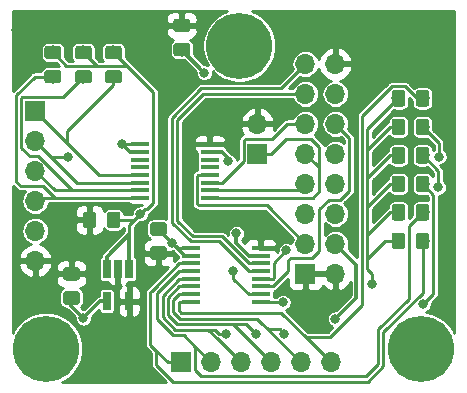
<source format=gbr>
G04 #@! TF.GenerationSoftware,KiCad,Pcbnew,(5.1.2)-1*
G04 #@! TF.CreationDate,2022-01-26T16:29:31-05:00*
G04 #@! TF.ProjectId,telemetry_breakout,74656c65-6d65-4747-9279-5f627265616b,rev?*
G04 #@! TF.SameCoordinates,Original*
G04 #@! TF.FileFunction,Copper,L2,Bot*
G04 #@! TF.FilePolarity,Positive*
%FSLAX46Y46*%
G04 Gerber Fmt 4.6, Leading zero omitted, Abs format (unit mm)*
G04 Created by KiCad (PCBNEW (5.1.2)-1) date 2022-01-26 16:29:31*
%MOMM*%
%LPD*%
G04 APERTURE LIST*
%ADD10O,1.700000X1.700000*%
%ADD11R,1.700000X1.700000*%
%ADD12R,1.500000X0.450000*%
%ADD13C,0.100000*%
%ADD14C,1.150000*%
%ADD15R,0.650000X1.560000*%
%ADD16C,5.600000*%
%ADD17C,0.800000*%
%ADD18C,0.304800*%
%ADD19C,0.254000*%
G04 APERTURE END LIST*
D10*
X210312000Y-93980000D03*
D11*
X210312000Y-96520000D03*
D10*
X216535000Y-114173000D03*
X213995000Y-114173000D03*
X211455000Y-114173000D03*
X208915000Y-114173000D03*
X206375000Y-114173000D03*
D11*
X203835000Y-114173000D03*
D12*
X204695000Y-104491000D03*
X204695000Y-105141000D03*
X204695000Y-105791000D03*
X204695000Y-106441000D03*
X204695000Y-107091000D03*
X204695000Y-107741000D03*
X204695000Y-108391000D03*
X204695000Y-109041000D03*
X210595000Y-109041000D03*
X210595000Y-108391000D03*
X210595000Y-107741000D03*
X210595000Y-107091000D03*
X210595000Y-106441000D03*
X210595000Y-105791000D03*
X210595000Y-105141000D03*
X210595000Y-104491000D03*
X200377000Y-95705500D03*
X200377000Y-96355500D03*
X200377000Y-97005500D03*
X200377000Y-97655500D03*
X200377000Y-98305500D03*
X200377000Y-98955500D03*
X200377000Y-99605500D03*
X200377000Y-100255500D03*
X206277000Y-100255500D03*
X206277000Y-99605500D03*
X206277000Y-98955500D03*
X206277000Y-98305500D03*
X206277000Y-97655500D03*
X206277000Y-97005500D03*
X206277000Y-96355500D03*
X206277000Y-95705500D03*
D13*
G36*
X224649505Y-91122204D02*
G01*
X224673773Y-91125804D01*
X224697572Y-91131765D01*
X224720671Y-91140030D01*
X224742850Y-91150520D01*
X224763893Y-91163132D01*
X224783599Y-91177747D01*
X224801777Y-91194223D01*
X224818253Y-91212401D01*
X224832868Y-91232107D01*
X224845480Y-91253150D01*
X224855970Y-91275329D01*
X224864235Y-91298428D01*
X224870196Y-91322227D01*
X224873796Y-91346495D01*
X224875000Y-91370999D01*
X224875000Y-92271001D01*
X224873796Y-92295505D01*
X224870196Y-92319773D01*
X224864235Y-92343572D01*
X224855970Y-92366671D01*
X224845480Y-92388850D01*
X224832868Y-92409893D01*
X224818253Y-92429599D01*
X224801777Y-92447777D01*
X224783599Y-92464253D01*
X224763893Y-92478868D01*
X224742850Y-92491480D01*
X224720671Y-92501970D01*
X224697572Y-92510235D01*
X224673773Y-92516196D01*
X224649505Y-92519796D01*
X224625001Y-92521000D01*
X223974999Y-92521000D01*
X223950495Y-92519796D01*
X223926227Y-92516196D01*
X223902428Y-92510235D01*
X223879329Y-92501970D01*
X223857150Y-92491480D01*
X223836107Y-92478868D01*
X223816401Y-92464253D01*
X223798223Y-92447777D01*
X223781747Y-92429599D01*
X223767132Y-92409893D01*
X223754520Y-92388850D01*
X223744030Y-92366671D01*
X223735765Y-92343572D01*
X223729804Y-92319773D01*
X223726204Y-92295505D01*
X223725000Y-92271001D01*
X223725000Y-91370999D01*
X223726204Y-91346495D01*
X223729804Y-91322227D01*
X223735765Y-91298428D01*
X223744030Y-91275329D01*
X223754520Y-91253150D01*
X223767132Y-91232107D01*
X223781747Y-91212401D01*
X223798223Y-91194223D01*
X223816401Y-91177747D01*
X223836107Y-91163132D01*
X223857150Y-91150520D01*
X223879329Y-91140030D01*
X223902428Y-91131765D01*
X223926227Y-91125804D01*
X223950495Y-91122204D01*
X223974999Y-91121000D01*
X224625001Y-91121000D01*
X224649505Y-91122204D01*
X224649505Y-91122204D01*
G37*
D14*
X224300000Y-91821000D03*
D13*
G36*
X222599505Y-91122204D02*
G01*
X222623773Y-91125804D01*
X222647572Y-91131765D01*
X222670671Y-91140030D01*
X222692850Y-91150520D01*
X222713893Y-91163132D01*
X222733599Y-91177747D01*
X222751777Y-91194223D01*
X222768253Y-91212401D01*
X222782868Y-91232107D01*
X222795480Y-91253150D01*
X222805970Y-91275329D01*
X222814235Y-91298428D01*
X222820196Y-91322227D01*
X222823796Y-91346495D01*
X222825000Y-91370999D01*
X222825000Y-92271001D01*
X222823796Y-92295505D01*
X222820196Y-92319773D01*
X222814235Y-92343572D01*
X222805970Y-92366671D01*
X222795480Y-92388850D01*
X222782868Y-92409893D01*
X222768253Y-92429599D01*
X222751777Y-92447777D01*
X222733599Y-92464253D01*
X222713893Y-92478868D01*
X222692850Y-92491480D01*
X222670671Y-92501970D01*
X222647572Y-92510235D01*
X222623773Y-92516196D01*
X222599505Y-92519796D01*
X222575001Y-92521000D01*
X221924999Y-92521000D01*
X221900495Y-92519796D01*
X221876227Y-92516196D01*
X221852428Y-92510235D01*
X221829329Y-92501970D01*
X221807150Y-92491480D01*
X221786107Y-92478868D01*
X221766401Y-92464253D01*
X221748223Y-92447777D01*
X221731747Y-92429599D01*
X221717132Y-92409893D01*
X221704520Y-92388850D01*
X221694030Y-92366671D01*
X221685765Y-92343572D01*
X221679804Y-92319773D01*
X221676204Y-92295505D01*
X221675000Y-92271001D01*
X221675000Y-91370999D01*
X221676204Y-91346495D01*
X221679804Y-91322227D01*
X221685765Y-91298428D01*
X221694030Y-91275329D01*
X221704520Y-91253150D01*
X221717132Y-91232107D01*
X221731747Y-91212401D01*
X221748223Y-91194223D01*
X221766401Y-91177747D01*
X221786107Y-91163132D01*
X221807150Y-91150520D01*
X221829329Y-91140030D01*
X221852428Y-91131765D01*
X221876227Y-91125804D01*
X221900495Y-91122204D01*
X221924999Y-91121000D01*
X222575001Y-91121000D01*
X222599505Y-91122204D01*
X222599505Y-91122204D01*
G37*
D14*
X222250000Y-91821000D03*
D13*
G36*
X224640505Y-93535204D02*
G01*
X224664773Y-93538804D01*
X224688572Y-93544765D01*
X224711671Y-93553030D01*
X224733850Y-93563520D01*
X224754893Y-93576132D01*
X224774599Y-93590747D01*
X224792777Y-93607223D01*
X224809253Y-93625401D01*
X224823868Y-93645107D01*
X224836480Y-93666150D01*
X224846970Y-93688329D01*
X224855235Y-93711428D01*
X224861196Y-93735227D01*
X224864796Y-93759495D01*
X224866000Y-93783999D01*
X224866000Y-94684001D01*
X224864796Y-94708505D01*
X224861196Y-94732773D01*
X224855235Y-94756572D01*
X224846970Y-94779671D01*
X224836480Y-94801850D01*
X224823868Y-94822893D01*
X224809253Y-94842599D01*
X224792777Y-94860777D01*
X224774599Y-94877253D01*
X224754893Y-94891868D01*
X224733850Y-94904480D01*
X224711671Y-94914970D01*
X224688572Y-94923235D01*
X224664773Y-94929196D01*
X224640505Y-94932796D01*
X224616001Y-94934000D01*
X223965999Y-94934000D01*
X223941495Y-94932796D01*
X223917227Y-94929196D01*
X223893428Y-94923235D01*
X223870329Y-94914970D01*
X223848150Y-94904480D01*
X223827107Y-94891868D01*
X223807401Y-94877253D01*
X223789223Y-94860777D01*
X223772747Y-94842599D01*
X223758132Y-94822893D01*
X223745520Y-94801850D01*
X223735030Y-94779671D01*
X223726765Y-94756572D01*
X223720804Y-94732773D01*
X223717204Y-94708505D01*
X223716000Y-94684001D01*
X223716000Y-93783999D01*
X223717204Y-93759495D01*
X223720804Y-93735227D01*
X223726765Y-93711428D01*
X223735030Y-93688329D01*
X223745520Y-93666150D01*
X223758132Y-93645107D01*
X223772747Y-93625401D01*
X223789223Y-93607223D01*
X223807401Y-93590747D01*
X223827107Y-93576132D01*
X223848150Y-93563520D01*
X223870329Y-93553030D01*
X223893428Y-93544765D01*
X223917227Y-93538804D01*
X223941495Y-93535204D01*
X223965999Y-93534000D01*
X224616001Y-93534000D01*
X224640505Y-93535204D01*
X224640505Y-93535204D01*
G37*
D14*
X224291000Y-94234000D03*
D13*
G36*
X222590505Y-93535204D02*
G01*
X222614773Y-93538804D01*
X222638572Y-93544765D01*
X222661671Y-93553030D01*
X222683850Y-93563520D01*
X222704893Y-93576132D01*
X222724599Y-93590747D01*
X222742777Y-93607223D01*
X222759253Y-93625401D01*
X222773868Y-93645107D01*
X222786480Y-93666150D01*
X222796970Y-93688329D01*
X222805235Y-93711428D01*
X222811196Y-93735227D01*
X222814796Y-93759495D01*
X222816000Y-93783999D01*
X222816000Y-94684001D01*
X222814796Y-94708505D01*
X222811196Y-94732773D01*
X222805235Y-94756572D01*
X222796970Y-94779671D01*
X222786480Y-94801850D01*
X222773868Y-94822893D01*
X222759253Y-94842599D01*
X222742777Y-94860777D01*
X222724599Y-94877253D01*
X222704893Y-94891868D01*
X222683850Y-94904480D01*
X222661671Y-94914970D01*
X222638572Y-94923235D01*
X222614773Y-94929196D01*
X222590505Y-94932796D01*
X222566001Y-94934000D01*
X221915999Y-94934000D01*
X221891495Y-94932796D01*
X221867227Y-94929196D01*
X221843428Y-94923235D01*
X221820329Y-94914970D01*
X221798150Y-94904480D01*
X221777107Y-94891868D01*
X221757401Y-94877253D01*
X221739223Y-94860777D01*
X221722747Y-94842599D01*
X221708132Y-94822893D01*
X221695520Y-94801850D01*
X221685030Y-94779671D01*
X221676765Y-94756572D01*
X221670804Y-94732773D01*
X221667204Y-94708505D01*
X221666000Y-94684001D01*
X221666000Y-93783999D01*
X221667204Y-93759495D01*
X221670804Y-93735227D01*
X221676765Y-93711428D01*
X221685030Y-93688329D01*
X221695520Y-93666150D01*
X221708132Y-93645107D01*
X221722747Y-93625401D01*
X221739223Y-93607223D01*
X221757401Y-93590747D01*
X221777107Y-93576132D01*
X221798150Y-93563520D01*
X221820329Y-93553030D01*
X221843428Y-93544765D01*
X221867227Y-93538804D01*
X221891495Y-93535204D01*
X221915999Y-93534000D01*
X222566001Y-93534000D01*
X222590505Y-93535204D01*
X222590505Y-93535204D01*
G37*
D14*
X222241000Y-94234000D03*
D13*
G36*
X224640505Y-95948204D02*
G01*
X224664773Y-95951804D01*
X224688572Y-95957765D01*
X224711671Y-95966030D01*
X224733850Y-95976520D01*
X224754893Y-95989132D01*
X224774599Y-96003747D01*
X224792777Y-96020223D01*
X224809253Y-96038401D01*
X224823868Y-96058107D01*
X224836480Y-96079150D01*
X224846970Y-96101329D01*
X224855235Y-96124428D01*
X224861196Y-96148227D01*
X224864796Y-96172495D01*
X224866000Y-96196999D01*
X224866000Y-97097001D01*
X224864796Y-97121505D01*
X224861196Y-97145773D01*
X224855235Y-97169572D01*
X224846970Y-97192671D01*
X224836480Y-97214850D01*
X224823868Y-97235893D01*
X224809253Y-97255599D01*
X224792777Y-97273777D01*
X224774599Y-97290253D01*
X224754893Y-97304868D01*
X224733850Y-97317480D01*
X224711671Y-97327970D01*
X224688572Y-97336235D01*
X224664773Y-97342196D01*
X224640505Y-97345796D01*
X224616001Y-97347000D01*
X223965999Y-97347000D01*
X223941495Y-97345796D01*
X223917227Y-97342196D01*
X223893428Y-97336235D01*
X223870329Y-97327970D01*
X223848150Y-97317480D01*
X223827107Y-97304868D01*
X223807401Y-97290253D01*
X223789223Y-97273777D01*
X223772747Y-97255599D01*
X223758132Y-97235893D01*
X223745520Y-97214850D01*
X223735030Y-97192671D01*
X223726765Y-97169572D01*
X223720804Y-97145773D01*
X223717204Y-97121505D01*
X223716000Y-97097001D01*
X223716000Y-96196999D01*
X223717204Y-96172495D01*
X223720804Y-96148227D01*
X223726765Y-96124428D01*
X223735030Y-96101329D01*
X223745520Y-96079150D01*
X223758132Y-96058107D01*
X223772747Y-96038401D01*
X223789223Y-96020223D01*
X223807401Y-96003747D01*
X223827107Y-95989132D01*
X223848150Y-95976520D01*
X223870329Y-95966030D01*
X223893428Y-95957765D01*
X223917227Y-95951804D01*
X223941495Y-95948204D01*
X223965999Y-95947000D01*
X224616001Y-95947000D01*
X224640505Y-95948204D01*
X224640505Y-95948204D01*
G37*
D14*
X224291000Y-96647000D03*
D13*
G36*
X222590505Y-95948204D02*
G01*
X222614773Y-95951804D01*
X222638572Y-95957765D01*
X222661671Y-95966030D01*
X222683850Y-95976520D01*
X222704893Y-95989132D01*
X222724599Y-96003747D01*
X222742777Y-96020223D01*
X222759253Y-96038401D01*
X222773868Y-96058107D01*
X222786480Y-96079150D01*
X222796970Y-96101329D01*
X222805235Y-96124428D01*
X222811196Y-96148227D01*
X222814796Y-96172495D01*
X222816000Y-96196999D01*
X222816000Y-97097001D01*
X222814796Y-97121505D01*
X222811196Y-97145773D01*
X222805235Y-97169572D01*
X222796970Y-97192671D01*
X222786480Y-97214850D01*
X222773868Y-97235893D01*
X222759253Y-97255599D01*
X222742777Y-97273777D01*
X222724599Y-97290253D01*
X222704893Y-97304868D01*
X222683850Y-97317480D01*
X222661671Y-97327970D01*
X222638572Y-97336235D01*
X222614773Y-97342196D01*
X222590505Y-97345796D01*
X222566001Y-97347000D01*
X221915999Y-97347000D01*
X221891495Y-97345796D01*
X221867227Y-97342196D01*
X221843428Y-97336235D01*
X221820329Y-97327970D01*
X221798150Y-97317480D01*
X221777107Y-97304868D01*
X221757401Y-97290253D01*
X221739223Y-97273777D01*
X221722747Y-97255599D01*
X221708132Y-97235893D01*
X221695520Y-97214850D01*
X221685030Y-97192671D01*
X221676765Y-97169572D01*
X221670804Y-97145773D01*
X221667204Y-97121505D01*
X221666000Y-97097001D01*
X221666000Y-96196999D01*
X221667204Y-96172495D01*
X221670804Y-96148227D01*
X221676765Y-96124428D01*
X221685030Y-96101329D01*
X221695520Y-96079150D01*
X221708132Y-96058107D01*
X221722747Y-96038401D01*
X221739223Y-96020223D01*
X221757401Y-96003747D01*
X221777107Y-95989132D01*
X221798150Y-95976520D01*
X221820329Y-95966030D01*
X221843428Y-95957765D01*
X221867227Y-95951804D01*
X221891495Y-95948204D01*
X221915999Y-95947000D01*
X222566001Y-95947000D01*
X222590505Y-95948204D01*
X222590505Y-95948204D01*
G37*
D14*
X222241000Y-96647000D03*
D13*
G36*
X224640505Y-98361204D02*
G01*
X224664773Y-98364804D01*
X224688572Y-98370765D01*
X224711671Y-98379030D01*
X224733850Y-98389520D01*
X224754893Y-98402132D01*
X224774599Y-98416747D01*
X224792777Y-98433223D01*
X224809253Y-98451401D01*
X224823868Y-98471107D01*
X224836480Y-98492150D01*
X224846970Y-98514329D01*
X224855235Y-98537428D01*
X224861196Y-98561227D01*
X224864796Y-98585495D01*
X224866000Y-98609999D01*
X224866000Y-99510001D01*
X224864796Y-99534505D01*
X224861196Y-99558773D01*
X224855235Y-99582572D01*
X224846970Y-99605671D01*
X224836480Y-99627850D01*
X224823868Y-99648893D01*
X224809253Y-99668599D01*
X224792777Y-99686777D01*
X224774599Y-99703253D01*
X224754893Y-99717868D01*
X224733850Y-99730480D01*
X224711671Y-99740970D01*
X224688572Y-99749235D01*
X224664773Y-99755196D01*
X224640505Y-99758796D01*
X224616001Y-99760000D01*
X223965999Y-99760000D01*
X223941495Y-99758796D01*
X223917227Y-99755196D01*
X223893428Y-99749235D01*
X223870329Y-99740970D01*
X223848150Y-99730480D01*
X223827107Y-99717868D01*
X223807401Y-99703253D01*
X223789223Y-99686777D01*
X223772747Y-99668599D01*
X223758132Y-99648893D01*
X223745520Y-99627850D01*
X223735030Y-99605671D01*
X223726765Y-99582572D01*
X223720804Y-99558773D01*
X223717204Y-99534505D01*
X223716000Y-99510001D01*
X223716000Y-98609999D01*
X223717204Y-98585495D01*
X223720804Y-98561227D01*
X223726765Y-98537428D01*
X223735030Y-98514329D01*
X223745520Y-98492150D01*
X223758132Y-98471107D01*
X223772747Y-98451401D01*
X223789223Y-98433223D01*
X223807401Y-98416747D01*
X223827107Y-98402132D01*
X223848150Y-98389520D01*
X223870329Y-98379030D01*
X223893428Y-98370765D01*
X223917227Y-98364804D01*
X223941495Y-98361204D01*
X223965999Y-98360000D01*
X224616001Y-98360000D01*
X224640505Y-98361204D01*
X224640505Y-98361204D01*
G37*
D14*
X224291000Y-99060000D03*
D13*
G36*
X222590505Y-98361204D02*
G01*
X222614773Y-98364804D01*
X222638572Y-98370765D01*
X222661671Y-98379030D01*
X222683850Y-98389520D01*
X222704893Y-98402132D01*
X222724599Y-98416747D01*
X222742777Y-98433223D01*
X222759253Y-98451401D01*
X222773868Y-98471107D01*
X222786480Y-98492150D01*
X222796970Y-98514329D01*
X222805235Y-98537428D01*
X222811196Y-98561227D01*
X222814796Y-98585495D01*
X222816000Y-98609999D01*
X222816000Y-99510001D01*
X222814796Y-99534505D01*
X222811196Y-99558773D01*
X222805235Y-99582572D01*
X222796970Y-99605671D01*
X222786480Y-99627850D01*
X222773868Y-99648893D01*
X222759253Y-99668599D01*
X222742777Y-99686777D01*
X222724599Y-99703253D01*
X222704893Y-99717868D01*
X222683850Y-99730480D01*
X222661671Y-99740970D01*
X222638572Y-99749235D01*
X222614773Y-99755196D01*
X222590505Y-99758796D01*
X222566001Y-99760000D01*
X221915999Y-99760000D01*
X221891495Y-99758796D01*
X221867227Y-99755196D01*
X221843428Y-99749235D01*
X221820329Y-99740970D01*
X221798150Y-99730480D01*
X221777107Y-99717868D01*
X221757401Y-99703253D01*
X221739223Y-99686777D01*
X221722747Y-99668599D01*
X221708132Y-99648893D01*
X221695520Y-99627850D01*
X221685030Y-99605671D01*
X221676765Y-99582572D01*
X221670804Y-99558773D01*
X221667204Y-99534505D01*
X221666000Y-99510001D01*
X221666000Y-98609999D01*
X221667204Y-98585495D01*
X221670804Y-98561227D01*
X221676765Y-98537428D01*
X221685030Y-98514329D01*
X221695520Y-98492150D01*
X221708132Y-98471107D01*
X221722747Y-98451401D01*
X221739223Y-98433223D01*
X221757401Y-98416747D01*
X221777107Y-98402132D01*
X221798150Y-98389520D01*
X221820329Y-98379030D01*
X221843428Y-98370765D01*
X221867227Y-98364804D01*
X221891495Y-98361204D01*
X221915999Y-98360000D01*
X222566001Y-98360000D01*
X222590505Y-98361204D01*
X222590505Y-98361204D01*
G37*
D14*
X222241000Y-99060000D03*
D13*
G36*
X224649505Y-100774204D02*
G01*
X224673773Y-100777804D01*
X224697572Y-100783765D01*
X224720671Y-100792030D01*
X224742850Y-100802520D01*
X224763893Y-100815132D01*
X224783599Y-100829747D01*
X224801777Y-100846223D01*
X224818253Y-100864401D01*
X224832868Y-100884107D01*
X224845480Y-100905150D01*
X224855970Y-100927329D01*
X224864235Y-100950428D01*
X224870196Y-100974227D01*
X224873796Y-100998495D01*
X224875000Y-101022999D01*
X224875000Y-101923001D01*
X224873796Y-101947505D01*
X224870196Y-101971773D01*
X224864235Y-101995572D01*
X224855970Y-102018671D01*
X224845480Y-102040850D01*
X224832868Y-102061893D01*
X224818253Y-102081599D01*
X224801777Y-102099777D01*
X224783599Y-102116253D01*
X224763893Y-102130868D01*
X224742850Y-102143480D01*
X224720671Y-102153970D01*
X224697572Y-102162235D01*
X224673773Y-102168196D01*
X224649505Y-102171796D01*
X224625001Y-102173000D01*
X223974999Y-102173000D01*
X223950495Y-102171796D01*
X223926227Y-102168196D01*
X223902428Y-102162235D01*
X223879329Y-102153970D01*
X223857150Y-102143480D01*
X223836107Y-102130868D01*
X223816401Y-102116253D01*
X223798223Y-102099777D01*
X223781747Y-102081599D01*
X223767132Y-102061893D01*
X223754520Y-102040850D01*
X223744030Y-102018671D01*
X223735765Y-101995572D01*
X223729804Y-101971773D01*
X223726204Y-101947505D01*
X223725000Y-101923001D01*
X223725000Y-101022999D01*
X223726204Y-100998495D01*
X223729804Y-100974227D01*
X223735765Y-100950428D01*
X223744030Y-100927329D01*
X223754520Y-100905150D01*
X223767132Y-100884107D01*
X223781747Y-100864401D01*
X223798223Y-100846223D01*
X223816401Y-100829747D01*
X223836107Y-100815132D01*
X223857150Y-100802520D01*
X223879329Y-100792030D01*
X223902428Y-100783765D01*
X223926227Y-100777804D01*
X223950495Y-100774204D01*
X223974999Y-100773000D01*
X224625001Y-100773000D01*
X224649505Y-100774204D01*
X224649505Y-100774204D01*
G37*
D14*
X224300000Y-101473000D03*
D13*
G36*
X222599505Y-100774204D02*
G01*
X222623773Y-100777804D01*
X222647572Y-100783765D01*
X222670671Y-100792030D01*
X222692850Y-100802520D01*
X222713893Y-100815132D01*
X222733599Y-100829747D01*
X222751777Y-100846223D01*
X222768253Y-100864401D01*
X222782868Y-100884107D01*
X222795480Y-100905150D01*
X222805970Y-100927329D01*
X222814235Y-100950428D01*
X222820196Y-100974227D01*
X222823796Y-100998495D01*
X222825000Y-101022999D01*
X222825000Y-101923001D01*
X222823796Y-101947505D01*
X222820196Y-101971773D01*
X222814235Y-101995572D01*
X222805970Y-102018671D01*
X222795480Y-102040850D01*
X222782868Y-102061893D01*
X222768253Y-102081599D01*
X222751777Y-102099777D01*
X222733599Y-102116253D01*
X222713893Y-102130868D01*
X222692850Y-102143480D01*
X222670671Y-102153970D01*
X222647572Y-102162235D01*
X222623773Y-102168196D01*
X222599505Y-102171796D01*
X222575001Y-102173000D01*
X221924999Y-102173000D01*
X221900495Y-102171796D01*
X221876227Y-102168196D01*
X221852428Y-102162235D01*
X221829329Y-102153970D01*
X221807150Y-102143480D01*
X221786107Y-102130868D01*
X221766401Y-102116253D01*
X221748223Y-102099777D01*
X221731747Y-102081599D01*
X221717132Y-102061893D01*
X221704520Y-102040850D01*
X221694030Y-102018671D01*
X221685765Y-101995572D01*
X221679804Y-101971773D01*
X221676204Y-101947505D01*
X221675000Y-101923001D01*
X221675000Y-101022999D01*
X221676204Y-100998495D01*
X221679804Y-100974227D01*
X221685765Y-100950428D01*
X221694030Y-100927329D01*
X221704520Y-100905150D01*
X221717132Y-100884107D01*
X221731747Y-100864401D01*
X221748223Y-100846223D01*
X221766401Y-100829747D01*
X221786107Y-100815132D01*
X221807150Y-100802520D01*
X221829329Y-100792030D01*
X221852428Y-100783765D01*
X221876227Y-100777804D01*
X221900495Y-100774204D01*
X221924999Y-100773000D01*
X222575001Y-100773000D01*
X222599505Y-100774204D01*
X222599505Y-100774204D01*
G37*
D14*
X222250000Y-101473000D03*
D13*
G36*
X224640505Y-103187204D02*
G01*
X224664773Y-103190804D01*
X224688572Y-103196765D01*
X224711671Y-103205030D01*
X224733850Y-103215520D01*
X224754893Y-103228132D01*
X224774599Y-103242747D01*
X224792777Y-103259223D01*
X224809253Y-103277401D01*
X224823868Y-103297107D01*
X224836480Y-103318150D01*
X224846970Y-103340329D01*
X224855235Y-103363428D01*
X224861196Y-103387227D01*
X224864796Y-103411495D01*
X224866000Y-103435999D01*
X224866000Y-104336001D01*
X224864796Y-104360505D01*
X224861196Y-104384773D01*
X224855235Y-104408572D01*
X224846970Y-104431671D01*
X224836480Y-104453850D01*
X224823868Y-104474893D01*
X224809253Y-104494599D01*
X224792777Y-104512777D01*
X224774599Y-104529253D01*
X224754893Y-104543868D01*
X224733850Y-104556480D01*
X224711671Y-104566970D01*
X224688572Y-104575235D01*
X224664773Y-104581196D01*
X224640505Y-104584796D01*
X224616001Y-104586000D01*
X223965999Y-104586000D01*
X223941495Y-104584796D01*
X223917227Y-104581196D01*
X223893428Y-104575235D01*
X223870329Y-104566970D01*
X223848150Y-104556480D01*
X223827107Y-104543868D01*
X223807401Y-104529253D01*
X223789223Y-104512777D01*
X223772747Y-104494599D01*
X223758132Y-104474893D01*
X223745520Y-104453850D01*
X223735030Y-104431671D01*
X223726765Y-104408572D01*
X223720804Y-104384773D01*
X223717204Y-104360505D01*
X223716000Y-104336001D01*
X223716000Y-103435999D01*
X223717204Y-103411495D01*
X223720804Y-103387227D01*
X223726765Y-103363428D01*
X223735030Y-103340329D01*
X223745520Y-103318150D01*
X223758132Y-103297107D01*
X223772747Y-103277401D01*
X223789223Y-103259223D01*
X223807401Y-103242747D01*
X223827107Y-103228132D01*
X223848150Y-103215520D01*
X223870329Y-103205030D01*
X223893428Y-103196765D01*
X223917227Y-103190804D01*
X223941495Y-103187204D01*
X223965999Y-103186000D01*
X224616001Y-103186000D01*
X224640505Y-103187204D01*
X224640505Y-103187204D01*
G37*
D14*
X224291000Y-103886000D03*
D13*
G36*
X222590505Y-103187204D02*
G01*
X222614773Y-103190804D01*
X222638572Y-103196765D01*
X222661671Y-103205030D01*
X222683850Y-103215520D01*
X222704893Y-103228132D01*
X222724599Y-103242747D01*
X222742777Y-103259223D01*
X222759253Y-103277401D01*
X222773868Y-103297107D01*
X222786480Y-103318150D01*
X222796970Y-103340329D01*
X222805235Y-103363428D01*
X222811196Y-103387227D01*
X222814796Y-103411495D01*
X222816000Y-103435999D01*
X222816000Y-104336001D01*
X222814796Y-104360505D01*
X222811196Y-104384773D01*
X222805235Y-104408572D01*
X222796970Y-104431671D01*
X222786480Y-104453850D01*
X222773868Y-104474893D01*
X222759253Y-104494599D01*
X222742777Y-104512777D01*
X222724599Y-104529253D01*
X222704893Y-104543868D01*
X222683850Y-104556480D01*
X222661671Y-104566970D01*
X222638572Y-104575235D01*
X222614773Y-104581196D01*
X222590505Y-104584796D01*
X222566001Y-104586000D01*
X221915999Y-104586000D01*
X221891495Y-104584796D01*
X221867227Y-104581196D01*
X221843428Y-104575235D01*
X221820329Y-104566970D01*
X221798150Y-104556480D01*
X221777107Y-104543868D01*
X221757401Y-104529253D01*
X221739223Y-104512777D01*
X221722747Y-104494599D01*
X221708132Y-104474893D01*
X221695520Y-104453850D01*
X221685030Y-104431671D01*
X221676765Y-104408572D01*
X221670804Y-104384773D01*
X221667204Y-104360505D01*
X221666000Y-104336001D01*
X221666000Y-103435999D01*
X221667204Y-103411495D01*
X221670804Y-103387227D01*
X221676765Y-103363428D01*
X221685030Y-103340329D01*
X221695520Y-103318150D01*
X221708132Y-103297107D01*
X221722747Y-103277401D01*
X221739223Y-103259223D01*
X221757401Y-103242747D01*
X221777107Y-103228132D01*
X221798150Y-103215520D01*
X221820329Y-103205030D01*
X221843428Y-103196765D01*
X221867227Y-103190804D01*
X221891495Y-103187204D01*
X221915999Y-103186000D01*
X222566001Y-103186000D01*
X222590505Y-103187204D01*
X222590505Y-103187204D01*
G37*
D14*
X222241000Y-103886000D03*
D13*
G36*
X193451005Y-89405704D02*
G01*
X193475273Y-89409304D01*
X193499072Y-89415265D01*
X193522171Y-89423530D01*
X193544350Y-89434020D01*
X193565393Y-89446632D01*
X193585099Y-89461247D01*
X193603277Y-89477723D01*
X193619753Y-89495901D01*
X193634368Y-89515607D01*
X193646980Y-89536650D01*
X193657470Y-89558829D01*
X193665735Y-89581928D01*
X193671696Y-89605727D01*
X193675296Y-89629995D01*
X193676500Y-89654499D01*
X193676500Y-90304501D01*
X193675296Y-90329005D01*
X193671696Y-90353273D01*
X193665735Y-90377072D01*
X193657470Y-90400171D01*
X193646980Y-90422350D01*
X193634368Y-90443393D01*
X193619753Y-90463099D01*
X193603277Y-90481277D01*
X193585099Y-90497753D01*
X193565393Y-90512368D01*
X193544350Y-90524980D01*
X193522171Y-90535470D01*
X193499072Y-90543735D01*
X193475273Y-90549696D01*
X193451005Y-90553296D01*
X193426501Y-90554500D01*
X192526499Y-90554500D01*
X192501995Y-90553296D01*
X192477727Y-90549696D01*
X192453928Y-90543735D01*
X192430829Y-90535470D01*
X192408650Y-90524980D01*
X192387607Y-90512368D01*
X192367901Y-90497753D01*
X192349723Y-90481277D01*
X192333247Y-90463099D01*
X192318632Y-90443393D01*
X192306020Y-90422350D01*
X192295530Y-90400171D01*
X192287265Y-90377072D01*
X192281304Y-90353273D01*
X192277704Y-90329005D01*
X192276500Y-90304501D01*
X192276500Y-89654499D01*
X192277704Y-89629995D01*
X192281304Y-89605727D01*
X192287265Y-89581928D01*
X192295530Y-89558829D01*
X192306020Y-89536650D01*
X192318632Y-89515607D01*
X192333247Y-89495901D01*
X192349723Y-89477723D01*
X192367901Y-89461247D01*
X192387607Y-89446632D01*
X192408650Y-89434020D01*
X192430829Y-89423530D01*
X192453928Y-89415265D01*
X192477727Y-89409304D01*
X192501995Y-89405704D01*
X192526499Y-89404500D01*
X193426501Y-89404500D01*
X193451005Y-89405704D01*
X193451005Y-89405704D01*
G37*
D14*
X192976500Y-89979500D03*
D13*
G36*
X193451005Y-87355704D02*
G01*
X193475273Y-87359304D01*
X193499072Y-87365265D01*
X193522171Y-87373530D01*
X193544350Y-87384020D01*
X193565393Y-87396632D01*
X193585099Y-87411247D01*
X193603277Y-87427723D01*
X193619753Y-87445901D01*
X193634368Y-87465607D01*
X193646980Y-87486650D01*
X193657470Y-87508829D01*
X193665735Y-87531928D01*
X193671696Y-87555727D01*
X193675296Y-87579995D01*
X193676500Y-87604499D01*
X193676500Y-88254501D01*
X193675296Y-88279005D01*
X193671696Y-88303273D01*
X193665735Y-88327072D01*
X193657470Y-88350171D01*
X193646980Y-88372350D01*
X193634368Y-88393393D01*
X193619753Y-88413099D01*
X193603277Y-88431277D01*
X193585099Y-88447753D01*
X193565393Y-88462368D01*
X193544350Y-88474980D01*
X193522171Y-88485470D01*
X193499072Y-88493735D01*
X193475273Y-88499696D01*
X193451005Y-88503296D01*
X193426501Y-88504500D01*
X192526499Y-88504500D01*
X192501995Y-88503296D01*
X192477727Y-88499696D01*
X192453928Y-88493735D01*
X192430829Y-88485470D01*
X192408650Y-88474980D01*
X192387607Y-88462368D01*
X192367901Y-88447753D01*
X192349723Y-88431277D01*
X192333247Y-88413099D01*
X192318632Y-88393393D01*
X192306020Y-88372350D01*
X192295530Y-88350171D01*
X192287265Y-88327072D01*
X192281304Y-88303273D01*
X192277704Y-88279005D01*
X192276500Y-88254501D01*
X192276500Y-87604499D01*
X192277704Y-87579995D01*
X192281304Y-87555727D01*
X192287265Y-87531928D01*
X192295530Y-87508829D01*
X192306020Y-87486650D01*
X192318632Y-87465607D01*
X192333247Y-87445901D01*
X192349723Y-87427723D01*
X192367901Y-87411247D01*
X192387607Y-87396632D01*
X192408650Y-87384020D01*
X192430829Y-87373530D01*
X192453928Y-87365265D01*
X192477727Y-87359304D01*
X192501995Y-87355704D01*
X192526499Y-87354500D01*
X193426501Y-87354500D01*
X193451005Y-87355704D01*
X193451005Y-87355704D01*
G37*
D14*
X192976500Y-87929500D03*
D13*
G36*
X196054505Y-89414704D02*
G01*
X196078773Y-89418304D01*
X196102572Y-89424265D01*
X196125671Y-89432530D01*
X196147850Y-89443020D01*
X196168893Y-89455632D01*
X196188599Y-89470247D01*
X196206777Y-89486723D01*
X196223253Y-89504901D01*
X196237868Y-89524607D01*
X196250480Y-89545650D01*
X196260970Y-89567829D01*
X196269235Y-89590928D01*
X196275196Y-89614727D01*
X196278796Y-89638995D01*
X196280000Y-89663499D01*
X196280000Y-90313501D01*
X196278796Y-90338005D01*
X196275196Y-90362273D01*
X196269235Y-90386072D01*
X196260970Y-90409171D01*
X196250480Y-90431350D01*
X196237868Y-90452393D01*
X196223253Y-90472099D01*
X196206777Y-90490277D01*
X196188599Y-90506753D01*
X196168893Y-90521368D01*
X196147850Y-90533980D01*
X196125671Y-90544470D01*
X196102572Y-90552735D01*
X196078773Y-90558696D01*
X196054505Y-90562296D01*
X196030001Y-90563500D01*
X195129999Y-90563500D01*
X195105495Y-90562296D01*
X195081227Y-90558696D01*
X195057428Y-90552735D01*
X195034329Y-90544470D01*
X195012150Y-90533980D01*
X194991107Y-90521368D01*
X194971401Y-90506753D01*
X194953223Y-90490277D01*
X194936747Y-90472099D01*
X194922132Y-90452393D01*
X194909520Y-90431350D01*
X194899030Y-90409171D01*
X194890765Y-90386072D01*
X194884804Y-90362273D01*
X194881204Y-90338005D01*
X194880000Y-90313501D01*
X194880000Y-89663499D01*
X194881204Y-89638995D01*
X194884804Y-89614727D01*
X194890765Y-89590928D01*
X194899030Y-89567829D01*
X194909520Y-89545650D01*
X194922132Y-89524607D01*
X194936747Y-89504901D01*
X194953223Y-89486723D01*
X194971401Y-89470247D01*
X194991107Y-89455632D01*
X195012150Y-89443020D01*
X195034329Y-89432530D01*
X195057428Y-89424265D01*
X195081227Y-89418304D01*
X195105495Y-89414704D01*
X195129999Y-89413500D01*
X196030001Y-89413500D01*
X196054505Y-89414704D01*
X196054505Y-89414704D01*
G37*
D14*
X195580000Y-89988500D03*
D13*
G36*
X196054505Y-87364704D02*
G01*
X196078773Y-87368304D01*
X196102572Y-87374265D01*
X196125671Y-87382530D01*
X196147850Y-87393020D01*
X196168893Y-87405632D01*
X196188599Y-87420247D01*
X196206777Y-87436723D01*
X196223253Y-87454901D01*
X196237868Y-87474607D01*
X196250480Y-87495650D01*
X196260970Y-87517829D01*
X196269235Y-87540928D01*
X196275196Y-87564727D01*
X196278796Y-87588995D01*
X196280000Y-87613499D01*
X196280000Y-88263501D01*
X196278796Y-88288005D01*
X196275196Y-88312273D01*
X196269235Y-88336072D01*
X196260970Y-88359171D01*
X196250480Y-88381350D01*
X196237868Y-88402393D01*
X196223253Y-88422099D01*
X196206777Y-88440277D01*
X196188599Y-88456753D01*
X196168893Y-88471368D01*
X196147850Y-88483980D01*
X196125671Y-88494470D01*
X196102572Y-88502735D01*
X196078773Y-88508696D01*
X196054505Y-88512296D01*
X196030001Y-88513500D01*
X195129999Y-88513500D01*
X195105495Y-88512296D01*
X195081227Y-88508696D01*
X195057428Y-88502735D01*
X195034329Y-88494470D01*
X195012150Y-88483980D01*
X194991107Y-88471368D01*
X194971401Y-88456753D01*
X194953223Y-88440277D01*
X194936747Y-88422099D01*
X194922132Y-88402393D01*
X194909520Y-88381350D01*
X194899030Y-88359171D01*
X194890765Y-88336072D01*
X194884804Y-88312273D01*
X194881204Y-88288005D01*
X194880000Y-88263501D01*
X194880000Y-87613499D01*
X194881204Y-87588995D01*
X194884804Y-87564727D01*
X194890765Y-87540928D01*
X194899030Y-87517829D01*
X194909520Y-87495650D01*
X194922132Y-87474607D01*
X194936747Y-87454901D01*
X194953223Y-87436723D01*
X194971401Y-87420247D01*
X194991107Y-87405632D01*
X195012150Y-87393020D01*
X195034329Y-87382530D01*
X195057428Y-87374265D01*
X195081227Y-87368304D01*
X195105495Y-87364704D01*
X195129999Y-87363500D01*
X196030001Y-87363500D01*
X196054505Y-87364704D01*
X196054505Y-87364704D01*
G37*
D14*
X195580000Y-87938500D03*
D13*
G36*
X198594505Y-89414704D02*
G01*
X198618773Y-89418304D01*
X198642572Y-89424265D01*
X198665671Y-89432530D01*
X198687850Y-89443020D01*
X198708893Y-89455632D01*
X198728599Y-89470247D01*
X198746777Y-89486723D01*
X198763253Y-89504901D01*
X198777868Y-89524607D01*
X198790480Y-89545650D01*
X198800970Y-89567829D01*
X198809235Y-89590928D01*
X198815196Y-89614727D01*
X198818796Y-89638995D01*
X198820000Y-89663499D01*
X198820000Y-90313501D01*
X198818796Y-90338005D01*
X198815196Y-90362273D01*
X198809235Y-90386072D01*
X198800970Y-90409171D01*
X198790480Y-90431350D01*
X198777868Y-90452393D01*
X198763253Y-90472099D01*
X198746777Y-90490277D01*
X198728599Y-90506753D01*
X198708893Y-90521368D01*
X198687850Y-90533980D01*
X198665671Y-90544470D01*
X198642572Y-90552735D01*
X198618773Y-90558696D01*
X198594505Y-90562296D01*
X198570001Y-90563500D01*
X197669999Y-90563500D01*
X197645495Y-90562296D01*
X197621227Y-90558696D01*
X197597428Y-90552735D01*
X197574329Y-90544470D01*
X197552150Y-90533980D01*
X197531107Y-90521368D01*
X197511401Y-90506753D01*
X197493223Y-90490277D01*
X197476747Y-90472099D01*
X197462132Y-90452393D01*
X197449520Y-90431350D01*
X197439030Y-90409171D01*
X197430765Y-90386072D01*
X197424804Y-90362273D01*
X197421204Y-90338005D01*
X197420000Y-90313501D01*
X197420000Y-89663499D01*
X197421204Y-89638995D01*
X197424804Y-89614727D01*
X197430765Y-89590928D01*
X197439030Y-89567829D01*
X197449520Y-89545650D01*
X197462132Y-89524607D01*
X197476747Y-89504901D01*
X197493223Y-89486723D01*
X197511401Y-89470247D01*
X197531107Y-89455632D01*
X197552150Y-89443020D01*
X197574329Y-89432530D01*
X197597428Y-89424265D01*
X197621227Y-89418304D01*
X197645495Y-89414704D01*
X197669999Y-89413500D01*
X198570001Y-89413500D01*
X198594505Y-89414704D01*
X198594505Y-89414704D01*
G37*
D14*
X198120000Y-89988500D03*
D13*
G36*
X198594505Y-87364704D02*
G01*
X198618773Y-87368304D01*
X198642572Y-87374265D01*
X198665671Y-87382530D01*
X198687850Y-87393020D01*
X198708893Y-87405632D01*
X198728599Y-87420247D01*
X198746777Y-87436723D01*
X198763253Y-87454901D01*
X198777868Y-87474607D01*
X198790480Y-87495650D01*
X198800970Y-87517829D01*
X198809235Y-87540928D01*
X198815196Y-87564727D01*
X198818796Y-87588995D01*
X198820000Y-87613499D01*
X198820000Y-88263501D01*
X198818796Y-88288005D01*
X198815196Y-88312273D01*
X198809235Y-88336072D01*
X198800970Y-88359171D01*
X198790480Y-88381350D01*
X198777868Y-88402393D01*
X198763253Y-88422099D01*
X198746777Y-88440277D01*
X198728599Y-88456753D01*
X198708893Y-88471368D01*
X198687850Y-88483980D01*
X198665671Y-88494470D01*
X198642572Y-88502735D01*
X198618773Y-88508696D01*
X198594505Y-88512296D01*
X198570001Y-88513500D01*
X197669999Y-88513500D01*
X197645495Y-88512296D01*
X197621227Y-88508696D01*
X197597428Y-88502735D01*
X197574329Y-88494470D01*
X197552150Y-88483980D01*
X197531107Y-88471368D01*
X197511401Y-88456753D01*
X197493223Y-88440277D01*
X197476747Y-88422099D01*
X197462132Y-88402393D01*
X197449520Y-88381350D01*
X197439030Y-88359171D01*
X197430765Y-88336072D01*
X197424804Y-88312273D01*
X197421204Y-88288005D01*
X197420000Y-88263501D01*
X197420000Y-87613499D01*
X197421204Y-87588995D01*
X197424804Y-87564727D01*
X197430765Y-87540928D01*
X197439030Y-87517829D01*
X197449520Y-87495650D01*
X197462132Y-87474607D01*
X197476747Y-87454901D01*
X197493223Y-87436723D01*
X197511401Y-87420247D01*
X197531107Y-87405632D01*
X197552150Y-87393020D01*
X197574329Y-87382530D01*
X197597428Y-87374265D01*
X197621227Y-87368304D01*
X197645495Y-87364704D01*
X197669999Y-87363500D01*
X198570001Y-87363500D01*
X198594505Y-87364704D01*
X198594505Y-87364704D01*
G37*
D14*
X198120000Y-87938500D03*
D13*
G36*
X202404505Y-102296204D02*
G01*
X202428773Y-102299804D01*
X202452572Y-102305765D01*
X202475671Y-102314030D01*
X202497850Y-102324520D01*
X202518893Y-102337132D01*
X202538599Y-102351747D01*
X202556777Y-102368223D01*
X202573253Y-102386401D01*
X202587868Y-102406107D01*
X202600480Y-102427150D01*
X202610970Y-102449329D01*
X202619235Y-102472428D01*
X202625196Y-102496227D01*
X202628796Y-102520495D01*
X202630000Y-102544999D01*
X202630000Y-103195001D01*
X202628796Y-103219505D01*
X202625196Y-103243773D01*
X202619235Y-103267572D01*
X202610970Y-103290671D01*
X202600480Y-103312850D01*
X202587868Y-103333893D01*
X202573253Y-103353599D01*
X202556777Y-103371777D01*
X202538599Y-103388253D01*
X202518893Y-103402868D01*
X202497850Y-103415480D01*
X202475671Y-103425970D01*
X202452572Y-103434235D01*
X202428773Y-103440196D01*
X202404505Y-103443796D01*
X202380001Y-103445000D01*
X201479999Y-103445000D01*
X201455495Y-103443796D01*
X201431227Y-103440196D01*
X201407428Y-103434235D01*
X201384329Y-103425970D01*
X201362150Y-103415480D01*
X201341107Y-103402868D01*
X201321401Y-103388253D01*
X201303223Y-103371777D01*
X201286747Y-103353599D01*
X201272132Y-103333893D01*
X201259520Y-103312850D01*
X201249030Y-103290671D01*
X201240765Y-103267572D01*
X201234804Y-103243773D01*
X201231204Y-103219505D01*
X201230000Y-103195001D01*
X201230000Y-102544999D01*
X201231204Y-102520495D01*
X201234804Y-102496227D01*
X201240765Y-102472428D01*
X201249030Y-102449329D01*
X201259520Y-102427150D01*
X201272132Y-102406107D01*
X201286747Y-102386401D01*
X201303223Y-102368223D01*
X201321401Y-102351747D01*
X201341107Y-102337132D01*
X201362150Y-102324520D01*
X201384329Y-102314030D01*
X201407428Y-102305765D01*
X201431227Y-102299804D01*
X201455495Y-102296204D01*
X201479999Y-102295000D01*
X202380001Y-102295000D01*
X202404505Y-102296204D01*
X202404505Y-102296204D01*
G37*
D14*
X201930000Y-102870000D03*
D13*
G36*
X202404505Y-104346204D02*
G01*
X202428773Y-104349804D01*
X202452572Y-104355765D01*
X202475671Y-104364030D01*
X202497850Y-104374520D01*
X202518893Y-104387132D01*
X202538599Y-104401747D01*
X202556777Y-104418223D01*
X202573253Y-104436401D01*
X202587868Y-104456107D01*
X202600480Y-104477150D01*
X202610970Y-104499329D01*
X202619235Y-104522428D01*
X202625196Y-104546227D01*
X202628796Y-104570495D01*
X202630000Y-104594999D01*
X202630000Y-105245001D01*
X202628796Y-105269505D01*
X202625196Y-105293773D01*
X202619235Y-105317572D01*
X202610970Y-105340671D01*
X202600480Y-105362850D01*
X202587868Y-105383893D01*
X202573253Y-105403599D01*
X202556777Y-105421777D01*
X202538599Y-105438253D01*
X202518893Y-105452868D01*
X202497850Y-105465480D01*
X202475671Y-105475970D01*
X202452572Y-105484235D01*
X202428773Y-105490196D01*
X202404505Y-105493796D01*
X202380001Y-105495000D01*
X201479999Y-105495000D01*
X201455495Y-105493796D01*
X201431227Y-105490196D01*
X201407428Y-105484235D01*
X201384329Y-105475970D01*
X201362150Y-105465480D01*
X201341107Y-105452868D01*
X201321401Y-105438253D01*
X201303223Y-105421777D01*
X201286747Y-105403599D01*
X201272132Y-105383893D01*
X201259520Y-105362850D01*
X201249030Y-105340671D01*
X201240765Y-105317572D01*
X201234804Y-105293773D01*
X201231204Y-105269505D01*
X201230000Y-105245001D01*
X201230000Y-104594999D01*
X201231204Y-104570495D01*
X201234804Y-104546227D01*
X201240765Y-104522428D01*
X201249030Y-104499329D01*
X201259520Y-104477150D01*
X201272132Y-104456107D01*
X201286747Y-104436401D01*
X201303223Y-104418223D01*
X201321401Y-104401747D01*
X201341107Y-104387132D01*
X201362150Y-104374520D01*
X201384329Y-104364030D01*
X201407428Y-104355765D01*
X201431227Y-104349804D01*
X201455495Y-104346204D01*
X201479999Y-104345000D01*
X202380001Y-104345000D01*
X202404505Y-104346204D01*
X202404505Y-104346204D01*
G37*
D14*
X201930000Y-104920000D03*
D15*
X197551000Y-108999000D03*
X199451000Y-108999000D03*
X199451000Y-106299000D03*
X198501000Y-106299000D03*
X197551000Y-106299000D03*
D10*
X216916000Y-88900000D03*
X214376000Y-88900000D03*
X216916000Y-91440000D03*
X214376000Y-91440000D03*
X216916000Y-93980000D03*
X214376000Y-93980000D03*
X216916000Y-96520000D03*
X214376000Y-96520000D03*
X216916000Y-99060000D03*
X214376000Y-99060000D03*
X216916000Y-101600000D03*
X214376000Y-101600000D03*
X216916000Y-104140000D03*
X214376000Y-104140000D03*
X216916000Y-106680000D03*
D11*
X214376000Y-106680000D03*
D10*
X191500000Y-105580000D03*
X191500000Y-103040000D03*
X191500000Y-100500000D03*
X191500000Y-97960000D03*
X191500000Y-95420000D03*
D11*
X191500000Y-92880000D03*
D16*
X192405000Y-113030000D03*
X208788000Y-87376000D03*
X224155000Y-113030000D03*
D13*
G36*
X198487505Y-101409204D02*
G01*
X198511773Y-101412804D01*
X198535572Y-101418765D01*
X198558671Y-101427030D01*
X198580850Y-101437520D01*
X198601893Y-101450132D01*
X198621599Y-101464747D01*
X198639777Y-101481223D01*
X198656253Y-101499401D01*
X198670868Y-101519107D01*
X198683480Y-101540150D01*
X198693970Y-101562329D01*
X198702235Y-101585428D01*
X198708196Y-101609227D01*
X198711796Y-101633495D01*
X198713000Y-101657999D01*
X198713000Y-102558001D01*
X198711796Y-102582505D01*
X198708196Y-102606773D01*
X198702235Y-102630572D01*
X198693970Y-102653671D01*
X198683480Y-102675850D01*
X198670868Y-102696893D01*
X198656253Y-102716599D01*
X198639777Y-102734777D01*
X198621599Y-102751253D01*
X198601893Y-102765868D01*
X198580850Y-102778480D01*
X198558671Y-102788970D01*
X198535572Y-102797235D01*
X198511773Y-102803196D01*
X198487505Y-102806796D01*
X198463001Y-102808000D01*
X197812999Y-102808000D01*
X197788495Y-102806796D01*
X197764227Y-102803196D01*
X197740428Y-102797235D01*
X197717329Y-102788970D01*
X197695150Y-102778480D01*
X197674107Y-102765868D01*
X197654401Y-102751253D01*
X197636223Y-102734777D01*
X197619747Y-102716599D01*
X197605132Y-102696893D01*
X197592520Y-102675850D01*
X197582030Y-102653671D01*
X197573765Y-102630572D01*
X197567804Y-102606773D01*
X197564204Y-102582505D01*
X197563000Y-102558001D01*
X197563000Y-101657999D01*
X197564204Y-101633495D01*
X197567804Y-101609227D01*
X197573765Y-101585428D01*
X197582030Y-101562329D01*
X197592520Y-101540150D01*
X197605132Y-101519107D01*
X197619747Y-101499401D01*
X197636223Y-101481223D01*
X197654401Y-101464747D01*
X197674107Y-101450132D01*
X197695150Y-101437520D01*
X197717329Y-101427030D01*
X197740428Y-101418765D01*
X197764227Y-101412804D01*
X197788495Y-101409204D01*
X197812999Y-101408000D01*
X198463001Y-101408000D01*
X198487505Y-101409204D01*
X198487505Y-101409204D01*
G37*
D14*
X198138000Y-102108000D03*
D13*
G36*
X196437505Y-101409204D02*
G01*
X196461773Y-101412804D01*
X196485572Y-101418765D01*
X196508671Y-101427030D01*
X196530850Y-101437520D01*
X196551893Y-101450132D01*
X196571599Y-101464747D01*
X196589777Y-101481223D01*
X196606253Y-101499401D01*
X196620868Y-101519107D01*
X196633480Y-101540150D01*
X196643970Y-101562329D01*
X196652235Y-101585428D01*
X196658196Y-101609227D01*
X196661796Y-101633495D01*
X196663000Y-101657999D01*
X196663000Y-102558001D01*
X196661796Y-102582505D01*
X196658196Y-102606773D01*
X196652235Y-102630572D01*
X196643970Y-102653671D01*
X196633480Y-102675850D01*
X196620868Y-102696893D01*
X196606253Y-102716599D01*
X196589777Y-102734777D01*
X196571599Y-102751253D01*
X196551893Y-102765868D01*
X196530850Y-102778480D01*
X196508671Y-102788970D01*
X196485572Y-102797235D01*
X196461773Y-102803196D01*
X196437505Y-102806796D01*
X196413001Y-102808000D01*
X195762999Y-102808000D01*
X195738495Y-102806796D01*
X195714227Y-102803196D01*
X195690428Y-102797235D01*
X195667329Y-102788970D01*
X195645150Y-102778480D01*
X195624107Y-102765868D01*
X195604401Y-102751253D01*
X195586223Y-102734777D01*
X195569747Y-102716599D01*
X195555132Y-102696893D01*
X195542520Y-102675850D01*
X195532030Y-102653671D01*
X195523765Y-102630572D01*
X195517804Y-102606773D01*
X195514204Y-102582505D01*
X195513000Y-102558001D01*
X195513000Y-101657999D01*
X195514204Y-101633495D01*
X195517804Y-101609227D01*
X195523765Y-101585428D01*
X195532030Y-101562329D01*
X195542520Y-101540150D01*
X195555132Y-101519107D01*
X195569747Y-101499401D01*
X195586223Y-101481223D01*
X195604401Y-101464747D01*
X195624107Y-101450132D01*
X195645150Y-101437520D01*
X195667329Y-101427030D01*
X195690428Y-101418765D01*
X195714227Y-101412804D01*
X195738495Y-101409204D01*
X195762999Y-101408000D01*
X196413001Y-101408000D01*
X196437505Y-101409204D01*
X196437505Y-101409204D01*
G37*
D14*
X196088000Y-102108000D03*
D13*
G36*
X204373005Y-85069704D02*
G01*
X204397273Y-85073304D01*
X204421072Y-85079265D01*
X204444171Y-85087530D01*
X204466350Y-85098020D01*
X204487393Y-85110632D01*
X204507099Y-85125247D01*
X204525277Y-85141723D01*
X204541753Y-85159901D01*
X204556368Y-85179607D01*
X204568980Y-85200650D01*
X204579470Y-85222829D01*
X204587735Y-85245928D01*
X204593696Y-85269727D01*
X204597296Y-85293995D01*
X204598500Y-85318499D01*
X204598500Y-85968501D01*
X204597296Y-85993005D01*
X204593696Y-86017273D01*
X204587735Y-86041072D01*
X204579470Y-86064171D01*
X204568980Y-86086350D01*
X204556368Y-86107393D01*
X204541753Y-86127099D01*
X204525277Y-86145277D01*
X204507099Y-86161753D01*
X204487393Y-86176368D01*
X204466350Y-86188980D01*
X204444171Y-86199470D01*
X204421072Y-86207735D01*
X204397273Y-86213696D01*
X204373005Y-86217296D01*
X204348501Y-86218500D01*
X203448499Y-86218500D01*
X203423995Y-86217296D01*
X203399727Y-86213696D01*
X203375928Y-86207735D01*
X203352829Y-86199470D01*
X203330650Y-86188980D01*
X203309607Y-86176368D01*
X203289901Y-86161753D01*
X203271723Y-86145277D01*
X203255247Y-86127099D01*
X203240632Y-86107393D01*
X203228020Y-86086350D01*
X203217530Y-86064171D01*
X203209265Y-86041072D01*
X203203304Y-86017273D01*
X203199704Y-85993005D01*
X203198500Y-85968501D01*
X203198500Y-85318499D01*
X203199704Y-85293995D01*
X203203304Y-85269727D01*
X203209265Y-85245928D01*
X203217530Y-85222829D01*
X203228020Y-85200650D01*
X203240632Y-85179607D01*
X203255247Y-85159901D01*
X203271723Y-85141723D01*
X203289901Y-85125247D01*
X203309607Y-85110632D01*
X203330650Y-85098020D01*
X203352829Y-85087530D01*
X203375928Y-85079265D01*
X203399727Y-85073304D01*
X203423995Y-85069704D01*
X203448499Y-85068500D01*
X204348501Y-85068500D01*
X204373005Y-85069704D01*
X204373005Y-85069704D01*
G37*
D14*
X203898500Y-85643500D03*
D13*
G36*
X204373005Y-87119704D02*
G01*
X204397273Y-87123304D01*
X204421072Y-87129265D01*
X204444171Y-87137530D01*
X204466350Y-87148020D01*
X204487393Y-87160632D01*
X204507099Y-87175247D01*
X204525277Y-87191723D01*
X204541753Y-87209901D01*
X204556368Y-87229607D01*
X204568980Y-87250650D01*
X204579470Y-87272829D01*
X204587735Y-87295928D01*
X204593696Y-87319727D01*
X204597296Y-87343995D01*
X204598500Y-87368499D01*
X204598500Y-88018501D01*
X204597296Y-88043005D01*
X204593696Y-88067273D01*
X204587735Y-88091072D01*
X204579470Y-88114171D01*
X204568980Y-88136350D01*
X204556368Y-88157393D01*
X204541753Y-88177099D01*
X204525277Y-88195277D01*
X204507099Y-88211753D01*
X204487393Y-88226368D01*
X204466350Y-88238980D01*
X204444171Y-88249470D01*
X204421072Y-88257735D01*
X204397273Y-88263696D01*
X204373005Y-88267296D01*
X204348501Y-88268500D01*
X203448499Y-88268500D01*
X203423995Y-88267296D01*
X203399727Y-88263696D01*
X203375928Y-88257735D01*
X203352829Y-88249470D01*
X203330650Y-88238980D01*
X203309607Y-88226368D01*
X203289901Y-88211753D01*
X203271723Y-88195277D01*
X203255247Y-88177099D01*
X203240632Y-88157393D01*
X203228020Y-88136350D01*
X203217530Y-88114171D01*
X203209265Y-88091072D01*
X203203304Y-88067273D01*
X203199704Y-88043005D01*
X203198500Y-88018501D01*
X203198500Y-87368499D01*
X203199704Y-87343995D01*
X203203304Y-87319727D01*
X203209265Y-87295928D01*
X203217530Y-87272829D01*
X203228020Y-87250650D01*
X203240632Y-87229607D01*
X203255247Y-87209901D01*
X203271723Y-87191723D01*
X203289901Y-87175247D01*
X203309607Y-87160632D01*
X203330650Y-87148020D01*
X203352829Y-87137530D01*
X203375928Y-87129265D01*
X203399727Y-87123304D01*
X203423995Y-87119704D01*
X203448499Y-87118500D01*
X204348501Y-87118500D01*
X204373005Y-87119704D01*
X204373005Y-87119704D01*
G37*
D14*
X203898500Y-87693500D03*
D13*
G36*
X195038505Y-108147204D02*
G01*
X195062773Y-108150804D01*
X195086572Y-108156765D01*
X195109671Y-108165030D01*
X195131850Y-108175520D01*
X195152893Y-108188132D01*
X195172599Y-108202747D01*
X195190777Y-108219223D01*
X195207253Y-108237401D01*
X195221868Y-108257107D01*
X195234480Y-108278150D01*
X195244970Y-108300329D01*
X195253235Y-108323428D01*
X195259196Y-108347227D01*
X195262796Y-108371495D01*
X195264000Y-108395999D01*
X195264000Y-109046001D01*
X195262796Y-109070505D01*
X195259196Y-109094773D01*
X195253235Y-109118572D01*
X195244970Y-109141671D01*
X195234480Y-109163850D01*
X195221868Y-109184893D01*
X195207253Y-109204599D01*
X195190777Y-109222777D01*
X195172599Y-109239253D01*
X195152893Y-109253868D01*
X195131850Y-109266480D01*
X195109671Y-109276970D01*
X195086572Y-109285235D01*
X195062773Y-109291196D01*
X195038505Y-109294796D01*
X195014001Y-109296000D01*
X194113999Y-109296000D01*
X194089495Y-109294796D01*
X194065227Y-109291196D01*
X194041428Y-109285235D01*
X194018329Y-109276970D01*
X193996150Y-109266480D01*
X193975107Y-109253868D01*
X193955401Y-109239253D01*
X193937223Y-109222777D01*
X193920747Y-109204599D01*
X193906132Y-109184893D01*
X193893520Y-109163850D01*
X193883030Y-109141671D01*
X193874765Y-109118572D01*
X193868804Y-109094773D01*
X193865204Y-109070505D01*
X193864000Y-109046001D01*
X193864000Y-108395999D01*
X193865204Y-108371495D01*
X193868804Y-108347227D01*
X193874765Y-108323428D01*
X193883030Y-108300329D01*
X193893520Y-108278150D01*
X193906132Y-108257107D01*
X193920747Y-108237401D01*
X193937223Y-108219223D01*
X193955401Y-108202747D01*
X193975107Y-108188132D01*
X193996150Y-108175520D01*
X194018329Y-108165030D01*
X194041428Y-108156765D01*
X194065227Y-108150804D01*
X194089495Y-108147204D01*
X194113999Y-108146000D01*
X195014001Y-108146000D01*
X195038505Y-108147204D01*
X195038505Y-108147204D01*
G37*
D14*
X194564000Y-108721000D03*
D13*
G36*
X195038505Y-106097204D02*
G01*
X195062773Y-106100804D01*
X195086572Y-106106765D01*
X195109671Y-106115030D01*
X195131850Y-106125520D01*
X195152893Y-106138132D01*
X195172599Y-106152747D01*
X195190777Y-106169223D01*
X195207253Y-106187401D01*
X195221868Y-106207107D01*
X195234480Y-106228150D01*
X195244970Y-106250329D01*
X195253235Y-106273428D01*
X195259196Y-106297227D01*
X195262796Y-106321495D01*
X195264000Y-106345999D01*
X195264000Y-106996001D01*
X195262796Y-107020505D01*
X195259196Y-107044773D01*
X195253235Y-107068572D01*
X195244970Y-107091671D01*
X195234480Y-107113850D01*
X195221868Y-107134893D01*
X195207253Y-107154599D01*
X195190777Y-107172777D01*
X195172599Y-107189253D01*
X195152893Y-107203868D01*
X195131850Y-107216480D01*
X195109671Y-107226970D01*
X195086572Y-107235235D01*
X195062773Y-107241196D01*
X195038505Y-107244796D01*
X195014001Y-107246000D01*
X194113999Y-107246000D01*
X194089495Y-107244796D01*
X194065227Y-107241196D01*
X194041428Y-107235235D01*
X194018329Y-107226970D01*
X193996150Y-107216480D01*
X193975107Y-107203868D01*
X193955401Y-107189253D01*
X193937223Y-107172777D01*
X193920747Y-107154599D01*
X193906132Y-107134893D01*
X193893520Y-107113850D01*
X193883030Y-107091671D01*
X193874765Y-107068572D01*
X193868804Y-107044773D01*
X193865204Y-107020505D01*
X193864000Y-106996001D01*
X193864000Y-106345999D01*
X193865204Y-106321495D01*
X193868804Y-106297227D01*
X193874765Y-106273428D01*
X193883030Y-106250329D01*
X193893520Y-106228150D01*
X193906132Y-106207107D01*
X193920747Y-106187401D01*
X193937223Y-106169223D01*
X193955401Y-106152747D01*
X193975107Y-106138132D01*
X193996150Y-106125520D01*
X194018329Y-106115030D01*
X194041428Y-106106765D01*
X194065227Y-106100804D01*
X194089495Y-106097204D01*
X194113999Y-106096000D01*
X195014001Y-106096000D01*
X195038505Y-106097204D01*
X195038505Y-106097204D01*
G37*
D14*
X194564000Y-106671000D03*
D17*
X199136000Y-112776000D03*
X189855000Y-86039670D03*
X212337933Y-103130067D03*
X195580000Y-110414000D03*
X208534000Y-103251000D03*
X207835500Y-97155000D03*
X205803500Y-89662000D03*
X194310000Y-96774000D03*
X225679000Y-96774000D03*
X212598000Y-111760000D03*
X225626067Y-99366933D03*
X210185000Y-111760000D03*
X224323586Y-109261586D03*
X207645000Y-111760000D03*
X212754837Y-104692339D03*
X208280000Y-106426000D03*
X212471000Y-109093000D03*
X216916000Y-110490000D03*
X220027500Y-107569000D03*
X200406000Y-101600000D03*
X198818500Y-95694500D03*
X203057500Y-104028500D03*
D18*
X194564000Y-106671000D02*
X195264000Y-106671000D01*
D19*
X214448774Y-107324000D02*
X214869725Y-106903049D01*
D18*
X195580000Y-110414000D02*
X195679000Y-110414000D01*
X194564000Y-109398000D02*
X195580000Y-110414000D01*
X194564000Y-108721000D02*
X194564000Y-109398000D01*
X196995000Y-108999000D02*
X195580000Y-110414000D01*
X197551000Y-108999000D02*
X196995000Y-108999000D01*
X208534000Y-104039322D02*
X208534000Y-103251000D01*
X210595000Y-105141000D02*
X209635678Y-105141000D01*
X209635678Y-105141000D02*
X208534000Y-104039322D01*
X207835500Y-96859200D02*
X207835500Y-97155000D01*
X206277000Y-96355500D02*
X207331800Y-96355500D01*
X207331800Y-96355500D02*
X207835500Y-96859200D01*
X203898500Y-87693500D02*
X203898500Y-87757000D01*
X203898500Y-87757000D02*
X205803500Y-89662000D01*
D19*
X191744500Y-100255500D02*
X191500000Y-100500000D01*
X189868989Y-98868989D02*
X190250500Y-99250500D01*
X189868989Y-91580342D02*
X189868989Y-98868989D01*
X192976500Y-89979500D02*
X191469831Y-89979500D01*
X191469831Y-89979500D02*
X189868989Y-91580342D01*
X193153434Y-100255500D02*
X193241500Y-100255500D01*
X192148434Y-99250500D02*
X193153434Y-100255500D01*
X190250500Y-99250500D02*
X192148434Y-99250500D01*
X200377000Y-100255500D02*
X193241500Y-100255500D01*
X193241500Y-100255500D02*
X191744500Y-100255500D01*
X193145500Y-99605500D02*
X191500000Y-97960000D01*
X190322999Y-95984961D02*
X191048538Y-96710500D01*
X190322999Y-91768399D02*
X190322999Y-95984961D01*
X190388399Y-91702999D02*
X190322999Y-91768399D01*
X195580000Y-89988500D02*
X193865501Y-91702999D01*
X193865501Y-91702999D02*
X190388399Y-91702999D01*
X191695000Y-96710500D02*
X194590000Y-99605500D01*
X191048538Y-96710500D02*
X191695000Y-96710500D01*
X200377000Y-99605500D02*
X194590000Y-99605500D01*
X194590000Y-99605500D02*
X193145500Y-99605500D01*
X200377000Y-98955500D02*
X195035500Y-98955500D01*
X193742065Y-96771750D02*
X192851750Y-96771750D01*
X193744315Y-96774000D02*
X193742065Y-96771750D01*
X194310000Y-96774000D02*
X193744315Y-96774000D01*
X195035500Y-98955500D02*
X192851750Y-96771750D01*
X192851750Y-96771750D02*
X191500000Y-95420000D01*
X200377000Y-98305500D02*
X196925500Y-98305500D01*
X194185250Y-94598250D02*
X194185250Y-95565250D01*
X198120000Y-90663500D02*
X194185250Y-94598250D01*
X198120000Y-89988500D02*
X198120000Y-90663500D01*
X196925500Y-98305500D02*
X194185250Y-95565250D01*
X194185250Y-95565250D02*
X191500000Y-92880000D01*
X203855398Y-109982000D02*
X212344000Y-109982000D01*
X203633999Y-109760601D02*
X203855398Y-109982000D01*
X203633999Y-109098001D02*
X203633999Y-109760601D01*
X204695000Y-109041000D02*
X203691000Y-109041000D01*
X203691000Y-109041000D02*
X203633999Y-109098001D01*
X219173409Y-109308553D02*
X216436212Y-112045750D01*
X219173409Y-93306573D02*
X219173409Y-109308553D01*
X221685992Y-90793990D02*
X219173409Y-93306573D01*
X222814008Y-90793990D02*
X221685992Y-90793990D01*
X224300000Y-91821000D02*
X223841018Y-91821000D01*
X223841018Y-91821000D02*
X222814008Y-90793990D01*
X214407750Y-112045750D02*
X216535000Y-114173000D01*
X216436212Y-112045750D02*
X214407750Y-112045750D01*
X212344000Y-109982000D02*
X214407750Y-112045750D01*
X210312000Y-110490000D02*
X213995000Y-114173000D01*
X203721331Y-110490000D02*
X210312000Y-110490000D01*
X203179989Y-109948658D02*
X203721331Y-110490000D01*
X203179989Y-108902011D02*
X203179989Y-109948658D01*
X204695000Y-108391000D02*
X203691000Y-108391000D01*
X203691000Y-108391000D02*
X203179989Y-108902011D01*
X224291000Y-94234000D02*
X225679000Y-95622000D01*
X225679000Y-95622000D02*
X225679000Y-96774000D01*
X211182001Y-111360001D02*
X210312000Y-110490000D01*
X212198001Y-111360001D02*
X211182001Y-111360001D01*
X212598000Y-111760000D02*
X212198001Y-111360001D01*
X208226010Y-110944010D02*
X211455000Y-114173000D01*
X203533274Y-110944010D02*
X208226010Y-110944010D01*
X202725979Y-110136715D02*
X203533274Y-110944010D01*
X202725979Y-108706021D02*
X202725979Y-110136715D01*
X204695000Y-107741000D02*
X203691000Y-107741000D01*
X203691000Y-107741000D02*
X202725979Y-108706021D01*
X224291000Y-96647000D02*
X225626067Y-97982067D01*
X225626067Y-97982067D02*
X225626067Y-99366933D01*
X209369010Y-110944010D02*
X208226010Y-110944010D01*
X210185000Y-111760000D02*
X209369010Y-110944010D01*
X209290000Y-113925000D02*
X208915000Y-114300000D01*
X203345217Y-111398020D02*
X206140020Y-111398020D01*
X202271969Y-110324772D02*
X203345217Y-111398020D01*
X202271969Y-108517964D02*
X202271969Y-110324772D01*
X204695000Y-107091000D02*
X203698934Y-107091000D01*
X203698934Y-107091000D02*
X202271969Y-108517964D01*
X206140020Y-111398020D02*
X206883000Y-112141000D01*
X206883000Y-112141000D02*
X208915000Y-114173000D01*
X225202010Y-108383162D02*
X224323586Y-109261586D01*
X224291000Y-99060000D02*
X225202010Y-99971010D01*
X225202010Y-99971010D02*
X225202010Y-108383162D01*
X206717335Y-111398020D02*
X206140020Y-111398020D01*
X207079315Y-111760000D02*
X206717335Y-111398020D01*
X207645000Y-111760000D02*
X207079315Y-111760000D01*
X203157160Y-111852030D02*
X204054030Y-111852030D01*
X201817959Y-110512829D02*
X203157160Y-111852030D01*
X201817959Y-108314041D02*
X201817959Y-110512829D01*
X204695000Y-106441000D02*
X203691000Y-106441000D01*
X203691000Y-106441000D02*
X201817959Y-108314041D01*
X220525990Y-111388981D02*
X220525990Y-114294906D01*
X223143010Y-108771962D02*
X220525990Y-111388981D01*
X224300000Y-101473000D02*
X223143010Y-102629990D01*
X223143010Y-102629990D02*
X223143010Y-108771962D01*
X219470895Y-115350001D02*
X205520001Y-115350001D01*
X220525990Y-114294906D02*
X219470895Y-115350001D01*
X205012001Y-112868999D02*
X205041500Y-112839500D01*
X205012001Y-114842001D02*
X205012001Y-112868999D01*
X205520001Y-115350001D02*
X205012001Y-114842001D01*
X204054030Y-111852030D02*
X205041500Y-112839500D01*
X205041500Y-112839500D02*
X206375000Y-114173000D01*
X204695000Y-105791000D02*
X203698934Y-105791000D01*
X201363949Y-108125985D02*
X201607967Y-107881967D01*
X203698934Y-105791000D02*
X201607967Y-107881967D01*
X202731000Y-114173000D02*
X203835000Y-114173000D01*
X201246001Y-108243933D02*
X201246001Y-112688001D01*
X201607967Y-107881967D02*
X201246001Y-108243933D01*
X224291000Y-108266038D02*
X220980000Y-111577038D01*
X224291000Y-103886000D02*
X224291000Y-108266038D01*
X220980000Y-111577038D02*
X220980000Y-114482962D01*
X220980000Y-114482962D02*
X219638962Y-115824000D01*
X219638962Y-115824000D02*
X203200000Y-115824000D01*
X201759000Y-114383000D02*
X201759000Y-113201000D01*
X203200000Y-115824000D02*
X201759000Y-114383000D01*
X201246001Y-112688001D02*
X201759000Y-113201000D01*
X201759000Y-113201000D02*
X202731000Y-114173000D01*
X215225999Y-97369999D02*
X214376000Y-96520000D01*
X215553001Y-97697001D02*
X215225999Y-97369999D01*
X214976999Y-100237001D02*
X215553001Y-99660999D01*
X215553001Y-95919001D02*
X215553001Y-97882999D01*
X215553001Y-99660999D02*
X215553001Y-97882999D01*
X210312000Y-96520000D02*
X211416000Y-96520000D01*
X215553001Y-97882999D02*
X215553001Y-97697001D01*
X211416000Y-96520000D02*
X212686000Y-95250000D01*
X212686000Y-95250000D02*
X214884000Y-95250000D01*
X214884000Y-95250000D02*
X215553001Y-95919001D01*
X214958500Y-100255500D02*
X214976999Y-100237001D01*
X206277000Y-100255500D02*
X214958500Y-100255500D01*
X209591000Y-106441000D02*
X210595000Y-106441000D01*
X207088999Y-103938999D02*
X209591000Y-106441000D01*
X212290010Y-90985990D02*
X205551943Y-90985990D01*
X214376000Y-88900000D02*
X212290010Y-90985990D01*
X204642932Y-103938999D02*
X207088999Y-103938999D01*
X203063490Y-102359557D02*
X204642932Y-103938999D01*
X203063490Y-93474443D02*
X203063490Y-102359557D01*
X205551943Y-90985990D02*
X203063490Y-93474443D01*
X211672001Y-105775175D02*
X212754837Y-104692339D01*
X211672001Y-107017999D02*
X211672001Y-105775175D01*
X210595000Y-107091000D02*
X211599000Y-107091000D01*
X211599000Y-107091000D02*
X211672001Y-107017999D01*
X209583066Y-105791000D02*
X210595000Y-105791000D01*
X205740000Y-91440000D02*
X203517500Y-93662500D01*
X203517500Y-93662500D02*
X203517500Y-102171501D01*
X203517500Y-102171501D02*
X204830988Y-103484989D01*
X204830988Y-103484989D02*
X207277056Y-103484989D01*
X214376000Y-91440000D02*
X205740000Y-91440000D01*
X207277056Y-103484989D02*
X209583066Y-105791000D01*
X218093001Y-99624961D02*
X218093001Y-95157001D01*
X217294963Y-100422999D02*
X218093001Y-99624961D01*
X216351039Y-100422999D02*
X217294963Y-100422999D01*
X215553001Y-104704961D02*
X215553001Y-101221037D01*
X218093001Y-95157001D02*
X216916000Y-93980000D01*
X210595000Y-107741000D02*
X211599000Y-107741000D01*
X211599000Y-107741000D02*
X212919811Y-106420189D01*
X215553001Y-101221037D02*
X216351039Y-100422999D01*
X212919811Y-106420189D02*
X212919811Y-105523952D01*
X212919811Y-105523952D02*
X213126762Y-105317001D01*
X213126762Y-105317001D02*
X214940961Y-105317001D01*
X214940961Y-105317001D02*
X215553001Y-104704961D01*
X212852000Y-93980000D02*
X214376000Y-93980000D01*
X211582000Y-95250000D02*
X212852000Y-93980000D01*
X209134999Y-95408399D02*
X209293398Y-95250000D01*
X209134999Y-97101501D02*
X209134999Y-95408399D01*
X207281000Y-98955500D02*
X209134999Y-97101501D01*
X209293398Y-95250000D02*
X210121500Y-95250000D01*
X206277000Y-98955500D02*
X207281000Y-98955500D01*
X211582000Y-95250000D02*
X210121500Y-95250000D01*
X208280000Y-107080000D02*
X208280000Y-106426000D01*
X210595000Y-108391000D02*
X209591000Y-108391000D01*
X209591000Y-108391000D02*
X208280000Y-107080000D01*
X210647000Y-109093000D02*
X210595000Y-109041000D01*
X212471000Y-109093000D02*
X210647000Y-109093000D01*
X214940961Y-98898999D02*
X213655067Y-98898999D01*
X214081000Y-98765000D02*
X214376000Y-99060000D01*
X213830500Y-99605500D02*
X214376000Y-99060000D01*
X206277000Y-99605500D02*
X213830500Y-99605500D01*
X211105001Y-100869001D02*
X214376000Y-104140000D01*
X205326899Y-100869001D02*
X211105001Y-100869001D01*
X205199999Y-100742101D02*
X205326899Y-100869001D01*
X205199999Y-98378501D02*
X205199999Y-100742101D01*
X206277000Y-98305500D02*
X205273000Y-98305500D01*
X205273000Y-98305500D02*
X205199999Y-98378501D01*
D18*
X218694000Y-108712000D02*
X216916000Y-110490000D01*
X216916000Y-104140000D02*
X218694000Y-105918000D01*
X218694000Y-105918000D02*
X218694000Y-108712000D01*
X197551000Y-106299000D02*
X197551000Y-105214200D01*
X199452100Y-105213100D02*
X199452100Y-103313100D01*
X199451000Y-105214200D02*
X199452100Y-105213100D01*
X199451000Y-106299000D02*
X199451000Y-105214200D01*
X197551000Y-105214200D02*
X199452100Y-103313100D01*
D19*
X222250000Y-91821000D02*
X219627419Y-94443581D01*
X219627419Y-106279919D02*
X220027500Y-106680000D01*
X220027500Y-106680000D02*
X220027500Y-107569000D01*
X219627419Y-96172581D02*
X219627419Y-97389919D01*
X221566000Y-94234000D02*
X219627419Y-96172581D01*
X222241000Y-94234000D02*
X221566000Y-94234000D01*
X219627419Y-94443581D02*
X219627419Y-97389919D01*
X219627419Y-98585581D02*
X219627419Y-99866419D01*
X221566000Y-96647000D02*
X219627419Y-98585581D01*
X222241000Y-96647000D02*
X221566000Y-96647000D01*
X219627419Y-97389919D02*
X219627419Y-99866419D01*
X219627419Y-100998581D02*
X219627419Y-101682581D01*
X221566000Y-99060000D02*
X219627419Y-100998581D01*
X222241000Y-99060000D02*
X221566000Y-99060000D01*
X219627419Y-99866419D02*
X219627419Y-101682581D01*
X219627419Y-103420581D02*
X219627419Y-103778081D01*
X221575000Y-101473000D02*
X219627419Y-103420581D01*
X222250000Y-101473000D02*
X221575000Y-101473000D01*
X219627419Y-101682581D02*
X219627419Y-103778081D01*
X221132338Y-103886000D02*
X219627419Y-105390919D01*
X222241000Y-103886000D02*
X221132338Y-103886000D01*
X219627419Y-103778081D02*
X219627419Y-105390919D01*
X219627419Y-105390919D02*
X219627419Y-106279919D01*
X199267990Y-89086490D02*
X199489750Y-89308250D01*
X195580000Y-87938500D02*
X196727990Y-89086490D01*
X198120000Y-87938500D02*
X199489750Y-89308250D01*
X194133490Y-89086490D02*
X196909490Y-89086490D01*
X192976500Y-87929500D02*
X194133490Y-89086490D01*
X196727990Y-89086490D02*
X196909490Y-89086490D01*
X196909490Y-89086490D02*
X199267990Y-89086490D01*
X199489750Y-89308250D02*
X201484100Y-91302600D01*
X199452100Y-103313100D02*
X199452100Y-102553900D01*
X199452100Y-102553900D02*
X200406000Y-101600000D01*
X199898000Y-102108000D02*
X200406000Y-101600000D01*
X198138000Y-102108000D02*
X199898000Y-102108000D01*
X200805999Y-101200001D02*
X200406000Y-101600000D01*
X200996101Y-101200001D02*
X200805999Y-101200001D01*
X201484100Y-100712002D02*
X200996101Y-101200001D01*
X201484100Y-91302600D02*
X201484100Y-100712002D01*
X198829500Y-95705500D02*
X198818500Y-95694500D01*
X200377000Y-95705500D02*
X198829500Y-95705500D01*
X199479500Y-96355500D02*
X198818500Y-95694500D01*
X200377000Y-96355500D02*
X199479500Y-96355500D01*
X201930000Y-102901000D02*
X201930000Y-102870000D01*
X204695000Y-105141000D02*
X204170000Y-105141000D01*
X203551000Y-104491000D02*
X201930000Y-102870000D01*
X204695000Y-104491000D02*
X203551000Y-104491000D01*
X204170000Y-105141000D02*
X203057500Y-104028500D01*
X203057500Y-104028500D02*
X201930000Y-102901000D01*
G36*
X207305294Y-84602052D02*
G01*
X206792614Y-84944615D01*
X206356615Y-85380614D01*
X206014052Y-85893294D01*
X205778092Y-86462954D01*
X205657800Y-87067702D01*
X205657800Y-87684298D01*
X205778092Y-88289046D01*
X206014052Y-88858706D01*
X206106574Y-88997175D01*
X206016491Y-88959861D01*
X205875418Y-88931800D01*
X205755800Y-88931800D01*
X204922425Y-88098426D01*
X204930297Y-88018501D01*
X204930297Y-87368499D01*
X204919118Y-87254996D01*
X204886010Y-87145855D01*
X204832247Y-87045270D01*
X204759893Y-86957107D01*
X204671730Y-86884753D01*
X204615816Y-86854867D01*
X204722982Y-86844312D01*
X204842680Y-86808002D01*
X204952994Y-86749037D01*
X205049685Y-86669685D01*
X205129037Y-86572994D01*
X205188002Y-86462680D01*
X205224312Y-86342982D01*
X205236572Y-86218500D01*
X205233500Y-85929250D01*
X205074750Y-85770500D01*
X204025500Y-85770500D01*
X204025500Y-85790500D01*
X203771500Y-85790500D01*
X203771500Y-85770500D01*
X202722250Y-85770500D01*
X202563500Y-85929250D01*
X202560428Y-86218500D01*
X202572688Y-86342982D01*
X202608998Y-86462680D01*
X202667963Y-86572994D01*
X202747315Y-86669685D01*
X202844006Y-86749037D01*
X202954320Y-86808002D01*
X203074018Y-86844312D01*
X203181184Y-86854867D01*
X203125270Y-86884753D01*
X203037107Y-86957107D01*
X202964753Y-87045270D01*
X202910990Y-87145855D01*
X202877882Y-87254996D01*
X202866703Y-87368499D01*
X202866703Y-88018501D01*
X202877882Y-88132004D01*
X202910990Y-88241145D01*
X202964753Y-88341730D01*
X203037107Y-88429893D01*
X203125270Y-88502247D01*
X203225855Y-88556010D01*
X203334996Y-88589118D01*
X203448499Y-88600297D01*
X204059298Y-88600297D01*
X205073300Y-89614300D01*
X205073300Y-89733918D01*
X205101361Y-89874991D01*
X205156405Y-90007879D01*
X205236317Y-90127475D01*
X205338025Y-90229183D01*
X205457621Y-90309095D01*
X205590509Y-90364139D01*
X205731582Y-90392200D01*
X205875418Y-90392200D01*
X206016491Y-90364139D01*
X206149379Y-90309095D01*
X206268975Y-90229183D01*
X206370683Y-90127475D01*
X206450595Y-90007879D01*
X206505639Y-89874991D01*
X206533700Y-89733918D01*
X206533700Y-89590082D01*
X206523368Y-89538139D01*
X206792614Y-89807385D01*
X207305294Y-90149948D01*
X207874954Y-90385908D01*
X208479702Y-90506200D01*
X209096298Y-90506200D01*
X209701046Y-90385908D01*
X210270706Y-90149948D01*
X210783386Y-89807385D01*
X211219385Y-89371386D01*
X211561948Y-88858706D01*
X211797908Y-88289046D01*
X211918200Y-87684298D01*
X211918200Y-87067702D01*
X211797908Y-86462954D01*
X211561948Y-85893294D01*
X211219385Y-85380614D01*
X210783386Y-84944615D01*
X210270706Y-84602052D01*
X209853403Y-84429200D01*
X226974801Y-84429200D01*
X226974800Y-111657991D01*
X226928948Y-111547294D01*
X226586385Y-111034614D01*
X226150386Y-110598615D01*
X225637706Y-110256052D01*
X225068046Y-110020092D01*
X224617064Y-109930386D01*
X224669465Y-109908681D01*
X224789061Y-109828769D01*
X224890769Y-109727061D01*
X224970681Y-109607465D01*
X225025725Y-109474577D01*
X225053786Y-109333504D01*
X225053786Y-109189668D01*
X225051844Y-109179905D01*
X225509418Y-108722332D01*
X225526863Y-108708015D01*
X225583997Y-108638398D01*
X225626451Y-108558971D01*
X225652595Y-108472789D01*
X225659210Y-108405622D01*
X225659210Y-108405613D01*
X225661421Y-108383163D01*
X225659210Y-108360713D01*
X225659210Y-100097133D01*
X225697985Y-100097133D01*
X225839058Y-100069072D01*
X225971946Y-100014028D01*
X226091542Y-99934116D01*
X226193250Y-99832408D01*
X226273162Y-99712812D01*
X226328206Y-99579924D01*
X226356267Y-99438851D01*
X226356267Y-99295015D01*
X226328206Y-99153942D01*
X226273162Y-99021054D01*
X226193250Y-98901458D01*
X226091542Y-98799750D01*
X226083267Y-98794221D01*
X226083267Y-98004517D01*
X226085478Y-97982067D01*
X226083267Y-97959617D01*
X226083267Y-97959607D01*
X226076652Y-97892440D01*
X226050508Y-97806258D01*
X226008054Y-97726831D01*
X225950920Y-97657214D01*
X225933476Y-97642898D01*
X225787501Y-97496923D01*
X225891991Y-97476139D01*
X226024879Y-97421095D01*
X226144475Y-97341183D01*
X226246183Y-97239475D01*
X226326095Y-97119879D01*
X226381139Y-96986991D01*
X226409200Y-96845918D01*
X226409200Y-96702082D01*
X226381139Y-96561009D01*
X226326095Y-96428121D01*
X226246183Y-96308525D01*
X226144475Y-96206817D01*
X226136200Y-96201288D01*
X226136200Y-95644449D01*
X226138411Y-95621999D01*
X226136200Y-95599549D01*
X226136200Y-95599540D01*
X226129585Y-95532373D01*
X226103441Y-95446191D01*
X226083241Y-95408399D01*
X226060987Y-95366763D01*
X226018170Y-95314592D01*
X226003853Y-95297147D01*
X225986409Y-95282831D01*
X225197797Y-94494220D01*
X225197797Y-93783999D01*
X225186618Y-93670496D01*
X225153510Y-93561355D01*
X225099747Y-93460770D01*
X225027393Y-93372607D01*
X224939230Y-93300253D01*
X224838645Y-93246490D01*
X224729504Y-93213382D01*
X224616001Y-93202203D01*
X223965999Y-93202203D01*
X223852496Y-93213382D01*
X223743355Y-93246490D01*
X223642770Y-93300253D01*
X223554607Y-93372607D01*
X223482253Y-93460770D01*
X223428490Y-93561355D01*
X223395382Y-93670496D01*
X223384203Y-93783999D01*
X223384203Y-94684001D01*
X223395382Y-94797504D01*
X223428490Y-94906645D01*
X223482253Y-95007230D01*
X223554607Y-95095393D01*
X223642770Y-95167747D01*
X223743355Y-95221510D01*
X223852496Y-95254618D01*
X223965999Y-95265797D01*
X224616001Y-95265797D01*
X224670820Y-95260398D01*
X225221800Y-95811378D01*
X225221801Y-96201287D01*
X225213525Y-96206817D01*
X225197797Y-96222545D01*
X225197797Y-96196999D01*
X225186618Y-96083496D01*
X225153510Y-95974355D01*
X225099747Y-95873770D01*
X225027393Y-95785607D01*
X224939230Y-95713253D01*
X224838645Y-95659490D01*
X224729504Y-95626382D01*
X224616001Y-95615203D01*
X223965999Y-95615203D01*
X223852496Y-95626382D01*
X223743355Y-95659490D01*
X223642770Y-95713253D01*
X223554607Y-95785607D01*
X223482253Y-95873770D01*
X223428490Y-95974355D01*
X223395382Y-96083496D01*
X223384203Y-96196999D01*
X223384203Y-97097001D01*
X223395382Y-97210504D01*
X223428490Y-97319645D01*
X223482253Y-97420230D01*
X223554607Y-97508393D01*
X223642770Y-97580747D01*
X223743355Y-97634510D01*
X223852496Y-97667618D01*
X223965999Y-97678797D01*
X224616001Y-97678797D01*
X224670820Y-97673398D01*
X225168867Y-98171445D01*
X225168867Y-98437981D01*
X225153510Y-98387355D01*
X225099747Y-98286770D01*
X225027393Y-98198607D01*
X224939230Y-98126253D01*
X224838645Y-98072490D01*
X224729504Y-98039382D01*
X224616001Y-98028203D01*
X223965999Y-98028203D01*
X223852496Y-98039382D01*
X223743355Y-98072490D01*
X223642770Y-98126253D01*
X223554607Y-98198607D01*
X223482253Y-98286770D01*
X223428490Y-98387355D01*
X223395382Y-98496496D01*
X223384203Y-98609999D01*
X223384203Y-99510001D01*
X223395382Y-99623504D01*
X223428490Y-99732645D01*
X223482253Y-99833230D01*
X223554607Y-99921393D01*
X223642770Y-99993747D01*
X223743355Y-100047510D01*
X223852496Y-100080618D01*
X223965999Y-100091797D01*
X224616001Y-100091797D01*
X224670819Y-100086398D01*
X224744810Y-100160389D01*
X224744810Y-100454295D01*
X224738504Y-100452382D01*
X224625001Y-100441203D01*
X223974999Y-100441203D01*
X223861496Y-100452382D01*
X223752355Y-100485490D01*
X223651770Y-100539253D01*
X223563607Y-100611607D01*
X223491253Y-100699770D01*
X223437490Y-100800355D01*
X223404382Y-100909496D01*
X223393203Y-101022999D01*
X223393203Y-101733220D01*
X223151703Y-101974720D01*
X223156797Y-101923001D01*
X223156797Y-101022999D01*
X223145618Y-100909496D01*
X223112510Y-100800355D01*
X223058747Y-100699770D01*
X222986393Y-100611607D01*
X222898230Y-100539253D01*
X222797645Y-100485490D01*
X222688504Y-100452382D01*
X222575001Y-100441203D01*
X221924999Y-100441203D01*
X221811496Y-100452382D01*
X221702355Y-100485490D01*
X221601770Y-100539253D01*
X221513607Y-100611607D01*
X221441253Y-100699770D01*
X221387490Y-100800355D01*
X221354382Y-100909496D01*
X221343203Y-101022999D01*
X221343203Y-101078485D01*
X221319763Y-101091013D01*
X221267592Y-101133830D01*
X221250147Y-101148147D01*
X221235830Y-101165592D01*
X220084619Y-102316804D01*
X220084619Y-101187958D01*
X221435451Y-99837127D01*
X221504607Y-99921393D01*
X221592770Y-99993747D01*
X221693355Y-100047510D01*
X221802496Y-100080618D01*
X221915999Y-100091797D01*
X222566001Y-100091797D01*
X222679504Y-100080618D01*
X222788645Y-100047510D01*
X222889230Y-99993747D01*
X222977393Y-99921393D01*
X223049747Y-99833230D01*
X223103510Y-99732645D01*
X223136618Y-99623504D01*
X223147797Y-99510001D01*
X223147797Y-98609999D01*
X223136618Y-98496496D01*
X223103510Y-98387355D01*
X223049747Y-98286770D01*
X222977393Y-98198607D01*
X222889230Y-98126253D01*
X222788645Y-98072490D01*
X222679504Y-98039382D01*
X222566001Y-98028203D01*
X221915999Y-98028203D01*
X221802496Y-98039382D01*
X221693355Y-98072490D01*
X221592770Y-98126253D01*
X221504607Y-98198607D01*
X221432253Y-98286770D01*
X221378490Y-98387355D01*
X221345382Y-98496496D01*
X221334203Y-98609999D01*
X221334203Y-98665485D01*
X221310764Y-98678013D01*
X221258592Y-98720829D01*
X221258586Y-98720835D01*
X221241147Y-98735147D01*
X221226835Y-98752586D01*
X220084619Y-99894803D01*
X220084619Y-98774958D01*
X221435451Y-97424127D01*
X221504607Y-97508393D01*
X221592770Y-97580747D01*
X221693355Y-97634510D01*
X221802496Y-97667618D01*
X221915999Y-97678797D01*
X222566001Y-97678797D01*
X222679504Y-97667618D01*
X222788645Y-97634510D01*
X222889230Y-97580747D01*
X222977393Y-97508393D01*
X223049747Y-97420230D01*
X223103510Y-97319645D01*
X223136618Y-97210504D01*
X223147797Y-97097001D01*
X223147797Y-96196999D01*
X223136618Y-96083496D01*
X223103510Y-95974355D01*
X223049747Y-95873770D01*
X222977393Y-95785607D01*
X222889230Y-95713253D01*
X222788645Y-95659490D01*
X222679504Y-95626382D01*
X222566001Y-95615203D01*
X221915999Y-95615203D01*
X221802496Y-95626382D01*
X221693355Y-95659490D01*
X221592770Y-95713253D01*
X221504607Y-95785607D01*
X221432253Y-95873770D01*
X221378490Y-95974355D01*
X221345382Y-96083496D01*
X221334203Y-96196999D01*
X221334203Y-96252485D01*
X221310764Y-96265013D01*
X221258592Y-96307829D01*
X221258586Y-96307835D01*
X221241147Y-96322147D01*
X221226835Y-96339586D01*
X220084619Y-97481803D01*
X220084619Y-96361958D01*
X221435451Y-95011127D01*
X221504607Y-95095393D01*
X221592770Y-95167747D01*
X221693355Y-95221510D01*
X221802496Y-95254618D01*
X221915999Y-95265797D01*
X222566001Y-95265797D01*
X222679504Y-95254618D01*
X222788645Y-95221510D01*
X222889230Y-95167747D01*
X222977393Y-95095393D01*
X223049747Y-95007230D01*
X223103510Y-94906645D01*
X223136618Y-94797504D01*
X223147797Y-94684001D01*
X223147797Y-93783999D01*
X223136618Y-93670496D01*
X223103510Y-93561355D01*
X223049747Y-93460770D01*
X222977393Y-93372607D01*
X222889230Y-93300253D01*
X222788645Y-93246490D01*
X222679504Y-93213382D01*
X222566001Y-93202203D01*
X221915999Y-93202203D01*
X221802496Y-93213382D01*
X221693355Y-93246490D01*
X221592770Y-93300253D01*
X221504607Y-93372607D01*
X221432253Y-93460770D01*
X221378490Y-93561355D01*
X221345382Y-93670496D01*
X221334203Y-93783999D01*
X221334203Y-93839485D01*
X221310764Y-93852013D01*
X221258592Y-93894829D01*
X221258586Y-93894835D01*
X221241147Y-93909147D01*
X221226835Y-93926586D01*
X220084619Y-95068803D01*
X220084619Y-94632958D01*
X221870181Y-92847398D01*
X221924999Y-92852797D01*
X222575001Y-92852797D01*
X222688504Y-92841618D01*
X222797645Y-92808510D01*
X222898230Y-92754747D01*
X222986393Y-92682393D01*
X223058747Y-92594230D01*
X223112510Y-92493645D01*
X223145618Y-92384504D01*
X223156797Y-92271001D01*
X223156797Y-91783357D01*
X223393203Y-92019763D01*
X223393203Y-92271001D01*
X223404382Y-92384504D01*
X223437490Y-92493645D01*
X223491253Y-92594230D01*
X223563607Y-92682393D01*
X223651770Y-92754747D01*
X223752355Y-92808510D01*
X223861496Y-92841618D01*
X223974999Y-92852797D01*
X224625001Y-92852797D01*
X224738504Y-92841618D01*
X224847645Y-92808510D01*
X224948230Y-92754747D01*
X225036393Y-92682393D01*
X225108747Y-92594230D01*
X225162510Y-92493645D01*
X225195618Y-92384504D01*
X225206797Y-92271001D01*
X225206797Y-91370999D01*
X225195618Y-91257496D01*
X225162510Y-91148355D01*
X225108747Y-91047770D01*
X225036393Y-90959607D01*
X224948230Y-90887253D01*
X224847645Y-90833490D01*
X224738504Y-90800382D01*
X224625001Y-90789203D01*
X223974999Y-90789203D01*
X223861496Y-90800382D01*
X223752355Y-90833490D01*
X223651770Y-90887253D01*
X223597987Y-90931392D01*
X223153182Y-90486587D01*
X223138861Y-90469137D01*
X223069244Y-90412003D01*
X222989817Y-90369549D01*
X222903635Y-90343405D01*
X222836468Y-90336790D01*
X222836458Y-90336790D01*
X222814008Y-90334579D01*
X222791558Y-90336790D01*
X221708442Y-90336790D01*
X221685992Y-90334579D01*
X221663542Y-90336790D01*
X221663532Y-90336790D01*
X221596365Y-90343405D01*
X221510183Y-90369549D01*
X221430756Y-90412003D01*
X221361139Y-90469137D01*
X221346822Y-90486582D01*
X218866006Y-92967399D01*
X218848556Y-92981720D01*
X218791422Y-93051338D01*
X218748968Y-93130765D01*
X218722824Y-93216947D01*
X218716209Y-93284114D01*
X218716209Y-93284123D01*
X218713998Y-93306573D01*
X218716209Y-93329023D01*
X218716210Y-105257710D01*
X218021108Y-104562609D01*
X218079123Y-104371360D01*
X218101910Y-104140000D01*
X218079123Y-103908640D01*
X218011638Y-103686172D01*
X217902048Y-103481144D01*
X217754565Y-103301435D01*
X217574856Y-103153952D01*
X217369828Y-103044362D01*
X217147360Y-102976877D01*
X216973975Y-102959800D01*
X216858025Y-102959800D01*
X216684640Y-102976877D01*
X216462172Y-103044362D01*
X216257144Y-103153952D01*
X216077435Y-103301435D01*
X216010201Y-103383360D01*
X216010201Y-102356640D01*
X216077435Y-102438565D01*
X216257144Y-102586048D01*
X216462172Y-102695638D01*
X216684640Y-102763123D01*
X216858025Y-102780200D01*
X216973975Y-102780200D01*
X217147360Y-102763123D01*
X217369828Y-102695638D01*
X217574856Y-102586048D01*
X217754565Y-102438565D01*
X217902048Y-102258856D01*
X218011638Y-102053828D01*
X218079123Y-101831360D01*
X218101910Y-101600000D01*
X218079123Y-101368640D01*
X218011638Y-101146172D01*
X217902048Y-100941144D01*
X217754565Y-100761435D01*
X217671376Y-100693163D01*
X218400410Y-99964130D01*
X218417854Y-99949814D01*
X218433826Y-99930353D01*
X218474988Y-99880197D01*
X218485390Y-99860736D01*
X218517442Y-99800770D01*
X218543586Y-99714588D01*
X218550201Y-99647421D01*
X218550201Y-99647412D01*
X218552412Y-99624962D01*
X218550201Y-99602512D01*
X218550201Y-95179451D01*
X218552412Y-95157001D01*
X218550201Y-95134551D01*
X218550201Y-95134541D01*
X218543586Y-95067374D01*
X218521801Y-94995560D01*
X218517442Y-94981191D01*
X218474988Y-94901765D01*
X218432171Y-94849593D01*
X218417854Y-94832148D01*
X218400409Y-94817831D01*
X218012748Y-94430170D01*
X218079123Y-94211360D01*
X218101910Y-93980000D01*
X218079123Y-93748640D01*
X218011638Y-93526172D01*
X217902048Y-93321144D01*
X217754565Y-93141435D01*
X217574856Y-92993952D01*
X217369828Y-92884362D01*
X217147360Y-92816877D01*
X216973975Y-92799800D01*
X216858025Y-92799800D01*
X216684640Y-92816877D01*
X216462172Y-92884362D01*
X216257144Y-92993952D01*
X216077435Y-93141435D01*
X215929952Y-93321144D01*
X215820362Y-93526172D01*
X215752877Y-93748640D01*
X215730090Y-93980000D01*
X215752877Y-94211360D01*
X215820362Y-94433828D01*
X215929952Y-94638856D01*
X216077435Y-94818565D01*
X216257144Y-94966048D01*
X216462172Y-95075638D01*
X216684640Y-95143123D01*
X216858025Y-95160200D01*
X216973975Y-95160200D01*
X217147360Y-95143123D01*
X217366170Y-95076748D01*
X217635802Y-95346380D01*
X217635802Y-95583969D01*
X217574856Y-95533952D01*
X217369828Y-95424362D01*
X217147360Y-95356877D01*
X216973975Y-95339800D01*
X216858025Y-95339800D01*
X216684640Y-95356877D01*
X216462172Y-95424362D01*
X216257144Y-95533952D01*
X216077435Y-95681435D01*
X215990750Y-95787061D01*
X215977442Y-95743192D01*
X215957679Y-95706218D01*
X215934988Y-95663764D01*
X215892171Y-95611593D01*
X215877854Y-95594148D01*
X215860410Y-95579832D01*
X215223174Y-94942597D01*
X215208853Y-94925147D01*
X215146774Y-94874199D01*
X215214565Y-94818565D01*
X215362048Y-94638856D01*
X215471638Y-94433828D01*
X215539123Y-94211360D01*
X215561910Y-93980000D01*
X215539123Y-93748640D01*
X215471638Y-93526172D01*
X215362048Y-93321144D01*
X215214565Y-93141435D01*
X215034856Y-92993952D01*
X214829828Y-92884362D01*
X214607360Y-92816877D01*
X214433975Y-92799800D01*
X214318025Y-92799800D01*
X214144640Y-92816877D01*
X213922172Y-92884362D01*
X213717144Y-92993952D01*
X213537435Y-93141435D01*
X213389952Y-93321144D01*
X213282164Y-93522800D01*
X212874449Y-93522800D01*
X212851999Y-93520589D01*
X212829549Y-93522800D01*
X212829540Y-93522800D01*
X212762373Y-93529415D01*
X212676191Y-93555559D01*
X212639217Y-93575322D01*
X212596763Y-93598013D01*
X212545555Y-93640040D01*
X212527147Y-93655147D01*
X212512830Y-93672592D01*
X211712091Y-94473332D01*
X211753476Y-94336890D01*
X211632155Y-94107000D01*
X210439000Y-94107000D01*
X210439000Y-94127000D01*
X210185000Y-94127000D01*
X210185000Y-94107000D01*
X208991845Y-94107000D01*
X208870524Y-94336890D01*
X208915175Y-94484099D01*
X209040359Y-94746920D01*
X209104309Y-94832657D01*
X209038162Y-94868013D01*
X208968545Y-94925147D01*
X208954224Y-94942597D01*
X208827592Y-95069229D01*
X208810147Y-95083546D01*
X208795830Y-95100991D01*
X208795829Y-95100992D01*
X208753012Y-95153164D01*
X208710559Y-95232590D01*
X208684415Y-95318772D01*
X208679688Y-95366765D01*
X208675588Y-95408399D01*
X208677800Y-95430859D01*
X208677799Y-96912122D01*
X208555934Y-97033987D01*
X208537639Y-96942009D01*
X208482595Y-96809121D01*
X208402683Y-96689525D01*
X208300975Y-96587817D01*
X208181379Y-96507905D01*
X208156327Y-96497528D01*
X207689817Y-96031018D01*
X207674701Y-96012599D01*
X207658009Y-95998901D01*
X207662000Y-95962250D01*
X207503250Y-95803500D01*
X207075707Y-95803500D01*
X207027000Y-95798703D01*
X205527000Y-95798703D01*
X205478293Y-95803500D01*
X205050750Y-95803500D01*
X204892000Y-95962250D01*
X204903109Y-96064273D01*
X204941194Y-96183418D01*
X205001792Y-96292843D01*
X205082574Y-96388344D01*
X205180434Y-96466250D01*
X205195203Y-96473864D01*
X205195203Y-96580500D01*
X205201578Y-96645230D01*
X205212277Y-96680500D01*
X205201578Y-96715770D01*
X205195203Y-96780500D01*
X205195203Y-97230500D01*
X205201578Y-97295230D01*
X205212277Y-97330500D01*
X205201578Y-97365770D01*
X205195203Y-97430500D01*
X205195203Y-97853750D01*
X205183373Y-97854915D01*
X205097191Y-97881059D01*
X205017764Y-97923513D01*
X204948147Y-97980647D01*
X204933826Y-97998097D01*
X204892596Y-98039327D01*
X204875146Y-98053648D01*
X204818012Y-98123266D01*
X204775558Y-98202693D01*
X204749414Y-98288875D01*
X204742799Y-98356042D01*
X204742799Y-98356051D01*
X204740588Y-98378501D01*
X204742799Y-98400951D01*
X204742800Y-100719641D01*
X204740588Y-100742101D01*
X204742800Y-100764561D01*
X204749415Y-100831728D01*
X204764790Y-100882410D01*
X204775559Y-100917910D01*
X204818012Y-100997336D01*
X204857317Y-101045228D01*
X204875147Y-101066954D01*
X204892591Y-101081270D01*
X204987728Y-101176408D01*
X205002046Y-101193854D01*
X205071663Y-101250988D01*
X205151090Y-101293442D01*
X205237272Y-101319586D01*
X205304439Y-101326201D01*
X205304449Y-101326201D01*
X205326899Y-101328412D01*
X205349349Y-101326201D01*
X210915624Y-101326201D01*
X213279252Y-103689830D01*
X213212877Y-103908640D01*
X213193328Y-104107126D01*
X213100716Y-104045244D01*
X212967828Y-103990200D01*
X212826755Y-103962139D01*
X212682919Y-103962139D01*
X212541846Y-103990200D01*
X212408958Y-104045244D01*
X212289362Y-104125156D01*
X212187654Y-104226864D01*
X212107742Y-104346460D01*
X212052698Y-104479348D01*
X212024637Y-104620421D01*
X212024637Y-104764257D01*
X212026579Y-104774020D01*
X211971098Y-104829500D01*
X211980000Y-104747750D01*
X211821250Y-104589000D01*
X211393707Y-104589000D01*
X211345000Y-104584203D01*
X210448000Y-104584203D01*
X210448000Y-104393000D01*
X210468000Y-104393000D01*
X210468000Y-103789750D01*
X210722000Y-103789750D01*
X210722000Y-104393000D01*
X211821250Y-104393000D01*
X211980000Y-104234250D01*
X211968891Y-104132227D01*
X211930806Y-104013082D01*
X211870208Y-103903657D01*
X211789426Y-103808156D01*
X211691566Y-103730250D01*
X211580387Y-103672933D01*
X211460162Y-103638407D01*
X211335512Y-103627999D01*
X210880750Y-103631000D01*
X210722000Y-103789750D01*
X210468000Y-103789750D01*
X210309250Y-103631000D01*
X209854488Y-103627999D01*
X209729838Y-103638407D01*
X209609613Y-103672933D01*
X209498434Y-103730250D01*
X209400574Y-103808156D01*
X209319792Y-103903657D01*
X209259194Y-104013082D01*
X209242496Y-104065319D01*
X209016600Y-103839423D01*
X209016600Y-103801058D01*
X209101183Y-103716475D01*
X209181095Y-103596879D01*
X209236139Y-103463991D01*
X209264200Y-103322918D01*
X209264200Y-103179082D01*
X209236139Y-103038009D01*
X209181095Y-102905121D01*
X209101183Y-102785525D01*
X208999475Y-102683817D01*
X208879879Y-102603905D01*
X208746991Y-102548861D01*
X208605918Y-102520800D01*
X208462082Y-102520800D01*
X208321009Y-102548861D01*
X208188121Y-102603905D01*
X208068525Y-102683817D01*
X207966817Y-102785525D01*
X207886905Y-102905121D01*
X207831861Y-103038009D01*
X207803800Y-103179082D01*
X207803800Y-103322918D01*
X207814288Y-103375644D01*
X207616230Y-103177586D01*
X207601909Y-103160136D01*
X207532292Y-103103002D01*
X207452865Y-103060548D01*
X207366683Y-103034404D01*
X207299516Y-103027789D01*
X207299506Y-103027789D01*
X207277056Y-103025578D01*
X207254606Y-103027789D01*
X205020367Y-103027789D01*
X203974700Y-101982124D01*
X203974700Y-95448750D01*
X204892000Y-95448750D01*
X205050750Y-95607500D01*
X206150000Y-95607500D01*
X206150000Y-95004250D01*
X206404000Y-95004250D01*
X206404000Y-95607500D01*
X207503250Y-95607500D01*
X207662000Y-95448750D01*
X207650891Y-95346727D01*
X207612806Y-95227582D01*
X207552208Y-95118157D01*
X207471426Y-95022656D01*
X207373566Y-94944750D01*
X207262387Y-94887433D01*
X207142162Y-94852907D01*
X207017512Y-94842499D01*
X206562750Y-94845500D01*
X206404000Y-95004250D01*
X206150000Y-95004250D01*
X205991250Y-94845500D01*
X205536488Y-94842499D01*
X205411838Y-94852907D01*
X205291613Y-94887433D01*
X205180434Y-94944750D01*
X205082574Y-95022656D01*
X205001792Y-95118157D01*
X204941194Y-95227582D01*
X204903109Y-95346727D01*
X204892000Y-95448750D01*
X203974700Y-95448750D01*
X203974700Y-93851877D01*
X204203467Y-93623110D01*
X208870524Y-93623110D01*
X208991845Y-93853000D01*
X210185000Y-93853000D01*
X210185000Y-92659186D01*
X210439000Y-92659186D01*
X210439000Y-93853000D01*
X211632155Y-93853000D01*
X211753476Y-93623110D01*
X211708825Y-93475901D01*
X211583641Y-93213080D01*
X211409588Y-92979731D01*
X211193355Y-92784822D01*
X210943252Y-92635843D01*
X210668891Y-92538519D01*
X210439000Y-92659186D01*
X210185000Y-92659186D01*
X209955109Y-92538519D01*
X209680748Y-92635843D01*
X209430645Y-92784822D01*
X209214412Y-92979731D01*
X209040359Y-93213080D01*
X208915175Y-93475901D01*
X208870524Y-93623110D01*
X204203467Y-93623110D01*
X205929379Y-91897200D01*
X213282164Y-91897200D01*
X213389952Y-92098856D01*
X213537435Y-92278565D01*
X213717144Y-92426048D01*
X213922172Y-92535638D01*
X214144640Y-92603123D01*
X214318025Y-92620200D01*
X214433975Y-92620200D01*
X214607360Y-92603123D01*
X214829828Y-92535638D01*
X215034856Y-92426048D01*
X215214565Y-92278565D01*
X215362048Y-92098856D01*
X215471638Y-91893828D01*
X215539123Y-91671360D01*
X215561910Y-91440000D01*
X215539123Y-91208640D01*
X215471638Y-90986172D01*
X215362048Y-90781144D01*
X215214565Y-90601435D01*
X215034856Y-90453952D01*
X214829828Y-90344362D01*
X214607360Y-90276877D01*
X214433975Y-90259800D01*
X214318025Y-90259800D01*
X214144640Y-90276877D01*
X213922172Y-90344362D01*
X213717144Y-90453952D01*
X213537435Y-90601435D01*
X213389952Y-90781144D01*
X213282164Y-90982800D01*
X212939777Y-90982800D01*
X213925830Y-89996748D01*
X214144640Y-90063123D01*
X214318025Y-90080200D01*
X214433975Y-90080200D01*
X214607360Y-90063123D01*
X214829828Y-89995638D01*
X215034856Y-89886048D01*
X215214565Y-89738565D01*
X215362048Y-89558856D01*
X215471638Y-89353828D01*
X215487783Y-89300604D01*
X215519175Y-89404099D01*
X215644359Y-89666920D01*
X215818412Y-89900269D01*
X216034645Y-90095178D01*
X216284748Y-90244157D01*
X216518803Y-90327183D01*
X216462172Y-90344362D01*
X216257144Y-90453952D01*
X216077435Y-90601435D01*
X215929952Y-90781144D01*
X215820362Y-90986172D01*
X215752877Y-91208640D01*
X215730090Y-91440000D01*
X215752877Y-91671360D01*
X215820362Y-91893828D01*
X215929952Y-92098856D01*
X216077435Y-92278565D01*
X216257144Y-92426048D01*
X216462172Y-92535638D01*
X216684640Y-92603123D01*
X216858025Y-92620200D01*
X216973975Y-92620200D01*
X217147360Y-92603123D01*
X217369828Y-92535638D01*
X217574856Y-92426048D01*
X217754565Y-92278565D01*
X217902048Y-92098856D01*
X218011638Y-91893828D01*
X218079123Y-91671360D01*
X218101910Y-91440000D01*
X218079123Y-91208640D01*
X218011638Y-90986172D01*
X217902048Y-90781144D01*
X217754565Y-90601435D01*
X217574856Y-90453952D01*
X217369828Y-90344362D01*
X217313197Y-90327183D01*
X217547252Y-90244157D01*
X217797355Y-90095178D01*
X218013588Y-89900269D01*
X218187641Y-89666920D01*
X218312825Y-89404099D01*
X218357476Y-89256890D01*
X218236155Y-89027000D01*
X217043000Y-89027000D01*
X217043000Y-89047000D01*
X216789000Y-89047000D01*
X216789000Y-89027000D01*
X216769000Y-89027000D01*
X216769000Y-88773000D01*
X216789000Y-88773000D01*
X216789000Y-87579186D01*
X217043000Y-87579186D01*
X217043000Y-88773000D01*
X218236155Y-88773000D01*
X218357476Y-88543110D01*
X218312825Y-88395901D01*
X218187641Y-88133080D01*
X218013588Y-87899731D01*
X217797355Y-87704822D01*
X217547252Y-87555843D01*
X217272891Y-87458519D01*
X217043000Y-87579186D01*
X216789000Y-87579186D01*
X216559109Y-87458519D01*
X216284748Y-87555843D01*
X216034645Y-87704822D01*
X215818412Y-87899731D01*
X215644359Y-88133080D01*
X215519175Y-88395901D01*
X215487783Y-88499396D01*
X215471638Y-88446172D01*
X215362048Y-88241144D01*
X215214565Y-88061435D01*
X215034856Y-87913952D01*
X214829828Y-87804362D01*
X214607360Y-87736877D01*
X214433975Y-87719800D01*
X214318025Y-87719800D01*
X214144640Y-87736877D01*
X213922172Y-87804362D01*
X213717144Y-87913952D01*
X213537435Y-88061435D01*
X213389952Y-88241144D01*
X213280362Y-88446172D01*
X213212877Y-88668640D01*
X213190090Y-88900000D01*
X213212877Y-89131360D01*
X213279252Y-89350170D01*
X212100633Y-90528790D01*
X205574393Y-90528790D01*
X205551943Y-90526579D01*
X205529493Y-90528790D01*
X205529483Y-90528790D01*
X205462316Y-90535405D01*
X205376134Y-90561549D01*
X205296707Y-90604003D01*
X205227090Y-90661137D01*
X205212773Y-90678582D01*
X202756087Y-93135269D01*
X202738637Y-93149590D01*
X202681503Y-93219208D01*
X202639049Y-93298635D01*
X202612905Y-93384817D01*
X202606290Y-93451984D01*
X202606290Y-93451993D01*
X202604079Y-93474443D01*
X202606290Y-93496893D01*
X202606291Y-102009439D01*
X202602645Y-102007490D01*
X202493504Y-101974382D01*
X202380001Y-101963203D01*
X201479999Y-101963203D01*
X201366496Y-101974382D01*
X201257355Y-102007490D01*
X201156770Y-102061253D01*
X201068607Y-102133607D01*
X200996253Y-102221770D01*
X200942490Y-102322355D01*
X200909382Y-102431496D01*
X200898203Y-102544999D01*
X200898203Y-103195001D01*
X200909382Y-103308504D01*
X200942490Y-103417645D01*
X200996253Y-103518230D01*
X201068607Y-103606393D01*
X201156770Y-103678747D01*
X201212684Y-103708633D01*
X201105518Y-103719188D01*
X200985820Y-103755498D01*
X200875506Y-103814463D01*
X200778815Y-103893815D01*
X200699463Y-103990506D01*
X200640498Y-104100820D01*
X200604188Y-104220518D01*
X200591928Y-104345000D01*
X200595000Y-104634250D01*
X200753750Y-104793000D01*
X201803000Y-104793000D01*
X201803000Y-104773000D01*
X202057000Y-104773000D01*
X202057000Y-104793000D01*
X203106250Y-104793000D01*
X203140836Y-104758414D01*
X203613203Y-105230782D01*
X203613203Y-105340031D01*
X203609307Y-105340415D01*
X203523125Y-105366559D01*
X203448162Y-105406627D01*
X203443698Y-105409013D01*
X203393364Y-105450322D01*
X203374081Y-105466147D01*
X203359764Y-105483592D01*
X203259301Y-105584055D01*
X203268072Y-105495000D01*
X203265000Y-105205750D01*
X203106250Y-105047000D01*
X202057000Y-105047000D01*
X202057000Y-105971250D01*
X202215750Y-106130000D01*
X202630000Y-106133072D01*
X202719055Y-106124301D01*
X201300559Y-107542797D01*
X200938598Y-107904759D01*
X200921148Y-107919080D01*
X200864014Y-107988698D01*
X200821560Y-108068125D01*
X200795416Y-108154307D01*
X200788801Y-108221474D01*
X200788801Y-108221483D01*
X200786590Y-108243933D01*
X200788801Y-108266383D01*
X200788802Y-112665541D01*
X200786590Y-112688001D01*
X200788802Y-112710461D01*
X200795417Y-112777628D01*
X200814186Y-112839499D01*
X200821561Y-112863810D01*
X200856473Y-112929126D01*
X200864015Y-112943237D01*
X200921149Y-113012854D01*
X200938593Y-113027170D01*
X201301801Y-113390379D01*
X201301800Y-114360550D01*
X201299589Y-114383000D01*
X201301800Y-114405450D01*
X201301800Y-114405459D01*
X201308415Y-114472626D01*
X201334559Y-114558808D01*
X201377013Y-114638235D01*
X201434147Y-114707853D01*
X201451597Y-114722174D01*
X202579221Y-115849800D01*
X193777009Y-115849800D01*
X193887706Y-115803948D01*
X194400386Y-115461385D01*
X194836385Y-115025386D01*
X195178948Y-114512706D01*
X195414908Y-113943046D01*
X195535200Y-113338298D01*
X195535200Y-112721702D01*
X195414908Y-112116954D01*
X195178948Y-111547294D01*
X194836385Y-111034614D01*
X194400386Y-110598615D01*
X193887706Y-110256052D01*
X193318046Y-110020092D01*
X192713298Y-109899800D01*
X192096702Y-109899800D01*
X191491954Y-110020092D01*
X190922294Y-110256052D01*
X190409614Y-110598615D01*
X189973615Y-111034614D01*
X189631052Y-111547294D01*
X189585200Y-111657991D01*
X189585200Y-107246000D01*
X193225928Y-107246000D01*
X193238188Y-107370482D01*
X193274498Y-107490180D01*
X193333463Y-107600494D01*
X193412815Y-107697185D01*
X193509506Y-107776537D01*
X193619820Y-107835502D01*
X193739518Y-107871812D01*
X193846684Y-107882367D01*
X193790770Y-107912253D01*
X193702607Y-107984607D01*
X193630253Y-108072770D01*
X193576490Y-108173355D01*
X193543382Y-108282496D01*
X193532203Y-108395999D01*
X193532203Y-109046001D01*
X193543382Y-109159504D01*
X193576490Y-109268645D01*
X193630253Y-109369230D01*
X193702607Y-109457393D01*
X193790770Y-109529747D01*
X193891355Y-109583510D01*
X194000496Y-109616618D01*
X194113999Y-109627797D01*
X194139615Y-109627797D01*
X194160792Y-109667415D01*
X194197268Y-109711861D01*
X194221100Y-109740901D01*
X194239513Y-109756012D01*
X194849800Y-110366300D01*
X194849800Y-110485918D01*
X194877861Y-110626991D01*
X194932905Y-110759879D01*
X195012817Y-110879475D01*
X195114525Y-110981183D01*
X195234121Y-111061095D01*
X195367009Y-111116139D01*
X195508082Y-111144200D01*
X195651918Y-111144200D01*
X195792991Y-111116139D01*
X195925879Y-111061095D01*
X196045475Y-110981183D01*
X196147183Y-110879475D01*
X196227095Y-110759879D01*
X196282139Y-110626991D01*
X196310200Y-110485918D01*
X196310200Y-110366299D01*
X196894499Y-109782000D01*
X196900578Y-109843730D01*
X196919460Y-109905973D01*
X196950121Y-109963337D01*
X196991384Y-110013616D01*
X197041663Y-110054879D01*
X197099027Y-110085540D01*
X197161270Y-110104422D01*
X197226000Y-110110797D01*
X197876000Y-110110797D01*
X197940730Y-110104422D01*
X198002973Y-110085540D01*
X198060337Y-110054879D01*
X198110616Y-110013616D01*
X198151879Y-109963337D01*
X198182540Y-109905973D01*
X198201422Y-109843730D01*
X198207797Y-109779000D01*
X198487928Y-109779000D01*
X198500188Y-109903482D01*
X198536498Y-110023180D01*
X198595463Y-110133494D01*
X198674815Y-110230185D01*
X198771506Y-110309537D01*
X198881820Y-110368502D01*
X199001518Y-110404812D01*
X199126000Y-110417072D01*
X199165250Y-110414000D01*
X199324000Y-110255250D01*
X199324000Y-109126000D01*
X199578000Y-109126000D01*
X199578000Y-110255250D01*
X199736750Y-110414000D01*
X199776000Y-110417072D01*
X199900482Y-110404812D01*
X200020180Y-110368502D01*
X200130494Y-110309537D01*
X200227185Y-110230185D01*
X200306537Y-110133494D01*
X200365502Y-110023180D01*
X200401812Y-109903482D01*
X200414072Y-109779000D01*
X200411000Y-109284750D01*
X200252250Y-109126000D01*
X199578000Y-109126000D01*
X199324000Y-109126000D01*
X198649750Y-109126000D01*
X198491000Y-109284750D01*
X198487928Y-109779000D01*
X198207797Y-109779000D01*
X198207797Y-108219000D01*
X198201422Y-108154270D01*
X198182540Y-108092027D01*
X198151879Y-108034663D01*
X198110616Y-107984384D01*
X198060337Y-107943121D01*
X198002973Y-107912460D01*
X197940730Y-107893578D01*
X197876000Y-107887203D01*
X197226000Y-107887203D01*
X197161270Y-107893578D01*
X197099027Y-107912460D01*
X197041663Y-107943121D01*
X196991384Y-107984384D01*
X196950121Y-108034663D01*
X196919460Y-108092027D01*
X196900578Y-108154270D01*
X196894203Y-108219000D01*
X196894203Y-108525261D01*
X196809423Y-108550978D01*
X196725585Y-108595791D01*
X196652099Y-108656099D01*
X196636983Y-108674518D01*
X195627701Y-109683800D01*
X195532300Y-109683800D01*
X195359758Y-109511259D01*
X195425393Y-109457393D01*
X195497747Y-109369230D01*
X195551510Y-109268645D01*
X195584618Y-109159504D01*
X195595797Y-109046001D01*
X195595797Y-108395999D01*
X195584618Y-108282496D01*
X195551510Y-108173355D01*
X195497747Y-108072770D01*
X195425393Y-107984607D01*
X195337230Y-107912253D01*
X195281316Y-107882367D01*
X195388482Y-107871812D01*
X195508180Y-107835502D01*
X195618494Y-107776537D01*
X195715185Y-107697185D01*
X195794537Y-107600494D01*
X195853502Y-107490180D01*
X195889812Y-107370482D01*
X195902072Y-107246000D01*
X195899000Y-106956750D01*
X195740250Y-106798000D01*
X194691000Y-106798000D01*
X194691000Y-106818000D01*
X194437000Y-106818000D01*
X194437000Y-106798000D01*
X193387750Y-106798000D01*
X193229000Y-106956750D01*
X193225928Y-107246000D01*
X189585200Y-107246000D01*
X189585200Y-105936890D01*
X190058524Y-105936890D01*
X190103175Y-106084099D01*
X190228359Y-106346920D01*
X190402412Y-106580269D01*
X190618645Y-106775178D01*
X190868748Y-106924157D01*
X191143109Y-107021481D01*
X191373000Y-106900814D01*
X191373000Y-105707000D01*
X191627000Y-105707000D01*
X191627000Y-106900814D01*
X191856891Y-107021481D01*
X192131252Y-106924157D01*
X192381355Y-106775178D01*
X192597588Y-106580269D01*
X192771641Y-106346920D01*
X192891156Y-106096000D01*
X193225928Y-106096000D01*
X193229000Y-106385250D01*
X193387750Y-106544000D01*
X194437000Y-106544000D01*
X194437000Y-105619750D01*
X194691000Y-105619750D01*
X194691000Y-106544000D01*
X195740250Y-106544000D01*
X195899000Y-106385250D01*
X195902072Y-106096000D01*
X195889812Y-105971518D01*
X195853502Y-105851820D01*
X195794537Y-105741506D01*
X195715185Y-105644815D01*
X195618494Y-105565463D01*
X195508180Y-105506498D01*
X195388482Y-105470188D01*
X195264000Y-105457928D01*
X194849750Y-105461000D01*
X194691000Y-105619750D01*
X194437000Y-105619750D01*
X194278250Y-105461000D01*
X193864000Y-105457928D01*
X193739518Y-105470188D01*
X193619820Y-105506498D01*
X193509506Y-105565463D01*
X193412815Y-105644815D01*
X193333463Y-105741506D01*
X193274498Y-105851820D01*
X193238188Y-105971518D01*
X193225928Y-106096000D01*
X192891156Y-106096000D01*
X192896825Y-106084099D01*
X192941476Y-105936890D01*
X192820155Y-105707000D01*
X191627000Y-105707000D01*
X191373000Y-105707000D01*
X190179845Y-105707000D01*
X190058524Y-105936890D01*
X189585200Y-105936890D01*
X189585200Y-105223110D01*
X190058524Y-105223110D01*
X190179845Y-105453000D01*
X191373000Y-105453000D01*
X191373000Y-105433000D01*
X191627000Y-105433000D01*
X191627000Y-105453000D01*
X192820155Y-105453000D01*
X192941476Y-105223110D01*
X192896825Y-105075901D01*
X192771641Y-104813080D01*
X192597588Y-104579731D01*
X192381355Y-104384822D01*
X192131252Y-104235843D01*
X191897197Y-104152817D01*
X191953828Y-104135638D01*
X192158856Y-104026048D01*
X192338565Y-103878565D01*
X192486048Y-103698856D01*
X192595638Y-103493828D01*
X192663123Y-103271360D01*
X192685910Y-103040000D01*
X192663123Y-102808640D01*
X192662929Y-102808000D01*
X194874928Y-102808000D01*
X194887188Y-102932482D01*
X194923498Y-103052180D01*
X194982463Y-103162494D01*
X195061815Y-103259185D01*
X195158506Y-103338537D01*
X195268820Y-103397502D01*
X195388518Y-103433812D01*
X195513000Y-103446072D01*
X195802250Y-103443000D01*
X195961000Y-103284250D01*
X195961000Y-102235000D01*
X195036750Y-102235000D01*
X194878000Y-102393750D01*
X194874928Y-102808000D01*
X192662929Y-102808000D01*
X192595638Y-102586172D01*
X192486048Y-102381144D01*
X192338565Y-102201435D01*
X192158856Y-102053952D01*
X191953828Y-101944362D01*
X191731360Y-101876877D01*
X191557975Y-101859800D01*
X191442025Y-101859800D01*
X191268640Y-101876877D01*
X191046172Y-101944362D01*
X190841144Y-102053952D01*
X190661435Y-102201435D01*
X190513952Y-102381144D01*
X190404362Y-102586172D01*
X190336877Y-102808640D01*
X190314090Y-103040000D01*
X190336877Y-103271360D01*
X190404362Y-103493828D01*
X190513952Y-103698856D01*
X190661435Y-103878565D01*
X190841144Y-104026048D01*
X191046172Y-104135638D01*
X191102803Y-104152817D01*
X190868748Y-104235843D01*
X190618645Y-104384822D01*
X190402412Y-104579731D01*
X190228359Y-104813080D01*
X190103175Y-105075901D01*
X190058524Y-105223110D01*
X189585200Y-105223110D01*
X189585200Y-99231777D01*
X189911329Y-99557907D01*
X189925647Y-99575353D01*
X189995264Y-99632487D01*
X190074691Y-99674941D01*
X190160873Y-99701085D01*
X190228040Y-99707700D01*
X190228049Y-99707700D01*
X190250499Y-99709911D01*
X190272949Y-99707700D01*
X190623466Y-99707700D01*
X190513952Y-99841144D01*
X190404362Y-100046172D01*
X190336877Y-100268640D01*
X190314090Y-100500000D01*
X190336877Y-100731360D01*
X190404362Y-100953828D01*
X190513952Y-101158856D01*
X190661435Y-101338565D01*
X190841144Y-101486048D01*
X191046172Y-101595638D01*
X191268640Y-101663123D01*
X191442025Y-101680200D01*
X191557975Y-101680200D01*
X191731360Y-101663123D01*
X191953828Y-101595638D01*
X192158856Y-101486048D01*
X192253957Y-101408000D01*
X194874928Y-101408000D01*
X194878000Y-101822250D01*
X195036750Y-101981000D01*
X195961000Y-101981000D01*
X195961000Y-100931750D01*
X195802250Y-100773000D01*
X195513000Y-100769928D01*
X195388518Y-100782188D01*
X195268820Y-100818498D01*
X195158506Y-100877463D01*
X195061815Y-100956815D01*
X194982463Y-101053506D01*
X194923498Y-101163820D01*
X194887188Y-101283518D01*
X194874928Y-101408000D01*
X192253957Y-101408000D01*
X192338565Y-101338565D01*
X192486048Y-101158856D01*
X192595638Y-100953828D01*
X192663123Y-100731360D01*
X192664961Y-100712700D01*
X193130984Y-100712700D01*
X193153434Y-100714911D01*
X193175884Y-100712700D01*
X199390401Y-100712700D01*
X199392384Y-100715116D01*
X199442663Y-100756379D01*
X199500027Y-100787040D01*
X199562270Y-100805922D01*
X199627000Y-100812297D01*
X200561459Y-100812297D01*
X200550763Y-100818014D01*
X200485761Y-100871360D01*
X200477918Y-100869800D01*
X200334082Y-100869800D01*
X200193009Y-100897861D01*
X200060121Y-100952905D01*
X199940525Y-101032817D01*
X199838817Y-101134525D01*
X199758905Y-101254121D01*
X199703861Y-101387009D01*
X199675800Y-101528082D01*
X199675800Y-101650800D01*
X199044088Y-101650800D01*
X199033618Y-101544496D01*
X199000510Y-101435355D01*
X198946747Y-101334770D01*
X198874393Y-101246607D01*
X198786230Y-101174253D01*
X198685645Y-101120490D01*
X198576504Y-101087382D01*
X198463001Y-101076203D01*
X197812999Y-101076203D01*
X197699496Y-101087382D01*
X197590355Y-101120490D01*
X197489770Y-101174253D01*
X197401607Y-101246607D01*
X197329253Y-101334770D01*
X197299367Y-101390684D01*
X197288812Y-101283518D01*
X197252502Y-101163820D01*
X197193537Y-101053506D01*
X197114185Y-100956815D01*
X197017494Y-100877463D01*
X196907180Y-100818498D01*
X196787482Y-100782188D01*
X196663000Y-100769928D01*
X196373750Y-100773000D01*
X196215000Y-100931750D01*
X196215000Y-101981000D01*
X196235000Y-101981000D01*
X196235000Y-102235000D01*
X196215000Y-102235000D01*
X196215000Y-103284250D01*
X196373750Y-103443000D01*
X196663000Y-103446072D01*
X196787482Y-103433812D01*
X196907180Y-103397502D01*
X197017494Y-103338537D01*
X197114185Y-103259185D01*
X197193537Y-103162494D01*
X197252502Y-103052180D01*
X197288812Y-102932482D01*
X197299367Y-102825316D01*
X197329253Y-102881230D01*
X197401607Y-102969393D01*
X197489770Y-103041747D01*
X197590355Y-103095510D01*
X197699496Y-103128618D01*
X197812999Y-103139797D01*
X198463001Y-103139797D01*
X198576504Y-103128618D01*
X198685645Y-103095510D01*
X198786230Y-103041747D01*
X198874393Y-102969393D01*
X198946747Y-102881230D01*
X198994901Y-102791139D01*
X198994900Y-103087801D01*
X197226513Y-104856188D01*
X197208100Y-104871299D01*
X197192989Y-104889712D01*
X197192987Y-104889714D01*
X197147792Y-104944785D01*
X197102978Y-105028624D01*
X197075384Y-105119594D01*
X197066065Y-105214200D01*
X197067551Y-105229284D01*
X197041663Y-105243121D01*
X196991384Y-105284384D01*
X196950121Y-105334663D01*
X196919460Y-105392027D01*
X196900578Y-105454270D01*
X196894203Y-105519000D01*
X196894203Y-107079000D01*
X196900578Y-107143730D01*
X196919460Y-107205973D01*
X196950121Y-107263337D01*
X196991384Y-107313616D01*
X197041663Y-107354879D01*
X197099027Y-107385540D01*
X197161270Y-107404422D01*
X197226000Y-107410797D01*
X197633331Y-107410797D01*
X197645463Y-107433494D01*
X197724815Y-107530185D01*
X197821506Y-107609537D01*
X197931820Y-107668502D01*
X198051518Y-107704812D01*
X198176000Y-107717072D01*
X198215250Y-107714000D01*
X198374000Y-107555250D01*
X198374000Y-106426000D01*
X198354000Y-106426000D01*
X198354000Y-106172000D01*
X198374000Y-106172000D01*
X198374000Y-106152000D01*
X198628000Y-106152000D01*
X198628000Y-106172000D01*
X198648000Y-106172000D01*
X198648000Y-106426000D01*
X198628000Y-106426000D01*
X198628000Y-107555250D01*
X198765853Y-107693103D01*
X198674815Y-107767815D01*
X198595463Y-107864506D01*
X198536498Y-107974820D01*
X198500188Y-108094518D01*
X198487928Y-108219000D01*
X198491000Y-108713250D01*
X198649750Y-108872000D01*
X199324000Y-108872000D01*
X199324000Y-107742750D01*
X199578000Y-107742750D01*
X199578000Y-108872000D01*
X200252250Y-108872000D01*
X200411000Y-108713250D01*
X200414072Y-108219000D01*
X200401812Y-108094518D01*
X200365502Y-107974820D01*
X200306537Y-107864506D01*
X200227185Y-107767815D01*
X200130494Y-107688463D01*
X200020180Y-107629498D01*
X199900482Y-107593188D01*
X199776000Y-107580928D01*
X199736750Y-107584000D01*
X199578000Y-107742750D01*
X199324000Y-107742750D01*
X199186147Y-107604897D01*
X199277185Y-107530185D01*
X199356537Y-107433494D01*
X199368669Y-107410797D01*
X199776000Y-107410797D01*
X199840730Y-107404422D01*
X199902973Y-107385540D01*
X199960337Y-107354879D01*
X200010616Y-107313616D01*
X200051879Y-107263337D01*
X200082540Y-107205973D01*
X200101422Y-107143730D01*
X200107797Y-107079000D01*
X200107797Y-105519000D01*
X200105434Y-105495000D01*
X200591928Y-105495000D01*
X200604188Y-105619482D01*
X200640498Y-105739180D01*
X200699463Y-105849494D01*
X200778815Y-105946185D01*
X200875506Y-106025537D01*
X200985820Y-106084502D01*
X201105518Y-106120812D01*
X201230000Y-106133072D01*
X201644250Y-106130000D01*
X201803000Y-105971250D01*
X201803000Y-105047000D01*
X200753750Y-105047000D01*
X200595000Y-105205750D01*
X200591928Y-105495000D01*
X200105434Y-105495000D01*
X200101422Y-105454270D01*
X200082540Y-105392027D01*
X200051879Y-105334663D01*
X200010616Y-105284384D01*
X199960337Y-105243121D01*
X199935391Y-105229788D01*
X199937035Y-105213100D01*
X199934700Y-105189393D01*
X199934700Y-103336798D01*
X199937034Y-103313101D01*
X199934700Y-103289404D01*
X199934700Y-103289393D01*
X199927717Y-103218494D01*
X199909300Y-103157780D01*
X199909300Y-102743277D01*
X200205405Y-102447172D01*
X200222853Y-102432853D01*
X200237172Y-102415405D01*
X200324319Y-102328258D01*
X200334082Y-102330200D01*
X200477918Y-102330200D01*
X200618991Y-102302139D01*
X200751879Y-102247095D01*
X200871475Y-102167183D01*
X200973183Y-102065475D01*
X201053095Y-101945879D01*
X201108139Y-101812991D01*
X201136200Y-101671918D01*
X201136200Y-101635275D01*
X201171910Y-101624442D01*
X201251337Y-101581988D01*
X201320954Y-101524854D01*
X201335275Y-101507404D01*
X201791508Y-101051172D01*
X201808953Y-101036855D01*
X201866087Y-100967238D01*
X201908541Y-100887811D01*
X201934685Y-100801629D01*
X201941300Y-100734462D01*
X201941300Y-100734452D01*
X201943511Y-100712002D01*
X201941300Y-100689552D01*
X201941300Y-91325050D01*
X201943511Y-91302600D01*
X201941300Y-91280150D01*
X201941300Y-91280140D01*
X201934685Y-91212973D01*
X201908541Y-91126791D01*
X201866087Y-91047364D01*
X201808953Y-90977747D01*
X201791509Y-90963431D01*
X199607160Y-88779082D01*
X199592843Y-88761637D01*
X199575397Y-88747319D01*
X199146398Y-88318320D01*
X199151797Y-88263501D01*
X199151797Y-87613499D01*
X199140618Y-87499996D01*
X199107510Y-87390855D01*
X199053747Y-87290270D01*
X198981393Y-87202107D01*
X198893230Y-87129753D01*
X198792645Y-87075990D01*
X198683504Y-87042882D01*
X198570001Y-87031703D01*
X197669999Y-87031703D01*
X197556496Y-87042882D01*
X197447355Y-87075990D01*
X197346770Y-87129753D01*
X197258607Y-87202107D01*
X197186253Y-87290270D01*
X197132490Y-87390855D01*
X197099382Y-87499996D01*
X197088203Y-87613499D01*
X197088203Y-88263501D01*
X197099382Y-88377004D01*
X197132490Y-88486145D01*
X197186253Y-88586730D01*
X197221181Y-88629290D01*
X196917368Y-88629290D01*
X196606398Y-88318320D01*
X196611797Y-88263501D01*
X196611797Y-87613499D01*
X196600618Y-87499996D01*
X196567510Y-87390855D01*
X196513747Y-87290270D01*
X196441393Y-87202107D01*
X196353230Y-87129753D01*
X196252645Y-87075990D01*
X196143504Y-87042882D01*
X196030001Y-87031703D01*
X195129999Y-87031703D01*
X195016496Y-87042882D01*
X194907355Y-87075990D01*
X194806770Y-87129753D01*
X194718607Y-87202107D01*
X194646253Y-87290270D01*
X194592490Y-87390855D01*
X194559382Y-87499996D01*
X194548203Y-87613499D01*
X194548203Y-88263501D01*
X194559382Y-88377004D01*
X194592490Y-88486145D01*
X194646253Y-88586730D01*
X194681181Y-88629290D01*
X194322868Y-88629290D01*
X194002898Y-88309320D01*
X194008297Y-88254501D01*
X194008297Y-87604499D01*
X193997118Y-87490996D01*
X193964010Y-87381855D01*
X193910247Y-87281270D01*
X193837893Y-87193107D01*
X193749730Y-87120753D01*
X193649145Y-87066990D01*
X193540004Y-87033882D01*
X193426501Y-87022703D01*
X192526499Y-87022703D01*
X192412996Y-87033882D01*
X192303855Y-87066990D01*
X192203270Y-87120753D01*
X192115107Y-87193107D01*
X192042753Y-87281270D01*
X191988990Y-87381855D01*
X191955882Y-87490996D01*
X191944703Y-87604499D01*
X191944703Y-88254501D01*
X191955882Y-88368004D01*
X191988990Y-88477145D01*
X192042753Y-88577730D01*
X192115107Y-88665893D01*
X192203270Y-88738247D01*
X192303855Y-88792010D01*
X192412996Y-88825118D01*
X192526499Y-88836297D01*
X193236719Y-88836297D01*
X193478219Y-89077797D01*
X193426501Y-89072703D01*
X192526499Y-89072703D01*
X192412996Y-89083882D01*
X192303855Y-89116990D01*
X192203270Y-89170753D01*
X192115107Y-89243107D01*
X192042753Y-89331270D01*
X191988990Y-89431855D01*
X191961553Y-89522300D01*
X191492280Y-89522300D01*
X191469830Y-89520089D01*
X191447380Y-89522300D01*
X191447371Y-89522300D01*
X191380204Y-89528915D01*
X191294022Y-89555059D01*
X191257048Y-89574822D01*
X191214594Y-89597513D01*
X191171229Y-89633103D01*
X191144978Y-89654647D01*
X191130661Y-89672092D01*
X189585200Y-91217554D01*
X189585200Y-85068500D01*
X202560428Y-85068500D01*
X202563500Y-85357750D01*
X202722250Y-85516500D01*
X203771500Y-85516500D01*
X203771500Y-84592250D01*
X204025500Y-84592250D01*
X204025500Y-85516500D01*
X205074750Y-85516500D01*
X205233500Y-85357750D01*
X205236572Y-85068500D01*
X205224312Y-84944018D01*
X205188002Y-84824320D01*
X205129037Y-84714006D01*
X205049685Y-84617315D01*
X204952994Y-84537963D01*
X204842680Y-84478998D01*
X204722982Y-84442688D01*
X204598500Y-84430428D01*
X204184250Y-84433500D01*
X204025500Y-84592250D01*
X203771500Y-84592250D01*
X203612750Y-84433500D01*
X203198500Y-84430428D01*
X203074018Y-84442688D01*
X202954320Y-84478998D01*
X202844006Y-84537963D01*
X202747315Y-84617315D01*
X202667963Y-84714006D01*
X202608998Y-84824320D01*
X202572688Y-84944018D01*
X202560428Y-85068500D01*
X189585200Y-85068500D01*
X189585200Y-84429200D01*
X207722597Y-84429200D01*
X207305294Y-84602052D01*
X207305294Y-84602052D01*
G37*
X207305294Y-84602052D02*
X206792614Y-84944615D01*
X206356615Y-85380614D01*
X206014052Y-85893294D01*
X205778092Y-86462954D01*
X205657800Y-87067702D01*
X205657800Y-87684298D01*
X205778092Y-88289046D01*
X206014052Y-88858706D01*
X206106574Y-88997175D01*
X206016491Y-88959861D01*
X205875418Y-88931800D01*
X205755800Y-88931800D01*
X204922425Y-88098426D01*
X204930297Y-88018501D01*
X204930297Y-87368499D01*
X204919118Y-87254996D01*
X204886010Y-87145855D01*
X204832247Y-87045270D01*
X204759893Y-86957107D01*
X204671730Y-86884753D01*
X204615816Y-86854867D01*
X204722982Y-86844312D01*
X204842680Y-86808002D01*
X204952994Y-86749037D01*
X205049685Y-86669685D01*
X205129037Y-86572994D01*
X205188002Y-86462680D01*
X205224312Y-86342982D01*
X205236572Y-86218500D01*
X205233500Y-85929250D01*
X205074750Y-85770500D01*
X204025500Y-85770500D01*
X204025500Y-85790500D01*
X203771500Y-85790500D01*
X203771500Y-85770500D01*
X202722250Y-85770500D01*
X202563500Y-85929250D01*
X202560428Y-86218500D01*
X202572688Y-86342982D01*
X202608998Y-86462680D01*
X202667963Y-86572994D01*
X202747315Y-86669685D01*
X202844006Y-86749037D01*
X202954320Y-86808002D01*
X203074018Y-86844312D01*
X203181184Y-86854867D01*
X203125270Y-86884753D01*
X203037107Y-86957107D01*
X202964753Y-87045270D01*
X202910990Y-87145855D01*
X202877882Y-87254996D01*
X202866703Y-87368499D01*
X202866703Y-88018501D01*
X202877882Y-88132004D01*
X202910990Y-88241145D01*
X202964753Y-88341730D01*
X203037107Y-88429893D01*
X203125270Y-88502247D01*
X203225855Y-88556010D01*
X203334996Y-88589118D01*
X203448499Y-88600297D01*
X204059298Y-88600297D01*
X205073300Y-89614300D01*
X205073300Y-89733918D01*
X205101361Y-89874991D01*
X205156405Y-90007879D01*
X205236317Y-90127475D01*
X205338025Y-90229183D01*
X205457621Y-90309095D01*
X205590509Y-90364139D01*
X205731582Y-90392200D01*
X205875418Y-90392200D01*
X206016491Y-90364139D01*
X206149379Y-90309095D01*
X206268975Y-90229183D01*
X206370683Y-90127475D01*
X206450595Y-90007879D01*
X206505639Y-89874991D01*
X206533700Y-89733918D01*
X206533700Y-89590082D01*
X206523368Y-89538139D01*
X206792614Y-89807385D01*
X207305294Y-90149948D01*
X207874954Y-90385908D01*
X208479702Y-90506200D01*
X209096298Y-90506200D01*
X209701046Y-90385908D01*
X210270706Y-90149948D01*
X210783386Y-89807385D01*
X211219385Y-89371386D01*
X211561948Y-88858706D01*
X211797908Y-88289046D01*
X211918200Y-87684298D01*
X211918200Y-87067702D01*
X211797908Y-86462954D01*
X211561948Y-85893294D01*
X211219385Y-85380614D01*
X210783386Y-84944615D01*
X210270706Y-84602052D01*
X209853403Y-84429200D01*
X226974801Y-84429200D01*
X226974800Y-111657991D01*
X226928948Y-111547294D01*
X226586385Y-111034614D01*
X226150386Y-110598615D01*
X225637706Y-110256052D01*
X225068046Y-110020092D01*
X224617064Y-109930386D01*
X224669465Y-109908681D01*
X224789061Y-109828769D01*
X224890769Y-109727061D01*
X224970681Y-109607465D01*
X225025725Y-109474577D01*
X225053786Y-109333504D01*
X225053786Y-109189668D01*
X225051844Y-109179905D01*
X225509418Y-108722332D01*
X225526863Y-108708015D01*
X225583997Y-108638398D01*
X225626451Y-108558971D01*
X225652595Y-108472789D01*
X225659210Y-108405622D01*
X225659210Y-108405613D01*
X225661421Y-108383163D01*
X225659210Y-108360713D01*
X225659210Y-100097133D01*
X225697985Y-100097133D01*
X225839058Y-100069072D01*
X225971946Y-100014028D01*
X226091542Y-99934116D01*
X226193250Y-99832408D01*
X226273162Y-99712812D01*
X226328206Y-99579924D01*
X226356267Y-99438851D01*
X226356267Y-99295015D01*
X226328206Y-99153942D01*
X226273162Y-99021054D01*
X226193250Y-98901458D01*
X226091542Y-98799750D01*
X226083267Y-98794221D01*
X226083267Y-98004517D01*
X226085478Y-97982067D01*
X226083267Y-97959617D01*
X226083267Y-97959607D01*
X226076652Y-97892440D01*
X226050508Y-97806258D01*
X226008054Y-97726831D01*
X225950920Y-97657214D01*
X225933476Y-97642898D01*
X225787501Y-97496923D01*
X225891991Y-97476139D01*
X226024879Y-97421095D01*
X226144475Y-97341183D01*
X226246183Y-97239475D01*
X226326095Y-97119879D01*
X226381139Y-96986991D01*
X226409200Y-96845918D01*
X226409200Y-96702082D01*
X226381139Y-96561009D01*
X226326095Y-96428121D01*
X226246183Y-96308525D01*
X226144475Y-96206817D01*
X226136200Y-96201288D01*
X226136200Y-95644449D01*
X226138411Y-95621999D01*
X226136200Y-95599549D01*
X226136200Y-95599540D01*
X226129585Y-95532373D01*
X226103441Y-95446191D01*
X226083241Y-95408399D01*
X226060987Y-95366763D01*
X226018170Y-95314592D01*
X226003853Y-95297147D01*
X225986409Y-95282831D01*
X225197797Y-94494220D01*
X225197797Y-93783999D01*
X225186618Y-93670496D01*
X225153510Y-93561355D01*
X225099747Y-93460770D01*
X225027393Y-93372607D01*
X224939230Y-93300253D01*
X224838645Y-93246490D01*
X224729504Y-93213382D01*
X224616001Y-93202203D01*
X223965999Y-93202203D01*
X223852496Y-93213382D01*
X223743355Y-93246490D01*
X223642770Y-93300253D01*
X223554607Y-93372607D01*
X223482253Y-93460770D01*
X223428490Y-93561355D01*
X223395382Y-93670496D01*
X223384203Y-93783999D01*
X223384203Y-94684001D01*
X223395382Y-94797504D01*
X223428490Y-94906645D01*
X223482253Y-95007230D01*
X223554607Y-95095393D01*
X223642770Y-95167747D01*
X223743355Y-95221510D01*
X223852496Y-95254618D01*
X223965999Y-95265797D01*
X224616001Y-95265797D01*
X224670820Y-95260398D01*
X225221800Y-95811378D01*
X225221801Y-96201287D01*
X225213525Y-96206817D01*
X225197797Y-96222545D01*
X225197797Y-96196999D01*
X225186618Y-96083496D01*
X225153510Y-95974355D01*
X225099747Y-95873770D01*
X225027393Y-95785607D01*
X224939230Y-95713253D01*
X224838645Y-95659490D01*
X224729504Y-95626382D01*
X224616001Y-95615203D01*
X223965999Y-95615203D01*
X223852496Y-95626382D01*
X223743355Y-95659490D01*
X223642770Y-95713253D01*
X223554607Y-95785607D01*
X223482253Y-95873770D01*
X223428490Y-95974355D01*
X223395382Y-96083496D01*
X223384203Y-96196999D01*
X223384203Y-97097001D01*
X223395382Y-97210504D01*
X223428490Y-97319645D01*
X223482253Y-97420230D01*
X223554607Y-97508393D01*
X223642770Y-97580747D01*
X223743355Y-97634510D01*
X223852496Y-97667618D01*
X223965999Y-97678797D01*
X224616001Y-97678797D01*
X224670820Y-97673398D01*
X225168867Y-98171445D01*
X225168867Y-98437981D01*
X225153510Y-98387355D01*
X225099747Y-98286770D01*
X225027393Y-98198607D01*
X224939230Y-98126253D01*
X224838645Y-98072490D01*
X224729504Y-98039382D01*
X224616001Y-98028203D01*
X223965999Y-98028203D01*
X223852496Y-98039382D01*
X223743355Y-98072490D01*
X223642770Y-98126253D01*
X223554607Y-98198607D01*
X223482253Y-98286770D01*
X223428490Y-98387355D01*
X223395382Y-98496496D01*
X223384203Y-98609999D01*
X223384203Y-99510001D01*
X223395382Y-99623504D01*
X223428490Y-99732645D01*
X223482253Y-99833230D01*
X223554607Y-99921393D01*
X223642770Y-99993747D01*
X223743355Y-100047510D01*
X223852496Y-100080618D01*
X223965999Y-100091797D01*
X224616001Y-100091797D01*
X224670819Y-100086398D01*
X224744810Y-100160389D01*
X224744810Y-100454295D01*
X224738504Y-100452382D01*
X224625001Y-100441203D01*
X223974999Y-100441203D01*
X223861496Y-100452382D01*
X223752355Y-100485490D01*
X223651770Y-100539253D01*
X223563607Y-100611607D01*
X223491253Y-100699770D01*
X223437490Y-100800355D01*
X223404382Y-100909496D01*
X223393203Y-101022999D01*
X223393203Y-101733220D01*
X223151703Y-101974720D01*
X223156797Y-101923001D01*
X223156797Y-101022999D01*
X223145618Y-100909496D01*
X223112510Y-100800355D01*
X223058747Y-100699770D01*
X222986393Y-100611607D01*
X222898230Y-100539253D01*
X222797645Y-100485490D01*
X222688504Y-100452382D01*
X222575001Y-100441203D01*
X221924999Y-100441203D01*
X221811496Y-100452382D01*
X221702355Y-100485490D01*
X221601770Y-100539253D01*
X221513607Y-100611607D01*
X221441253Y-100699770D01*
X221387490Y-100800355D01*
X221354382Y-100909496D01*
X221343203Y-101022999D01*
X221343203Y-101078485D01*
X221319763Y-101091013D01*
X221267592Y-101133830D01*
X221250147Y-101148147D01*
X221235830Y-101165592D01*
X220084619Y-102316804D01*
X220084619Y-101187958D01*
X221435451Y-99837127D01*
X221504607Y-99921393D01*
X221592770Y-99993747D01*
X221693355Y-100047510D01*
X221802496Y-100080618D01*
X221915999Y-100091797D01*
X222566001Y-100091797D01*
X222679504Y-100080618D01*
X222788645Y-100047510D01*
X222889230Y-99993747D01*
X222977393Y-99921393D01*
X223049747Y-99833230D01*
X223103510Y-99732645D01*
X223136618Y-99623504D01*
X223147797Y-99510001D01*
X223147797Y-98609999D01*
X223136618Y-98496496D01*
X223103510Y-98387355D01*
X223049747Y-98286770D01*
X222977393Y-98198607D01*
X222889230Y-98126253D01*
X222788645Y-98072490D01*
X222679504Y-98039382D01*
X222566001Y-98028203D01*
X221915999Y-98028203D01*
X221802496Y-98039382D01*
X221693355Y-98072490D01*
X221592770Y-98126253D01*
X221504607Y-98198607D01*
X221432253Y-98286770D01*
X221378490Y-98387355D01*
X221345382Y-98496496D01*
X221334203Y-98609999D01*
X221334203Y-98665485D01*
X221310764Y-98678013D01*
X221258592Y-98720829D01*
X221258586Y-98720835D01*
X221241147Y-98735147D01*
X221226835Y-98752586D01*
X220084619Y-99894803D01*
X220084619Y-98774958D01*
X221435451Y-97424127D01*
X221504607Y-97508393D01*
X221592770Y-97580747D01*
X221693355Y-97634510D01*
X221802496Y-97667618D01*
X221915999Y-97678797D01*
X222566001Y-97678797D01*
X222679504Y-97667618D01*
X222788645Y-97634510D01*
X222889230Y-97580747D01*
X222977393Y-97508393D01*
X223049747Y-97420230D01*
X223103510Y-97319645D01*
X223136618Y-97210504D01*
X223147797Y-97097001D01*
X223147797Y-96196999D01*
X223136618Y-96083496D01*
X223103510Y-95974355D01*
X223049747Y-95873770D01*
X222977393Y-95785607D01*
X222889230Y-95713253D01*
X222788645Y-95659490D01*
X222679504Y-95626382D01*
X222566001Y-95615203D01*
X221915999Y-95615203D01*
X221802496Y-95626382D01*
X221693355Y-95659490D01*
X221592770Y-95713253D01*
X221504607Y-95785607D01*
X221432253Y-95873770D01*
X221378490Y-95974355D01*
X221345382Y-96083496D01*
X221334203Y-96196999D01*
X221334203Y-96252485D01*
X221310764Y-96265013D01*
X221258592Y-96307829D01*
X221258586Y-96307835D01*
X221241147Y-96322147D01*
X221226835Y-96339586D01*
X220084619Y-97481803D01*
X220084619Y-96361958D01*
X221435451Y-95011127D01*
X221504607Y-95095393D01*
X221592770Y-95167747D01*
X221693355Y-95221510D01*
X221802496Y-95254618D01*
X221915999Y-95265797D01*
X222566001Y-95265797D01*
X222679504Y-95254618D01*
X222788645Y-95221510D01*
X222889230Y-95167747D01*
X222977393Y-95095393D01*
X223049747Y-95007230D01*
X223103510Y-94906645D01*
X223136618Y-94797504D01*
X223147797Y-94684001D01*
X223147797Y-93783999D01*
X223136618Y-93670496D01*
X223103510Y-93561355D01*
X223049747Y-93460770D01*
X222977393Y-93372607D01*
X222889230Y-93300253D01*
X222788645Y-93246490D01*
X222679504Y-93213382D01*
X222566001Y-93202203D01*
X221915999Y-93202203D01*
X221802496Y-93213382D01*
X221693355Y-93246490D01*
X221592770Y-93300253D01*
X221504607Y-93372607D01*
X221432253Y-93460770D01*
X221378490Y-93561355D01*
X221345382Y-93670496D01*
X221334203Y-93783999D01*
X221334203Y-93839485D01*
X221310764Y-93852013D01*
X221258592Y-93894829D01*
X221258586Y-93894835D01*
X221241147Y-93909147D01*
X221226835Y-93926586D01*
X220084619Y-95068803D01*
X220084619Y-94632958D01*
X221870181Y-92847398D01*
X221924999Y-92852797D01*
X222575001Y-92852797D01*
X222688504Y-92841618D01*
X222797645Y-92808510D01*
X222898230Y-92754747D01*
X222986393Y-92682393D01*
X223058747Y-92594230D01*
X223112510Y-92493645D01*
X223145618Y-92384504D01*
X223156797Y-92271001D01*
X223156797Y-91783357D01*
X223393203Y-92019763D01*
X223393203Y-92271001D01*
X223404382Y-92384504D01*
X223437490Y-92493645D01*
X223491253Y-92594230D01*
X223563607Y-92682393D01*
X223651770Y-92754747D01*
X223752355Y-92808510D01*
X223861496Y-92841618D01*
X223974999Y-92852797D01*
X224625001Y-92852797D01*
X224738504Y-92841618D01*
X224847645Y-92808510D01*
X224948230Y-92754747D01*
X225036393Y-92682393D01*
X225108747Y-92594230D01*
X225162510Y-92493645D01*
X225195618Y-92384504D01*
X225206797Y-92271001D01*
X225206797Y-91370999D01*
X225195618Y-91257496D01*
X225162510Y-91148355D01*
X225108747Y-91047770D01*
X225036393Y-90959607D01*
X224948230Y-90887253D01*
X224847645Y-90833490D01*
X224738504Y-90800382D01*
X224625001Y-90789203D01*
X223974999Y-90789203D01*
X223861496Y-90800382D01*
X223752355Y-90833490D01*
X223651770Y-90887253D01*
X223597987Y-90931392D01*
X223153182Y-90486587D01*
X223138861Y-90469137D01*
X223069244Y-90412003D01*
X222989817Y-90369549D01*
X222903635Y-90343405D01*
X222836468Y-90336790D01*
X222836458Y-90336790D01*
X222814008Y-90334579D01*
X222791558Y-90336790D01*
X221708442Y-90336790D01*
X221685992Y-90334579D01*
X221663542Y-90336790D01*
X221663532Y-90336790D01*
X221596365Y-90343405D01*
X221510183Y-90369549D01*
X221430756Y-90412003D01*
X221361139Y-90469137D01*
X221346822Y-90486582D01*
X218866006Y-92967399D01*
X218848556Y-92981720D01*
X218791422Y-93051338D01*
X218748968Y-93130765D01*
X218722824Y-93216947D01*
X218716209Y-93284114D01*
X218716209Y-93284123D01*
X218713998Y-93306573D01*
X218716209Y-93329023D01*
X218716210Y-105257710D01*
X218021108Y-104562609D01*
X218079123Y-104371360D01*
X218101910Y-104140000D01*
X218079123Y-103908640D01*
X218011638Y-103686172D01*
X217902048Y-103481144D01*
X217754565Y-103301435D01*
X217574856Y-103153952D01*
X217369828Y-103044362D01*
X217147360Y-102976877D01*
X216973975Y-102959800D01*
X216858025Y-102959800D01*
X216684640Y-102976877D01*
X216462172Y-103044362D01*
X216257144Y-103153952D01*
X216077435Y-103301435D01*
X216010201Y-103383360D01*
X216010201Y-102356640D01*
X216077435Y-102438565D01*
X216257144Y-102586048D01*
X216462172Y-102695638D01*
X216684640Y-102763123D01*
X216858025Y-102780200D01*
X216973975Y-102780200D01*
X217147360Y-102763123D01*
X217369828Y-102695638D01*
X217574856Y-102586048D01*
X217754565Y-102438565D01*
X217902048Y-102258856D01*
X218011638Y-102053828D01*
X218079123Y-101831360D01*
X218101910Y-101600000D01*
X218079123Y-101368640D01*
X218011638Y-101146172D01*
X217902048Y-100941144D01*
X217754565Y-100761435D01*
X217671376Y-100693163D01*
X218400410Y-99964130D01*
X218417854Y-99949814D01*
X218433826Y-99930353D01*
X218474988Y-99880197D01*
X218485390Y-99860736D01*
X218517442Y-99800770D01*
X218543586Y-99714588D01*
X218550201Y-99647421D01*
X218550201Y-99647412D01*
X218552412Y-99624962D01*
X218550201Y-99602512D01*
X218550201Y-95179451D01*
X218552412Y-95157001D01*
X218550201Y-95134551D01*
X218550201Y-95134541D01*
X218543586Y-95067374D01*
X218521801Y-94995560D01*
X218517442Y-94981191D01*
X218474988Y-94901765D01*
X218432171Y-94849593D01*
X218417854Y-94832148D01*
X218400409Y-94817831D01*
X218012748Y-94430170D01*
X218079123Y-94211360D01*
X218101910Y-93980000D01*
X218079123Y-93748640D01*
X218011638Y-93526172D01*
X217902048Y-93321144D01*
X217754565Y-93141435D01*
X217574856Y-92993952D01*
X217369828Y-92884362D01*
X217147360Y-92816877D01*
X216973975Y-92799800D01*
X216858025Y-92799800D01*
X216684640Y-92816877D01*
X216462172Y-92884362D01*
X216257144Y-92993952D01*
X216077435Y-93141435D01*
X215929952Y-93321144D01*
X215820362Y-93526172D01*
X215752877Y-93748640D01*
X215730090Y-93980000D01*
X215752877Y-94211360D01*
X215820362Y-94433828D01*
X215929952Y-94638856D01*
X216077435Y-94818565D01*
X216257144Y-94966048D01*
X216462172Y-95075638D01*
X216684640Y-95143123D01*
X216858025Y-95160200D01*
X216973975Y-95160200D01*
X217147360Y-95143123D01*
X217366170Y-95076748D01*
X217635802Y-95346380D01*
X217635802Y-95583969D01*
X217574856Y-95533952D01*
X217369828Y-95424362D01*
X217147360Y-95356877D01*
X216973975Y-95339800D01*
X216858025Y-95339800D01*
X216684640Y-95356877D01*
X216462172Y-95424362D01*
X216257144Y-95533952D01*
X216077435Y-95681435D01*
X215990750Y-95787061D01*
X215977442Y-95743192D01*
X215957679Y-95706218D01*
X215934988Y-95663764D01*
X215892171Y-95611593D01*
X215877854Y-95594148D01*
X215860410Y-95579832D01*
X215223174Y-94942597D01*
X215208853Y-94925147D01*
X215146774Y-94874199D01*
X215214565Y-94818565D01*
X215362048Y-94638856D01*
X215471638Y-94433828D01*
X215539123Y-94211360D01*
X215561910Y-93980000D01*
X215539123Y-93748640D01*
X215471638Y-93526172D01*
X215362048Y-93321144D01*
X215214565Y-93141435D01*
X215034856Y-92993952D01*
X214829828Y-92884362D01*
X214607360Y-92816877D01*
X214433975Y-92799800D01*
X214318025Y-92799800D01*
X214144640Y-92816877D01*
X213922172Y-92884362D01*
X213717144Y-92993952D01*
X213537435Y-93141435D01*
X213389952Y-93321144D01*
X213282164Y-93522800D01*
X212874449Y-93522800D01*
X212851999Y-93520589D01*
X212829549Y-93522800D01*
X212829540Y-93522800D01*
X212762373Y-93529415D01*
X212676191Y-93555559D01*
X212639217Y-93575322D01*
X212596763Y-93598013D01*
X212545555Y-93640040D01*
X212527147Y-93655147D01*
X212512830Y-93672592D01*
X211712091Y-94473332D01*
X211753476Y-94336890D01*
X211632155Y-94107000D01*
X210439000Y-94107000D01*
X210439000Y-94127000D01*
X210185000Y-94127000D01*
X210185000Y-94107000D01*
X208991845Y-94107000D01*
X208870524Y-94336890D01*
X208915175Y-94484099D01*
X209040359Y-94746920D01*
X209104309Y-94832657D01*
X209038162Y-94868013D01*
X208968545Y-94925147D01*
X208954224Y-94942597D01*
X208827592Y-95069229D01*
X208810147Y-95083546D01*
X208795830Y-95100991D01*
X208795829Y-95100992D01*
X208753012Y-95153164D01*
X208710559Y-95232590D01*
X208684415Y-95318772D01*
X208679688Y-95366765D01*
X208675588Y-95408399D01*
X208677800Y-95430859D01*
X208677799Y-96912122D01*
X208555934Y-97033987D01*
X208537639Y-96942009D01*
X208482595Y-96809121D01*
X208402683Y-96689525D01*
X208300975Y-96587817D01*
X208181379Y-96507905D01*
X208156327Y-96497528D01*
X207689817Y-96031018D01*
X207674701Y-96012599D01*
X207658009Y-95998901D01*
X207662000Y-95962250D01*
X207503250Y-95803500D01*
X207075707Y-95803500D01*
X207027000Y-95798703D01*
X205527000Y-95798703D01*
X205478293Y-95803500D01*
X205050750Y-95803500D01*
X204892000Y-95962250D01*
X204903109Y-96064273D01*
X204941194Y-96183418D01*
X205001792Y-96292843D01*
X205082574Y-96388344D01*
X205180434Y-96466250D01*
X205195203Y-96473864D01*
X205195203Y-96580500D01*
X205201578Y-96645230D01*
X205212277Y-96680500D01*
X205201578Y-96715770D01*
X205195203Y-96780500D01*
X205195203Y-97230500D01*
X205201578Y-97295230D01*
X205212277Y-97330500D01*
X205201578Y-97365770D01*
X205195203Y-97430500D01*
X205195203Y-97853750D01*
X205183373Y-97854915D01*
X205097191Y-97881059D01*
X205017764Y-97923513D01*
X204948147Y-97980647D01*
X204933826Y-97998097D01*
X204892596Y-98039327D01*
X204875146Y-98053648D01*
X204818012Y-98123266D01*
X204775558Y-98202693D01*
X204749414Y-98288875D01*
X204742799Y-98356042D01*
X204742799Y-98356051D01*
X204740588Y-98378501D01*
X204742799Y-98400951D01*
X204742800Y-100719641D01*
X204740588Y-100742101D01*
X204742800Y-100764561D01*
X204749415Y-100831728D01*
X204764790Y-100882410D01*
X204775559Y-100917910D01*
X204818012Y-100997336D01*
X204857317Y-101045228D01*
X204875147Y-101066954D01*
X204892591Y-101081270D01*
X204987728Y-101176408D01*
X205002046Y-101193854D01*
X205071663Y-101250988D01*
X205151090Y-101293442D01*
X205237272Y-101319586D01*
X205304439Y-101326201D01*
X205304449Y-101326201D01*
X205326899Y-101328412D01*
X205349349Y-101326201D01*
X210915624Y-101326201D01*
X213279252Y-103689830D01*
X213212877Y-103908640D01*
X213193328Y-104107126D01*
X213100716Y-104045244D01*
X212967828Y-103990200D01*
X212826755Y-103962139D01*
X212682919Y-103962139D01*
X212541846Y-103990200D01*
X212408958Y-104045244D01*
X212289362Y-104125156D01*
X212187654Y-104226864D01*
X212107742Y-104346460D01*
X212052698Y-104479348D01*
X212024637Y-104620421D01*
X212024637Y-104764257D01*
X212026579Y-104774020D01*
X211971098Y-104829500D01*
X211980000Y-104747750D01*
X211821250Y-104589000D01*
X211393707Y-104589000D01*
X211345000Y-104584203D01*
X210448000Y-104584203D01*
X210448000Y-104393000D01*
X210468000Y-104393000D01*
X210468000Y-103789750D01*
X210722000Y-103789750D01*
X210722000Y-104393000D01*
X211821250Y-104393000D01*
X211980000Y-104234250D01*
X211968891Y-104132227D01*
X211930806Y-104013082D01*
X211870208Y-103903657D01*
X211789426Y-103808156D01*
X211691566Y-103730250D01*
X211580387Y-103672933D01*
X211460162Y-103638407D01*
X211335512Y-103627999D01*
X210880750Y-103631000D01*
X210722000Y-103789750D01*
X210468000Y-103789750D01*
X210309250Y-103631000D01*
X209854488Y-103627999D01*
X209729838Y-103638407D01*
X209609613Y-103672933D01*
X209498434Y-103730250D01*
X209400574Y-103808156D01*
X209319792Y-103903657D01*
X209259194Y-104013082D01*
X209242496Y-104065319D01*
X209016600Y-103839423D01*
X209016600Y-103801058D01*
X209101183Y-103716475D01*
X209181095Y-103596879D01*
X209236139Y-103463991D01*
X209264200Y-103322918D01*
X209264200Y-103179082D01*
X209236139Y-103038009D01*
X209181095Y-102905121D01*
X209101183Y-102785525D01*
X208999475Y-102683817D01*
X208879879Y-102603905D01*
X208746991Y-102548861D01*
X208605918Y-102520800D01*
X208462082Y-102520800D01*
X208321009Y-102548861D01*
X208188121Y-102603905D01*
X208068525Y-102683817D01*
X207966817Y-102785525D01*
X207886905Y-102905121D01*
X207831861Y-103038009D01*
X207803800Y-103179082D01*
X207803800Y-103322918D01*
X207814288Y-103375644D01*
X207616230Y-103177586D01*
X207601909Y-103160136D01*
X207532292Y-103103002D01*
X207452865Y-103060548D01*
X207366683Y-103034404D01*
X207299516Y-103027789D01*
X207299506Y-103027789D01*
X207277056Y-103025578D01*
X207254606Y-103027789D01*
X205020367Y-103027789D01*
X203974700Y-101982124D01*
X203974700Y-95448750D01*
X204892000Y-95448750D01*
X205050750Y-95607500D01*
X206150000Y-95607500D01*
X206150000Y-95004250D01*
X206404000Y-95004250D01*
X206404000Y-95607500D01*
X207503250Y-95607500D01*
X207662000Y-95448750D01*
X207650891Y-95346727D01*
X207612806Y-95227582D01*
X207552208Y-95118157D01*
X207471426Y-95022656D01*
X207373566Y-94944750D01*
X207262387Y-94887433D01*
X207142162Y-94852907D01*
X207017512Y-94842499D01*
X206562750Y-94845500D01*
X206404000Y-95004250D01*
X206150000Y-95004250D01*
X205991250Y-94845500D01*
X205536488Y-94842499D01*
X205411838Y-94852907D01*
X205291613Y-94887433D01*
X205180434Y-94944750D01*
X205082574Y-95022656D01*
X205001792Y-95118157D01*
X204941194Y-95227582D01*
X204903109Y-95346727D01*
X204892000Y-95448750D01*
X203974700Y-95448750D01*
X203974700Y-93851877D01*
X204203467Y-93623110D01*
X208870524Y-93623110D01*
X208991845Y-93853000D01*
X210185000Y-93853000D01*
X210185000Y-92659186D01*
X210439000Y-92659186D01*
X210439000Y-93853000D01*
X211632155Y-93853000D01*
X211753476Y-93623110D01*
X211708825Y-93475901D01*
X211583641Y-93213080D01*
X211409588Y-92979731D01*
X211193355Y-92784822D01*
X210943252Y-92635843D01*
X210668891Y-92538519D01*
X210439000Y-92659186D01*
X210185000Y-92659186D01*
X209955109Y-92538519D01*
X209680748Y-92635843D01*
X209430645Y-92784822D01*
X209214412Y-92979731D01*
X209040359Y-93213080D01*
X208915175Y-93475901D01*
X208870524Y-93623110D01*
X204203467Y-93623110D01*
X205929379Y-91897200D01*
X213282164Y-91897200D01*
X213389952Y-92098856D01*
X213537435Y-92278565D01*
X213717144Y-92426048D01*
X213922172Y-92535638D01*
X214144640Y-92603123D01*
X214318025Y-92620200D01*
X214433975Y-92620200D01*
X214607360Y-92603123D01*
X214829828Y-92535638D01*
X215034856Y-92426048D01*
X215214565Y-92278565D01*
X215362048Y-92098856D01*
X215471638Y-91893828D01*
X215539123Y-91671360D01*
X215561910Y-91440000D01*
X215539123Y-91208640D01*
X215471638Y-90986172D01*
X215362048Y-90781144D01*
X215214565Y-90601435D01*
X215034856Y-90453952D01*
X214829828Y-90344362D01*
X214607360Y-90276877D01*
X214433975Y-90259800D01*
X214318025Y-90259800D01*
X214144640Y-90276877D01*
X213922172Y-90344362D01*
X213717144Y-90453952D01*
X213537435Y-90601435D01*
X213389952Y-90781144D01*
X213282164Y-90982800D01*
X212939777Y-90982800D01*
X213925830Y-89996748D01*
X214144640Y-90063123D01*
X214318025Y-90080200D01*
X214433975Y-90080200D01*
X214607360Y-90063123D01*
X214829828Y-89995638D01*
X215034856Y-89886048D01*
X215214565Y-89738565D01*
X215362048Y-89558856D01*
X215471638Y-89353828D01*
X215487783Y-89300604D01*
X215519175Y-89404099D01*
X215644359Y-89666920D01*
X215818412Y-89900269D01*
X216034645Y-90095178D01*
X216284748Y-90244157D01*
X216518803Y-90327183D01*
X216462172Y-90344362D01*
X216257144Y-90453952D01*
X216077435Y-90601435D01*
X215929952Y-90781144D01*
X215820362Y-90986172D01*
X215752877Y-91208640D01*
X215730090Y-91440000D01*
X215752877Y-91671360D01*
X215820362Y-91893828D01*
X215929952Y-92098856D01*
X216077435Y-92278565D01*
X216257144Y-92426048D01*
X216462172Y-92535638D01*
X216684640Y-92603123D01*
X216858025Y-92620200D01*
X216973975Y-92620200D01*
X217147360Y-92603123D01*
X217369828Y-92535638D01*
X217574856Y-92426048D01*
X217754565Y-92278565D01*
X217902048Y-92098856D01*
X218011638Y-91893828D01*
X218079123Y-91671360D01*
X218101910Y-91440000D01*
X218079123Y-91208640D01*
X218011638Y-90986172D01*
X217902048Y-90781144D01*
X217754565Y-90601435D01*
X217574856Y-90453952D01*
X217369828Y-90344362D01*
X217313197Y-90327183D01*
X217547252Y-90244157D01*
X217797355Y-90095178D01*
X218013588Y-89900269D01*
X218187641Y-89666920D01*
X218312825Y-89404099D01*
X218357476Y-89256890D01*
X218236155Y-89027000D01*
X217043000Y-89027000D01*
X217043000Y-89047000D01*
X216789000Y-89047000D01*
X216789000Y-89027000D01*
X216769000Y-89027000D01*
X216769000Y-88773000D01*
X216789000Y-88773000D01*
X216789000Y-87579186D01*
X217043000Y-87579186D01*
X217043000Y-88773000D01*
X218236155Y-88773000D01*
X218357476Y-88543110D01*
X218312825Y-88395901D01*
X218187641Y-88133080D01*
X218013588Y-87899731D01*
X217797355Y-87704822D01*
X217547252Y-87555843D01*
X217272891Y-87458519D01*
X217043000Y-87579186D01*
X216789000Y-87579186D01*
X216559109Y-87458519D01*
X216284748Y-87555843D01*
X216034645Y-87704822D01*
X215818412Y-87899731D01*
X215644359Y-88133080D01*
X215519175Y-88395901D01*
X215487783Y-88499396D01*
X215471638Y-88446172D01*
X215362048Y-88241144D01*
X215214565Y-88061435D01*
X215034856Y-87913952D01*
X214829828Y-87804362D01*
X214607360Y-87736877D01*
X214433975Y-87719800D01*
X214318025Y-87719800D01*
X214144640Y-87736877D01*
X213922172Y-87804362D01*
X213717144Y-87913952D01*
X213537435Y-88061435D01*
X213389952Y-88241144D01*
X213280362Y-88446172D01*
X213212877Y-88668640D01*
X213190090Y-88900000D01*
X213212877Y-89131360D01*
X213279252Y-89350170D01*
X212100633Y-90528790D01*
X205574393Y-90528790D01*
X205551943Y-90526579D01*
X205529493Y-90528790D01*
X205529483Y-90528790D01*
X205462316Y-90535405D01*
X205376134Y-90561549D01*
X205296707Y-90604003D01*
X205227090Y-90661137D01*
X205212773Y-90678582D01*
X202756087Y-93135269D01*
X202738637Y-93149590D01*
X202681503Y-93219208D01*
X202639049Y-93298635D01*
X202612905Y-93384817D01*
X202606290Y-93451984D01*
X202606290Y-93451993D01*
X202604079Y-93474443D01*
X202606290Y-93496893D01*
X202606291Y-102009439D01*
X202602645Y-102007490D01*
X202493504Y-101974382D01*
X202380001Y-101963203D01*
X201479999Y-101963203D01*
X201366496Y-101974382D01*
X201257355Y-102007490D01*
X201156770Y-102061253D01*
X201068607Y-102133607D01*
X200996253Y-102221770D01*
X200942490Y-102322355D01*
X200909382Y-102431496D01*
X200898203Y-102544999D01*
X200898203Y-103195001D01*
X200909382Y-103308504D01*
X200942490Y-103417645D01*
X200996253Y-103518230D01*
X201068607Y-103606393D01*
X201156770Y-103678747D01*
X201212684Y-103708633D01*
X201105518Y-103719188D01*
X200985820Y-103755498D01*
X200875506Y-103814463D01*
X200778815Y-103893815D01*
X200699463Y-103990506D01*
X200640498Y-104100820D01*
X200604188Y-104220518D01*
X200591928Y-104345000D01*
X200595000Y-104634250D01*
X200753750Y-104793000D01*
X201803000Y-104793000D01*
X201803000Y-104773000D01*
X202057000Y-104773000D01*
X202057000Y-104793000D01*
X203106250Y-104793000D01*
X203140836Y-104758414D01*
X203613203Y-105230782D01*
X203613203Y-105340031D01*
X203609307Y-105340415D01*
X203523125Y-105366559D01*
X203448162Y-105406627D01*
X203443698Y-105409013D01*
X203393364Y-105450322D01*
X203374081Y-105466147D01*
X203359764Y-105483592D01*
X203259301Y-105584055D01*
X203268072Y-105495000D01*
X203265000Y-105205750D01*
X203106250Y-105047000D01*
X202057000Y-105047000D01*
X202057000Y-105971250D01*
X202215750Y-106130000D01*
X202630000Y-106133072D01*
X202719055Y-106124301D01*
X201300559Y-107542797D01*
X200938598Y-107904759D01*
X200921148Y-107919080D01*
X200864014Y-107988698D01*
X200821560Y-108068125D01*
X200795416Y-108154307D01*
X200788801Y-108221474D01*
X200788801Y-108221483D01*
X200786590Y-108243933D01*
X200788801Y-108266383D01*
X200788802Y-112665541D01*
X200786590Y-112688001D01*
X200788802Y-112710461D01*
X200795417Y-112777628D01*
X200814186Y-112839499D01*
X200821561Y-112863810D01*
X200856473Y-112929126D01*
X200864015Y-112943237D01*
X200921149Y-113012854D01*
X200938593Y-113027170D01*
X201301801Y-113390379D01*
X201301800Y-114360550D01*
X201299589Y-114383000D01*
X201301800Y-114405450D01*
X201301800Y-114405459D01*
X201308415Y-114472626D01*
X201334559Y-114558808D01*
X201377013Y-114638235D01*
X201434147Y-114707853D01*
X201451597Y-114722174D01*
X202579221Y-115849800D01*
X193777009Y-115849800D01*
X193887706Y-115803948D01*
X194400386Y-115461385D01*
X194836385Y-115025386D01*
X195178948Y-114512706D01*
X195414908Y-113943046D01*
X195535200Y-113338298D01*
X195535200Y-112721702D01*
X195414908Y-112116954D01*
X195178948Y-111547294D01*
X194836385Y-111034614D01*
X194400386Y-110598615D01*
X193887706Y-110256052D01*
X193318046Y-110020092D01*
X192713298Y-109899800D01*
X192096702Y-109899800D01*
X191491954Y-110020092D01*
X190922294Y-110256052D01*
X190409614Y-110598615D01*
X189973615Y-111034614D01*
X189631052Y-111547294D01*
X189585200Y-111657991D01*
X189585200Y-107246000D01*
X193225928Y-107246000D01*
X193238188Y-107370482D01*
X193274498Y-107490180D01*
X193333463Y-107600494D01*
X193412815Y-107697185D01*
X193509506Y-107776537D01*
X193619820Y-107835502D01*
X193739518Y-107871812D01*
X193846684Y-107882367D01*
X193790770Y-107912253D01*
X193702607Y-107984607D01*
X193630253Y-108072770D01*
X193576490Y-108173355D01*
X193543382Y-108282496D01*
X193532203Y-108395999D01*
X193532203Y-109046001D01*
X193543382Y-109159504D01*
X193576490Y-109268645D01*
X193630253Y-109369230D01*
X193702607Y-109457393D01*
X193790770Y-109529747D01*
X193891355Y-109583510D01*
X194000496Y-109616618D01*
X194113999Y-109627797D01*
X194139615Y-109627797D01*
X194160792Y-109667415D01*
X194197268Y-109711861D01*
X194221100Y-109740901D01*
X194239513Y-109756012D01*
X194849800Y-110366300D01*
X194849800Y-110485918D01*
X194877861Y-110626991D01*
X194932905Y-110759879D01*
X195012817Y-110879475D01*
X195114525Y-110981183D01*
X195234121Y-111061095D01*
X195367009Y-111116139D01*
X195508082Y-111144200D01*
X195651918Y-111144200D01*
X195792991Y-111116139D01*
X195925879Y-111061095D01*
X196045475Y-110981183D01*
X196147183Y-110879475D01*
X196227095Y-110759879D01*
X196282139Y-110626991D01*
X196310200Y-110485918D01*
X196310200Y-110366299D01*
X196894499Y-109782000D01*
X196900578Y-109843730D01*
X196919460Y-109905973D01*
X196950121Y-109963337D01*
X196991384Y-110013616D01*
X197041663Y-110054879D01*
X197099027Y-110085540D01*
X197161270Y-110104422D01*
X197226000Y-110110797D01*
X197876000Y-110110797D01*
X197940730Y-110104422D01*
X198002973Y-110085540D01*
X198060337Y-110054879D01*
X198110616Y-110013616D01*
X198151879Y-109963337D01*
X198182540Y-109905973D01*
X198201422Y-109843730D01*
X198207797Y-109779000D01*
X198487928Y-109779000D01*
X198500188Y-109903482D01*
X198536498Y-110023180D01*
X198595463Y-110133494D01*
X198674815Y-110230185D01*
X198771506Y-110309537D01*
X198881820Y-110368502D01*
X199001518Y-110404812D01*
X199126000Y-110417072D01*
X199165250Y-110414000D01*
X199324000Y-110255250D01*
X199324000Y-109126000D01*
X199578000Y-109126000D01*
X199578000Y-110255250D01*
X199736750Y-110414000D01*
X199776000Y-110417072D01*
X199900482Y-110404812D01*
X200020180Y-110368502D01*
X200130494Y-110309537D01*
X200227185Y-110230185D01*
X200306537Y-110133494D01*
X200365502Y-110023180D01*
X200401812Y-109903482D01*
X200414072Y-109779000D01*
X200411000Y-109284750D01*
X200252250Y-109126000D01*
X199578000Y-109126000D01*
X199324000Y-109126000D01*
X198649750Y-109126000D01*
X198491000Y-109284750D01*
X198487928Y-109779000D01*
X198207797Y-109779000D01*
X198207797Y-108219000D01*
X198201422Y-108154270D01*
X198182540Y-108092027D01*
X198151879Y-108034663D01*
X198110616Y-107984384D01*
X198060337Y-107943121D01*
X198002973Y-107912460D01*
X197940730Y-107893578D01*
X197876000Y-107887203D01*
X197226000Y-107887203D01*
X197161270Y-107893578D01*
X197099027Y-107912460D01*
X197041663Y-107943121D01*
X196991384Y-107984384D01*
X196950121Y-108034663D01*
X196919460Y-108092027D01*
X196900578Y-108154270D01*
X196894203Y-108219000D01*
X196894203Y-108525261D01*
X196809423Y-108550978D01*
X196725585Y-108595791D01*
X196652099Y-108656099D01*
X196636983Y-108674518D01*
X195627701Y-109683800D01*
X195532300Y-109683800D01*
X195359758Y-109511259D01*
X195425393Y-109457393D01*
X195497747Y-109369230D01*
X195551510Y-109268645D01*
X195584618Y-109159504D01*
X195595797Y-109046001D01*
X195595797Y-108395999D01*
X195584618Y-108282496D01*
X195551510Y-108173355D01*
X195497747Y-108072770D01*
X195425393Y-107984607D01*
X195337230Y-107912253D01*
X195281316Y-107882367D01*
X195388482Y-107871812D01*
X195508180Y-107835502D01*
X195618494Y-107776537D01*
X195715185Y-107697185D01*
X195794537Y-107600494D01*
X195853502Y-107490180D01*
X195889812Y-107370482D01*
X195902072Y-107246000D01*
X195899000Y-106956750D01*
X195740250Y-106798000D01*
X194691000Y-106798000D01*
X194691000Y-106818000D01*
X194437000Y-106818000D01*
X194437000Y-106798000D01*
X193387750Y-106798000D01*
X193229000Y-106956750D01*
X193225928Y-107246000D01*
X189585200Y-107246000D01*
X189585200Y-105936890D01*
X190058524Y-105936890D01*
X190103175Y-106084099D01*
X190228359Y-106346920D01*
X190402412Y-106580269D01*
X190618645Y-106775178D01*
X190868748Y-106924157D01*
X191143109Y-107021481D01*
X191373000Y-106900814D01*
X191373000Y-105707000D01*
X191627000Y-105707000D01*
X191627000Y-106900814D01*
X191856891Y-107021481D01*
X192131252Y-106924157D01*
X192381355Y-106775178D01*
X192597588Y-106580269D01*
X192771641Y-106346920D01*
X192891156Y-106096000D01*
X193225928Y-106096000D01*
X193229000Y-106385250D01*
X193387750Y-106544000D01*
X194437000Y-106544000D01*
X194437000Y-105619750D01*
X194691000Y-105619750D01*
X194691000Y-106544000D01*
X195740250Y-106544000D01*
X195899000Y-106385250D01*
X195902072Y-106096000D01*
X195889812Y-105971518D01*
X195853502Y-105851820D01*
X195794537Y-105741506D01*
X195715185Y-105644815D01*
X195618494Y-105565463D01*
X195508180Y-105506498D01*
X195388482Y-105470188D01*
X195264000Y-105457928D01*
X194849750Y-105461000D01*
X194691000Y-105619750D01*
X194437000Y-105619750D01*
X194278250Y-105461000D01*
X193864000Y-105457928D01*
X193739518Y-105470188D01*
X193619820Y-105506498D01*
X193509506Y-105565463D01*
X193412815Y-105644815D01*
X193333463Y-105741506D01*
X193274498Y-105851820D01*
X193238188Y-105971518D01*
X193225928Y-106096000D01*
X192891156Y-106096000D01*
X192896825Y-106084099D01*
X192941476Y-105936890D01*
X192820155Y-105707000D01*
X191627000Y-105707000D01*
X191373000Y-105707000D01*
X190179845Y-105707000D01*
X190058524Y-105936890D01*
X189585200Y-105936890D01*
X189585200Y-105223110D01*
X190058524Y-105223110D01*
X190179845Y-105453000D01*
X191373000Y-105453000D01*
X191373000Y-105433000D01*
X191627000Y-105433000D01*
X191627000Y-105453000D01*
X192820155Y-105453000D01*
X192941476Y-105223110D01*
X192896825Y-105075901D01*
X192771641Y-104813080D01*
X192597588Y-104579731D01*
X192381355Y-104384822D01*
X192131252Y-104235843D01*
X191897197Y-104152817D01*
X191953828Y-104135638D01*
X192158856Y-104026048D01*
X192338565Y-103878565D01*
X192486048Y-103698856D01*
X192595638Y-103493828D01*
X192663123Y-103271360D01*
X192685910Y-103040000D01*
X192663123Y-102808640D01*
X192662929Y-102808000D01*
X194874928Y-102808000D01*
X194887188Y-102932482D01*
X194923498Y-103052180D01*
X194982463Y-103162494D01*
X195061815Y-103259185D01*
X195158506Y-103338537D01*
X195268820Y-103397502D01*
X195388518Y-103433812D01*
X195513000Y-103446072D01*
X195802250Y-103443000D01*
X195961000Y-103284250D01*
X195961000Y-102235000D01*
X195036750Y-102235000D01*
X194878000Y-102393750D01*
X194874928Y-102808000D01*
X192662929Y-102808000D01*
X192595638Y-102586172D01*
X192486048Y-102381144D01*
X192338565Y-102201435D01*
X192158856Y-102053952D01*
X191953828Y-101944362D01*
X191731360Y-101876877D01*
X191557975Y-101859800D01*
X191442025Y-101859800D01*
X191268640Y-101876877D01*
X191046172Y-101944362D01*
X190841144Y-102053952D01*
X190661435Y-102201435D01*
X190513952Y-102381144D01*
X190404362Y-102586172D01*
X190336877Y-102808640D01*
X190314090Y-103040000D01*
X190336877Y-103271360D01*
X190404362Y-103493828D01*
X190513952Y-103698856D01*
X190661435Y-103878565D01*
X190841144Y-104026048D01*
X191046172Y-104135638D01*
X191102803Y-104152817D01*
X190868748Y-104235843D01*
X190618645Y-104384822D01*
X190402412Y-104579731D01*
X190228359Y-104813080D01*
X190103175Y-105075901D01*
X190058524Y-105223110D01*
X189585200Y-105223110D01*
X189585200Y-99231777D01*
X189911329Y-99557907D01*
X189925647Y-99575353D01*
X189995264Y-99632487D01*
X190074691Y-99674941D01*
X190160873Y-99701085D01*
X190228040Y-99707700D01*
X190228049Y-99707700D01*
X190250499Y-99709911D01*
X190272949Y-99707700D01*
X190623466Y-99707700D01*
X190513952Y-99841144D01*
X190404362Y-100046172D01*
X190336877Y-100268640D01*
X190314090Y-100500000D01*
X190336877Y-100731360D01*
X190404362Y-100953828D01*
X190513952Y-101158856D01*
X190661435Y-101338565D01*
X190841144Y-101486048D01*
X191046172Y-101595638D01*
X191268640Y-101663123D01*
X191442025Y-101680200D01*
X191557975Y-101680200D01*
X191731360Y-101663123D01*
X191953828Y-101595638D01*
X192158856Y-101486048D01*
X192253957Y-101408000D01*
X194874928Y-101408000D01*
X194878000Y-101822250D01*
X195036750Y-101981000D01*
X195961000Y-101981000D01*
X195961000Y-100931750D01*
X195802250Y-100773000D01*
X195513000Y-100769928D01*
X195388518Y-100782188D01*
X195268820Y-100818498D01*
X195158506Y-100877463D01*
X195061815Y-100956815D01*
X194982463Y-101053506D01*
X194923498Y-101163820D01*
X194887188Y-101283518D01*
X194874928Y-101408000D01*
X192253957Y-101408000D01*
X192338565Y-101338565D01*
X192486048Y-101158856D01*
X192595638Y-100953828D01*
X192663123Y-100731360D01*
X192664961Y-100712700D01*
X193130984Y-100712700D01*
X193153434Y-100714911D01*
X193175884Y-100712700D01*
X199390401Y-100712700D01*
X199392384Y-100715116D01*
X199442663Y-100756379D01*
X199500027Y-100787040D01*
X199562270Y-100805922D01*
X199627000Y-100812297D01*
X200561459Y-100812297D01*
X200550763Y-100818014D01*
X200485761Y-100871360D01*
X200477918Y-100869800D01*
X200334082Y-100869800D01*
X200193009Y-100897861D01*
X200060121Y-100952905D01*
X199940525Y-101032817D01*
X199838817Y-101134525D01*
X199758905Y-101254121D01*
X199703861Y-101387009D01*
X199675800Y-101528082D01*
X199675800Y-101650800D01*
X199044088Y-101650800D01*
X199033618Y-101544496D01*
X199000510Y-101435355D01*
X198946747Y-101334770D01*
X198874393Y-101246607D01*
X198786230Y-101174253D01*
X198685645Y-101120490D01*
X198576504Y-101087382D01*
X198463001Y-101076203D01*
X197812999Y-101076203D01*
X197699496Y-101087382D01*
X197590355Y-101120490D01*
X197489770Y-101174253D01*
X197401607Y-101246607D01*
X197329253Y-101334770D01*
X197299367Y-101390684D01*
X197288812Y-101283518D01*
X197252502Y-101163820D01*
X197193537Y-101053506D01*
X197114185Y-100956815D01*
X197017494Y-100877463D01*
X196907180Y-100818498D01*
X196787482Y-100782188D01*
X196663000Y-100769928D01*
X196373750Y-100773000D01*
X196215000Y-100931750D01*
X196215000Y-101981000D01*
X196235000Y-101981000D01*
X196235000Y-102235000D01*
X196215000Y-102235000D01*
X196215000Y-103284250D01*
X196373750Y-103443000D01*
X196663000Y-103446072D01*
X196787482Y-103433812D01*
X196907180Y-103397502D01*
X197017494Y-103338537D01*
X197114185Y-103259185D01*
X197193537Y-103162494D01*
X197252502Y-103052180D01*
X197288812Y-102932482D01*
X197299367Y-102825316D01*
X197329253Y-102881230D01*
X197401607Y-102969393D01*
X197489770Y-103041747D01*
X197590355Y-103095510D01*
X197699496Y-103128618D01*
X197812999Y-103139797D01*
X198463001Y-103139797D01*
X198576504Y-103128618D01*
X198685645Y-103095510D01*
X198786230Y-103041747D01*
X198874393Y-102969393D01*
X198946747Y-102881230D01*
X198994901Y-102791139D01*
X198994900Y-103087801D01*
X197226513Y-104856188D01*
X197208100Y-104871299D01*
X197192989Y-104889712D01*
X197192987Y-104889714D01*
X197147792Y-104944785D01*
X197102978Y-105028624D01*
X197075384Y-105119594D01*
X197066065Y-105214200D01*
X197067551Y-105229284D01*
X197041663Y-105243121D01*
X196991384Y-105284384D01*
X196950121Y-105334663D01*
X196919460Y-105392027D01*
X196900578Y-105454270D01*
X196894203Y-105519000D01*
X196894203Y-107079000D01*
X196900578Y-107143730D01*
X196919460Y-107205973D01*
X196950121Y-107263337D01*
X196991384Y-107313616D01*
X197041663Y-107354879D01*
X197099027Y-107385540D01*
X197161270Y-107404422D01*
X197226000Y-107410797D01*
X197633331Y-107410797D01*
X197645463Y-107433494D01*
X197724815Y-107530185D01*
X197821506Y-107609537D01*
X197931820Y-107668502D01*
X198051518Y-107704812D01*
X198176000Y-107717072D01*
X198215250Y-107714000D01*
X198374000Y-107555250D01*
X198374000Y-106426000D01*
X198354000Y-106426000D01*
X198354000Y-106172000D01*
X198374000Y-106172000D01*
X198374000Y-106152000D01*
X198628000Y-106152000D01*
X198628000Y-106172000D01*
X198648000Y-106172000D01*
X198648000Y-106426000D01*
X198628000Y-106426000D01*
X198628000Y-107555250D01*
X198765853Y-107693103D01*
X198674815Y-107767815D01*
X198595463Y-107864506D01*
X198536498Y-107974820D01*
X198500188Y-108094518D01*
X198487928Y-108219000D01*
X198491000Y-108713250D01*
X198649750Y-108872000D01*
X199324000Y-108872000D01*
X199324000Y-107742750D01*
X199578000Y-107742750D01*
X199578000Y-108872000D01*
X200252250Y-108872000D01*
X200411000Y-108713250D01*
X200414072Y-108219000D01*
X200401812Y-108094518D01*
X200365502Y-107974820D01*
X200306537Y-107864506D01*
X200227185Y-107767815D01*
X200130494Y-107688463D01*
X200020180Y-107629498D01*
X199900482Y-107593188D01*
X199776000Y-107580928D01*
X199736750Y-107584000D01*
X199578000Y-107742750D01*
X199324000Y-107742750D01*
X199186147Y-107604897D01*
X199277185Y-107530185D01*
X199356537Y-107433494D01*
X199368669Y-107410797D01*
X199776000Y-107410797D01*
X199840730Y-107404422D01*
X199902973Y-107385540D01*
X199960337Y-107354879D01*
X200010616Y-107313616D01*
X200051879Y-107263337D01*
X200082540Y-107205973D01*
X200101422Y-107143730D01*
X200107797Y-107079000D01*
X200107797Y-105519000D01*
X200105434Y-105495000D01*
X200591928Y-105495000D01*
X200604188Y-105619482D01*
X200640498Y-105739180D01*
X200699463Y-105849494D01*
X200778815Y-105946185D01*
X200875506Y-106025537D01*
X200985820Y-106084502D01*
X201105518Y-106120812D01*
X201230000Y-106133072D01*
X201644250Y-106130000D01*
X201803000Y-105971250D01*
X201803000Y-105047000D01*
X200753750Y-105047000D01*
X200595000Y-105205750D01*
X200591928Y-105495000D01*
X200105434Y-105495000D01*
X200101422Y-105454270D01*
X200082540Y-105392027D01*
X200051879Y-105334663D01*
X200010616Y-105284384D01*
X199960337Y-105243121D01*
X199935391Y-105229788D01*
X199937035Y-105213100D01*
X199934700Y-105189393D01*
X199934700Y-103336798D01*
X199937034Y-103313101D01*
X199934700Y-103289404D01*
X199934700Y-103289393D01*
X199927717Y-103218494D01*
X199909300Y-103157780D01*
X199909300Y-102743277D01*
X200205405Y-102447172D01*
X200222853Y-102432853D01*
X200237172Y-102415405D01*
X200324319Y-102328258D01*
X200334082Y-102330200D01*
X200477918Y-102330200D01*
X200618991Y-102302139D01*
X200751879Y-102247095D01*
X200871475Y-102167183D01*
X200973183Y-102065475D01*
X201053095Y-101945879D01*
X201108139Y-101812991D01*
X201136200Y-101671918D01*
X201136200Y-101635275D01*
X201171910Y-101624442D01*
X201251337Y-101581988D01*
X201320954Y-101524854D01*
X201335275Y-101507404D01*
X201791508Y-101051172D01*
X201808953Y-101036855D01*
X201866087Y-100967238D01*
X201908541Y-100887811D01*
X201934685Y-100801629D01*
X201941300Y-100734462D01*
X201941300Y-100734452D01*
X201943511Y-100712002D01*
X201941300Y-100689552D01*
X201941300Y-91325050D01*
X201943511Y-91302600D01*
X201941300Y-91280150D01*
X201941300Y-91280140D01*
X201934685Y-91212973D01*
X201908541Y-91126791D01*
X201866087Y-91047364D01*
X201808953Y-90977747D01*
X201791509Y-90963431D01*
X199607160Y-88779082D01*
X199592843Y-88761637D01*
X199575397Y-88747319D01*
X199146398Y-88318320D01*
X199151797Y-88263501D01*
X199151797Y-87613499D01*
X199140618Y-87499996D01*
X199107510Y-87390855D01*
X199053747Y-87290270D01*
X198981393Y-87202107D01*
X198893230Y-87129753D01*
X198792645Y-87075990D01*
X198683504Y-87042882D01*
X198570001Y-87031703D01*
X197669999Y-87031703D01*
X197556496Y-87042882D01*
X197447355Y-87075990D01*
X197346770Y-87129753D01*
X197258607Y-87202107D01*
X197186253Y-87290270D01*
X197132490Y-87390855D01*
X197099382Y-87499996D01*
X197088203Y-87613499D01*
X197088203Y-88263501D01*
X197099382Y-88377004D01*
X197132490Y-88486145D01*
X197186253Y-88586730D01*
X197221181Y-88629290D01*
X196917368Y-88629290D01*
X196606398Y-88318320D01*
X196611797Y-88263501D01*
X196611797Y-87613499D01*
X196600618Y-87499996D01*
X196567510Y-87390855D01*
X196513747Y-87290270D01*
X196441393Y-87202107D01*
X196353230Y-87129753D01*
X196252645Y-87075990D01*
X196143504Y-87042882D01*
X196030001Y-87031703D01*
X195129999Y-87031703D01*
X195016496Y-87042882D01*
X194907355Y-87075990D01*
X194806770Y-87129753D01*
X194718607Y-87202107D01*
X194646253Y-87290270D01*
X194592490Y-87390855D01*
X194559382Y-87499996D01*
X194548203Y-87613499D01*
X194548203Y-88263501D01*
X194559382Y-88377004D01*
X194592490Y-88486145D01*
X194646253Y-88586730D01*
X194681181Y-88629290D01*
X194322868Y-88629290D01*
X194002898Y-88309320D01*
X194008297Y-88254501D01*
X194008297Y-87604499D01*
X193997118Y-87490996D01*
X193964010Y-87381855D01*
X193910247Y-87281270D01*
X193837893Y-87193107D01*
X193749730Y-87120753D01*
X193649145Y-87066990D01*
X193540004Y-87033882D01*
X193426501Y-87022703D01*
X192526499Y-87022703D01*
X192412996Y-87033882D01*
X192303855Y-87066990D01*
X192203270Y-87120753D01*
X192115107Y-87193107D01*
X192042753Y-87281270D01*
X191988990Y-87381855D01*
X191955882Y-87490996D01*
X191944703Y-87604499D01*
X191944703Y-88254501D01*
X191955882Y-88368004D01*
X191988990Y-88477145D01*
X192042753Y-88577730D01*
X192115107Y-88665893D01*
X192203270Y-88738247D01*
X192303855Y-88792010D01*
X192412996Y-88825118D01*
X192526499Y-88836297D01*
X193236719Y-88836297D01*
X193478219Y-89077797D01*
X193426501Y-89072703D01*
X192526499Y-89072703D01*
X192412996Y-89083882D01*
X192303855Y-89116990D01*
X192203270Y-89170753D01*
X192115107Y-89243107D01*
X192042753Y-89331270D01*
X191988990Y-89431855D01*
X191961553Y-89522300D01*
X191492280Y-89522300D01*
X191469830Y-89520089D01*
X191447380Y-89522300D01*
X191447371Y-89522300D01*
X191380204Y-89528915D01*
X191294022Y-89555059D01*
X191257048Y-89574822D01*
X191214594Y-89597513D01*
X191171229Y-89633103D01*
X191144978Y-89654647D01*
X191130661Y-89672092D01*
X189585200Y-91217554D01*
X189585200Y-85068500D01*
X202560428Y-85068500D01*
X202563500Y-85357750D01*
X202722250Y-85516500D01*
X203771500Y-85516500D01*
X203771500Y-84592250D01*
X204025500Y-84592250D01*
X204025500Y-85516500D01*
X205074750Y-85516500D01*
X205233500Y-85357750D01*
X205236572Y-85068500D01*
X205224312Y-84944018D01*
X205188002Y-84824320D01*
X205129037Y-84714006D01*
X205049685Y-84617315D01*
X204952994Y-84537963D01*
X204842680Y-84478998D01*
X204722982Y-84442688D01*
X204598500Y-84430428D01*
X204184250Y-84433500D01*
X204025500Y-84592250D01*
X203771500Y-84592250D01*
X203612750Y-84433500D01*
X203198500Y-84430428D01*
X203074018Y-84442688D01*
X202954320Y-84478998D01*
X202844006Y-84537963D01*
X202747315Y-84617315D01*
X202667963Y-84714006D01*
X202608998Y-84824320D01*
X202572688Y-84944018D01*
X202560428Y-85068500D01*
X189585200Y-85068500D01*
X189585200Y-84429200D01*
X207722597Y-84429200D01*
X207305294Y-84602052D01*
G36*
X214503000Y-106553000D02*
G01*
X216789000Y-106553000D01*
X216789000Y-106533000D01*
X217043000Y-106533000D01*
X217043000Y-106553000D01*
X217063000Y-106553000D01*
X217063000Y-106807000D01*
X217043000Y-106807000D01*
X217043000Y-108000814D01*
X217272891Y-108121481D01*
X217547252Y-108024157D01*
X217797355Y-107875178D01*
X218013588Y-107680269D01*
X218187641Y-107446920D01*
X218211401Y-107397037D01*
X218211401Y-108512099D01*
X216963701Y-109759800D01*
X216844082Y-109759800D01*
X216703009Y-109787861D01*
X216570121Y-109842905D01*
X216450525Y-109922817D01*
X216348817Y-110024525D01*
X216268905Y-110144121D01*
X216213861Y-110277009D01*
X216185800Y-110418082D01*
X216185800Y-110561918D01*
X216213861Y-110702991D01*
X216268905Y-110835879D01*
X216348817Y-110955475D01*
X216450525Y-111057183D01*
X216570121Y-111137095D01*
X216660750Y-111174635D01*
X216246835Y-111588550D01*
X214597128Y-111588550D01*
X212768649Y-109760072D01*
X212816879Y-109740095D01*
X212936475Y-109660183D01*
X213038183Y-109558475D01*
X213118095Y-109438879D01*
X213173139Y-109305991D01*
X213201200Y-109164918D01*
X213201200Y-109021082D01*
X213173139Y-108880009D01*
X213118095Y-108747121D01*
X213038183Y-108627525D01*
X212936475Y-108525817D01*
X212816879Y-108445905D01*
X212683991Y-108390861D01*
X212542918Y-108362800D01*
X212399082Y-108362800D01*
X212258009Y-108390861D01*
X212125121Y-108445905D01*
X212005525Y-108525817D01*
X211903817Y-108627525D01*
X211898288Y-108635800D01*
X211674847Y-108635800D01*
X211676797Y-108616000D01*
X211676797Y-108192750D01*
X211688627Y-108191585D01*
X211774809Y-108165441D01*
X211854236Y-108122987D01*
X211923853Y-108065853D01*
X211938174Y-108048403D01*
X212890289Y-107096288D01*
X212887928Y-107530000D01*
X212900188Y-107654482D01*
X212936498Y-107774180D01*
X212995463Y-107884494D01*
X213074815Y-107981185D01*
X213171506Y-108060537D01*
X213281820Y-108119502D01*
X213401518Y-108155812D01*
X213526000Y-108168072D01*
X214090250Y-108165000D01*
X214249000Y-108006250D01*
X214249000Y-106807000D01*
X214503000Y-106807000D01*
X214503000Y-108006250D01*
X214661750Y-108165000D01*
X215226000Y-108168072D01*
X215350482Y-108155812D01*
X215470180Y-108119502D01*
X215580494Y-108060537D01*
X215677185Y-107981185D01*
X215756537Y-107884494D01*
X215815502Y-107774180D01*
X215838498Y-107698374D01*
X216034645Y-107875178D01*
X216284748Y-108024157D01*
X216559109Y-108121481D01*
X216789000Y-108000814D01*
X216789000Y-106807000D01*
X214503000Y-106807000D01*
X214249000Y-106807000D01*
X214229000Y-106807000D01*
X214229000Y-106553000D01*
X214249000Y-106553000D01*
X214249000Y-106533000D01*
X214503000Y-106533000D01*
X214503000Y-106553000D01*
X214503000Y-106553000D01*
G37*
X214503000Y-106553000D02*
X216789000Y-106553000D01*
X216789000Y-106533000D01*
X217043000Y-106533000D01*
X217043000Y-106553000D01*
X217063000Y-106553000D01*
X217063000Y-106807000D01*
X217043000Y-106807000D01*
X217043000Y-108000814D01*
X217272891Y-108121481D01*
X217547252Y-108024157D01*
X217797355Y-107875178D01*
X218013588Y-107680269D01*
X218187641Y-107446920D01*
X218211401Y-107397037D01*
X218211401Y-108512099D01*
X216963701Y-109759800D01*
X216844082Y-109759800D01*
X216703009Y-109787861D01*
X216570121Y-109842905D01*
X216450525Y-109922817D01*
X216348817Y-110024525D01*
X216268905Y-110144121D01*
X216213861Y-110277009D01*
X216185800Y-110418082D01*
X216185800Y-110561918D01*
X216213861Y-110702991D01*
X216268905Y-110835879D01*
X216348817Y-110955475D01*
X216450525Y-111057183D01*
X216570121Y-111137095D01*
X216660750Y-111174635D01*
X216246835Y-111588550D01*
X214597128Y-111588550D01*
X212768649Y-109760072D01*
X212816879Y-109740095D01*
X212936475Y-109660183D01*
X213038183Y-109558475D01*
X213118095Y-109438879D01*
X213173139Y-109305991D01*
X213201200Y-109164918D01*
X213201200Y-109021082D01*
X213173139Y-108880009D01*
X213118095Y-108747121D01*
X213038183Y-108627525D01*
X212936475Y-108525817D01*
X212816879Y-108445905D01*
X212683991Y-108390861D01*
X212542918Y-108362800D01*
X212399082Y-108362800D01*
X212258009Y-108390861D01*
X212125121Y-108445905D01*
X212005525Y-108525817D01*
X211903817Y-108627525D01*
X211898288Y-108635800D01*
X211674847Y-108635800D01*
X211676797Y-108616000D01*
X211676797Y-108192750D01*
X211688627Y-108191585D01*
X211774809Y-108165441D01*
X211854236Y-108122987D01*
X211923853Y-108065853D01*
X211938174Y-108048403D01*
X212890289Y-107096288D01*
X212887928Y-107530000D01*
X212900188Y-107654482D01*
X212936498Y-107774180D01*
X212995463Y-107884494D01*
X213074815Y-107981185D01*
X213171506Y-108060537D01*
X213281820Y-108119502D01*
X213401518Y-108155812D01*
X213526000Y-108168072D01*
X214090250Y-108165000D01*
X214249000Y-108006250D01*
X214249000Y-106807000D01*
X214503000Y-106807000D01*
X214503000Y-108006250D01*
X214661750Y-108165000D01*
X215226000Y-108168072D01*
X215350482Y-108155812D01*
X215470180Y-108119502D01*
X215580494Y-108060537D01*
X215677185Y-107981185D01*
X215756537Y-107884494D01*
X215815502Y-107774180D01*
X215838498Y-107698374D01*
X216034645Y-107875178D01*
X216284748Y-108024157D01*
X216559109Y-108121481D01*
X216789000Y-108000814D01*
X216789000Y-106807000D01*
X214503000Y-106807000D01*
X214249000Y-106807000D01*
X214229000Y-106807000D01*
X214229000Y-106553000D01*
X214249000Y-106553000D01*
X214249000Y-106533000D01*
X214503000Y-106533000D01*
X214503000Y-106553000D01*
M02*

</source>
